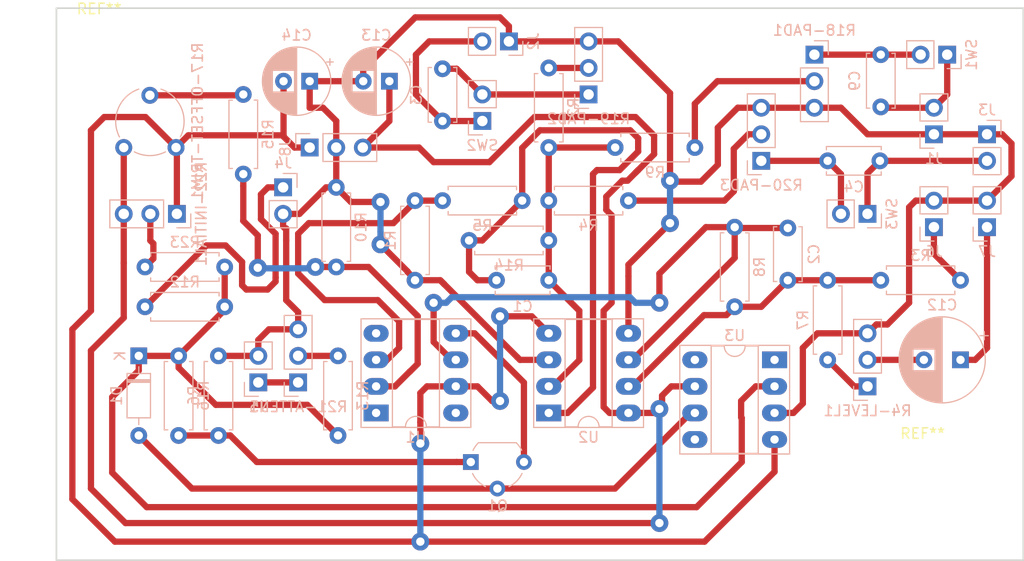
<source format=kicad_pcb>
(kicad_pcb (version 20171130) (host pcbnew "(5.0.2)-1")

  (general
    (thickness 1.6)
    (drawings 4)
    (tracks 325)
    (zones 0)
    (modules 49)
    (nets 38)
  )

  (page A4)
  (layers
    (0 F.Cu signal)
    (31 B.Cu signal)
    (33 F.Adhes user)
    (35 F.Paste user)
    (37 F.SilkS user)
    (39 F.Mask user)
    (40 Dwgs.User user)
    (41 Cmts.User user)
    (42 Eco1.User user)
    (43 Eco2.User user)
    (44 Edge.Cuts user)
    (45 Margin user)
    (46 B.CrtYd user)
    (47 F.CrtYd user)
    (49 F.Fab user)
  )

  (setup
    (last_trace_width 0.6)
    (trace_clearance 0.35)
    (zone_clearance 0.508)
    (zone_45_only no)
    (trace_min 0.6)
    (segment_width 0.2)
    (edge_width 0.15)
    (via_size 0.8)
    (via_drill 0.4)
    (via_min_size 0.8)
    (via_min_drill 0.3)
    (uvia_size 0.3)
    (uvia_drill 0.1)
    (uvias_allowed no)
    (uvia_min_size 0.2)
    (uvia_min_drill 0.1)
    (pcb_text_width 0.3)
    (pcb_text_size 1.5 1.5)
    (mod_edge_width 0.15)
    (mod_text_size 1 1)
    (mod_text_width 0.15)
    (pad_size 1.524 1.524)
    (pad_drill 0.762)
    (pad_to_mask_clearance 0.051)
    (solder_mask_min_width 0.25)
    (aux_axis_origin 0 0)
    (visible_elements 7EFFFFFF)
    (pcbplotparams
      (layerselection 0x00000_7fffffff)
      (usegerberextensions false)
      (usegerberattributes false)
      (usegerberadvancedattributes false)
      (creategerberjobfile false)
      (excludeedgelayer true)
      (linewidth 0.100000)
      (plotframeref false)
      (viasonmask false)
      (mode 1)
      (useauxorigin false)
      (hpglpennumber 1)
      (hpglpenspeed 20)
      (hpglpendiameter 15.000000)
      (psnegative false)
      (psa4output false)
      (plotreference true)
      (plotvalue true)
      (plotinvisibletext false)
      (padsonsilk false)
      (subtractmaskfromsilk false)
      (outputformat 1)
      (mirror false)
      (drillshape 0)
      (scaleselection 1)
      (outputdirectory "output/"))
  )

  (net 0 "")
  (net 1 "Net-(C1-Pad2)")
  (net 2 "Net-(C1-Pad1)")
  (net 3 "Net-(C2-Pad1)")
  (net 4 "Net-(C2-Pad2)")
  (net 5 "Net-(C3-Pad2)")
  (net 6 "Net-(C3-Pad1)")
  (net 7 "Net-(C4-Pad1)")
  (net 8 "Net-(C4-Pad2)")
  (net 9 "Net-(C9-Pad1)")
  (net 10 "Net-(C9-Pad2)")
  (net 11 "Net-(C12-Pad1)")
  (net 12 "Net-(C12-Pad2)")
  (net 13 "Net-(D1-Pad1)")
  (net 14 "Net-(D1-Pad2)")
  (net 15 GNDREF)
  (net 16 "Net-(J4-PadT)")
  (net 17 "Net-(J5-PadT)")
  (net 18 "Net-(J6-PadT)")
  (net 19 "Net-(Q1-Pad3)")
  (net 20 "Net-(Q1-Pad1)")
  (net 21 "Net-(R1-Pad1)")
  (net 22 "Net-(R19-PAD2-Pad2)")
  (net 23 "Net-(R20-PAD3-Pad2)")
  (net 24 "Net-(R4-LEVEL1-Pad1)")
  (net 25 "Net-(R18-PAD1-Pad2)")
  (net 26 "Net-(R10-Pad1)")
  (net 27 "Net-(R13-Pad2)")
  (net 28 "Net-(R15-Pad2)")
  (net 29 "Net-(R22-INITIAL1-Pad2)")
  (net 30 -15V)
  (net 31 +15V)
  (net 32 "Net-(U1-Pad1)")
  (net 33 "Net-(U1-Pad4)")
  (net 34 "Net-(U1-Pad8)")
  (net 35 "Net-(U3-Pad1)")
  (net 36 "Net-(U3-Pad5)")
  (net 37 "Net-(U3-Pad8)")

  (net_class Default "This is the default net class."
    (clearance 0.35)
    (trace_width 0.6)
    (via_dia 0.8)
    (via_drill 0.4)
    (uvia_dia 0.3)
    (uvia_drill 0.1)
    (diff_pair_gap 0.25)
    (diff_pair_width 0.6)
    (add_net +15V)
    (add_net -15V)
    (add_net GNDREF)
    (add_net "Net-(C1-Pad1)")
    (add_net "Net-(C1-Pad2)")
    (add_net "Net-(C12-Pad1)")
    (add_net "Net-(C12-Pad2)")
    (add_net "Net-(C2-Pad1)")
    (add_net "Net-(C2-Pad2)")
    (add_net "Net-(C3-Pad1)")
    (add_net "Net-(C3-Pad2)")
    (add_net "Net-(C4-Pad1)")
    (add_net "Net-(C4-Pad2)")
    (add_net "Net-(C9-Pad1)")
    (add_net "Net-(C9-Pad2)")
    (add_net "Net-(D1-Pad1)")
    (add_net "Net-(D1-Pad2)")
    (add_net "Net-(J4-PadT)")
    (add_net "Net-(J5-PadT)")
    (add_net "Net-(J6-PadT)")
    (add_net "Net-(Q1-Pad1)")
    (add_net "Net-(Q1-Pad3)")
    (add_net "Net-(R1-Pad1)")
    (add_net "Net-(R10-Pad1)")
    (add_net "Net-(R13-Pad2)")
    (add_net "Net-(R15-Pad2)")
    (add_net "Net-(R18-PAD1-Pad2)")
    (add_net "Net-(R19-PAD2-Pad2)")
    (add_net "Net-(R20-PAD3-Pad2)")
    (add_net "Net-(R22-INITIAL1-Pad2)")
    (add_net "Net-(R4-LEVEL1-Pad1)")
    (add_net "Net-(U1-Pad1)")
    (add_net "Net-(U1-Pad4)")
    (add_net "Net-(U1-Pad8)")
    (add_net "Net-(U3-Pad1)")
    (add_net "Net-(U3-Pad5)")
    (add_net "Net-(U3-Pad8)")
  )

  (module Package_DIP:DIP-8_W7.62mm_Socket_LongPads (layer B.Cu) (tedit 5A02E8C5) (tstamp 5CAE6ED0)
    (at 58.485367 36.50484 180)
    (descr "8-lead though-hole mounted DIP package, row spacing 7.62 mm (300 mils), Socket, LongPads")
    (tags "THT DIP DIL PDIP 2.54mm 7.62mm 300mil Socket LongPads")
    (path /5C82F324)
    (fp_text reference U3 (at 3.81 2.33 180) (layer B.SilkS)
      (effects (font (size 1 1) (thickness 0.15)) (justify mirror))
    )
    (fp_text value TL071 (at 3.81 -9.95 180) (layer B.Fab)
      (effects (font (size 1 1) (thickness 0.15)) (justify mirror))
    )
    (fp_arc (start 3.81 1.33) (end 2.81 1.33) (angle 180) (layer B.SilkS) (width 0.12))
    (fp_line (start 1.635 1.27) (end 6.985 1.27) (layer B.Fab) (width 0.1))
    (fp_line (start 6.985 1.27) (end 6.985 -8.89) (layer B.Fab) (width 0.1))
    (fp_line (start 6.985 -8.89) (end 0.635 -8.89) (layer B.Fab) (width 0.1))
    (fp_line (start 0.635 -8.89) (end 0.635 0.27) (layer B.Fab) (width 0.1))
    (fp_line (start 0.635 0.27) (end 1.635 1.27) (layer B.Fab) (width 0.1))
    (fp_line (start -1.27 1.33) (end -1.27 -8.95) (layer B.Fab) (width 0.1))
    (fp_line (start -1.27 -8.95) (end 8.89 -8.95) (layer B.Fab) (width 0.1))
    (fp_line (start 8.89 -8.95) (end 8.89 1.33) (layer B.Fab) (width 0.1))
    (fp_line (start 8.89 1.33) (end -1.27 1.33) (layer B.Fab) (width 0.1))
    (fp_line (start 2.81 1.33) (end 1.56 1.33) (layer B.SilkS) (width 0.12))
    (fp_line (start 1.56 1.33) (end 1.56 -8.95) (layer B.SilkS) (width 0.12))
    (fp_line (start 1.56 -8.95) (end 6.06 -8.95) (layer B.SilkS) (width 0.12))
    (fp_line (start 6.06 -8.95) (end 6.06 1.33) (layer B.SilkS) (width 0.12))
    (fp_line (start 6.06 1.33) (end 4.81 1.33) (layer B.SilkS) (width 0.12))
    (fp_line (start -1.44 1.39) (end -1.44 -9.01) (layer B.SilkS) (width 0.12))
    (fp_line (start -1.44 -9.01) (end 9.06 -9.01) (layer B.SilkS) (width 0.12))
    (fp_line (start 9.06 -9.01) (end 9.06 1.39) (layer B.SilkS) (width 0.12))
    (fp_line (start 9.06 1.39) (end -1.44 1.39) (layer B.SilkS) (width 0.12))
    (fp_line (start -1.55 1.6) (end -1.55 -9.2) (layer B.CrtYd) (width 0.05))
    (fp_line (start -1.55 -9.2) (end 9.15 -9.2) (layer B.CrtYd) (width 0.05))
    (fp_line (start 9.15 -9.2) (end 9.15 1.6) (layer B.CrtYd) (width 0.05))
    (fp_line (start 9.15 1.6) (end -1.55 1.6) (layer B.CrtYd) (width 0.05))
    (fp_text user %R (at 3.81 -3.81 180) (layer B.Fab)
      (effects (font (size 1 1) (thickness 0.15)) (justify mirror))
    )
    (pad 1 thru_hole rect (at 0 0 180) (size 2.4 1.6) (drill 0.8) (layers *.Cu *.Mask)
      (net 35 "Net-(U3-Pad1)"))
    (pad 5 thru_hole oval (at 7.62 -7.62 180) (size 2.4 1.6) (drill 0.8) (layers *.Cu *.Mask)
      (net 36 "Net-(U3-Pad5)"))
    (pad 2 thru_hole oval (at 0 -2.54 180) (size 2.4 1.6) (drill 0.8) (layers *.Cu *.Mask)
      (net 13 "Net-(D1-Pad1)"))
    (pad 6 thru_hole oval (at 7.62 -5.08 180) (size 2.4 1.6) (drill 0.8) (layers *.Cu *.Mask)
      (net 14 "Net-(D1-Pad2)"))
    (pad 3 thru_hole oval (at 0 -5.08 180) (size 2.4 1.6) (drill 0.8) (layers *.Cu *.Mask)
      (net 15 GNDREF))
    (pad 7 thru_hole oval (at 7.62 -2.54 180) (size 2.4 1.6) (drill 0.8) (layers *.Cu *.Mask)
      (net 31 +15V))
    (pad 4 thru_hole oval (at 0 -7.62 180) (size 2.4 1.6) (drill 0.8) (layers *.Cu *.Mask)
      (net 30 -15V))
    (pad 8 thru_hole oval (at 7.62 0 180) (size 2.4 1.6) (drill 0.8) (layers *.Cu *.Mask)
      (net 37 "Net-(U3-Pad8)"))
    (model ${KISYS3DMOD}/Package_DIP.3dshapes/DIP-8_W7.62mm_Socket.wrl
      (at (xyz 0 0 0))
      (scale (xyz 1 1 1))
      (rotate (xyz 0 0 0))
    )
  )

  (module Capacitor_THT:C_Disc_D5.0mm_W2.5mm_P5.00mm (layer B.Cu) (tedit 5AE50EF0) (tstamp 5CAE6A8A)
    (at 31.895367 28.88484)
    (descr "C, Disc series, Radial, pin pitch=5.00mm, , diameter*width=5*2.5mm^2, Capacitor, http://cdn-reichelt.de/documents/datenblatt/B300/DS_KERKO_TC.pdf")
    (tags "C Disc series Radial pin pitch 5.00mm  diameter 5mm width 2.5mm Capacitor")
    (path /5C7B2F66)
    (fp_text reference C1 (at 2.5 2.5) (layer B.SilkS)
      (effects (font (size 1 1) (thickness 0.15)) (justify mirror))
    )
    (fp_text value 10pF (at 2.5 -2.5) (layer B.Fab)
      (effects (font (size 1 1) (thickness 0.15)) (justify mirror))
    )
    (fp_text user %R (at 2.5 0) (layer B.Fab)
      (effects (font (size 1 1) (thickness 0.15)) (justify mirror))
    )
    (fp_line (start 6.05 1.5) (end -1.05 1.5) (layer B.CrtYd) (width 0.05))
    (fp_line (start 6.05 -1.5) (end 6.05 1.5) (layer B.CrtYd) (width 0.05))
    (fp_line (start -1.05 -1.5) (end 6.05 -1.5) (layer B.CrtYd) (width 0.05))
    (fp_line (start -1.05 1.5) (end -1.05 -1.5) (layer B.CrtYd) (width 0.05))
    (fp_line (start 5.12 -1.055) (end 5.12 -1.37) (layer B.SilkS) (width 0.12))
    (fp_line (start 5.12 1.37) (end 5.12 1.055) (layer B.SilkS) (width 0.12))
    (fp_line (start -0.12 -1.055) (end -0.12 -1.37) (layer B.SilkS) (width 0.12))
    (fp_line (start -0.12 1.37) (end -0.12 1.055) (layer B.SilkS) (width 0.12))
    (fp_line (start -0.12 -1.37) (end 5.12 -1.37) (layer B.SilkS) (width 0.12))
    (fp_line (start -0.12 1.37) (end 5.12 1.37) (layer B.SilkS) (width 0.12))
    (fp_line (start 5 1.25) (end 0 1.25) (layer B.Fab) (width 0.1))
    (fp_line (start 5 -1.25) (end 5 1.25) (layer B.Fab) (width 0.1))
    (fp_line (start 0 -1.25) (end 5 -1.25) (layer B.Fab) (width 0.1))
    (fp_line (start 0 1.25) (end 0 -1.25) (layer B.Fab) (width 0.1))
    (pad 2 thru_hole circle (at 5 0) (size 1.6 1.6) (drill 0.8) (layers *.Cu *.Mask)
      (net 1 "Net-(C1-Pad2)"))
    (pad 1 thru_hole circle (at 0 0) (size 1.6 1.6) (drill 0.8) (layers *.Cu *.Mask)
      (net 2 "Net-(C1-Pad1)"))
    (model ${KISYS3DMOD}/Capacitor_THT.3dshapes/C_Disc_D5.0mm_W2.5mm_P5.00mm.wrl
      (at (xyz 0 0 0))
      (scale (xyz 1 1 1))
      (rotate (xyz 0 0 0))
    )
  )

  (module Capacitor_THT:C_Disc_D5.0mm_W2.5mm_P5.00mm (layer B.Cu) (tedit 5AE50EF0) (tstamp 5CAE6A9F)
    (at 59.755367 28.88484 90)
    (descr "C, Disc series, Radial, pin pitch=5.00mm, , diameter*width=5*2.5mm^2, Capacitor, http://cdn-reichelt.de/documents/datenblatt/B300/DS_KERKO_TC.pdf")
    (tags "C Disc series Radial pin pitch 5.00mm  diameter 5mm width 2.5mm Capacitor")
    (path /5C841FC7)
    (fp_text reference C2 (at 2.5 2.5 90) (layer B.SilkS)
      (effects (font (size 1 1) (thickness 0.15)) (justify mirror))
    )
    (fp_text value 22pF (at 2.5 -2.5 90) (layer B.Fab)
      (effects (font (size 1 1) (thickness 0.15)) (justify mirror))
    )
    (fp_line (start 0 1.25) (end 0 -1.25) (layer B.Fab) (width 0.1))
    (fp_line (start 0 -1.25) (end 5 -1.25) (layer B.Fab) (width 0.1))
    (fp_line (start 5 -1.25) (end 5 1.25) (layer B.Fab) (width 0.1))
    (fp_line (start 5 1.25) (end 0 1.25) (layer B.Fab) (width 0.1))
    (fp_line (start -0.12 1.37) (end 5.12 1.37) (layer B.SilkS) (width 0.12))
    (fp_line (start -0.12 -1.37) (end 5.12 -1.37) (layer B.SilkS) (width 0.12))
    (fp_line (start -0.12 1.37) (end -0.12 1.055) (layer B.SilkS) (width 0.12))
    (fp_line (start -0.12 -1.055) (end -0.12 -1.37) (layer B.SilkS) (width 0.12))
    (fp_line (start 5.12 1.37) (end 5.12 1.055) (layer B.SilkS) (width 0.12))
    (fp_line (start 5.12 -1.055) (end 5.12 -1.37) (layer B.SilkS) (width 0.12))
    (fp_line (start -1.05 1.5) (end -1.05 -1.5) (layer B.CrtYd) (width 0.05))
    (fp_line (start -1.05 -1.5) (end 6.05 -1.5) (layer B.CrtYd) (width 0.05))
    (fp_line (start 6.05 -1.5) (end 6.05 1.5) (layer B.CrtYd) (width 0.05))
    (fp_line (start 6.05 1.5) (end -1.05 1.5) (layer B.CrtYd) (width 0.05))
    (fp_text user %R (at 8.85 1.27 90) (layer B.Fab)
      (effects (font (size 1 1) (thickness 0.15)) (justify mirror))
    )
    (pad 1 thru_hole circle (at 0 0 90) (size 1.6 1.6) (drill 0.8) (layers *.Cu *.Mask)
      (net 3 "Net-(C2-Pad1)"))
    (pad 2 thru_hole circle (at 5 0 90) (size 1.6 1.6) (drill 0.8) (layers *.Cu *.Mask)
      (net 4 "Net-(C2-Pad2)"))
    (model ${KISYS3DMOD}/Capacitor_THT.3dshapes/C_Disc_D5.0mm_W2.5mm_P5.00mm.wrl
      (at (xyz 0 0 0))
      (scale (xyz 1 1 1))
      (rotate (xyz 0 0 0))
    )
  )

  (module Capacitor_THT:C_Disc_D5.0mm_W2.5mm_P5.00mm (layer B.Cu) (tedit 5AE50EF0) (tstamp 5CAE6AB4)
    (at 26.735367 8.64484 270)
    (descr "C, Disc series, Radial, pin pitch=5.00mm, , diameter*width=5*2.5mm^2, Capacitor, http://cdn-reichelt.de/documents/datenblatt/B300/DS_KERKO_TC.pdf")
    (tags "C Disc series Radial pin pitch 5.00mm  diameter 5mm width 2.5mm Capacitor")
    (path /5C7B09E9)
    (fp_text reference C3 (at 2.5 2.5 270) (layer B.SilkS)
      (effects (font (size 1 1) (thickness 0.15)) (justify mirror))
    )
    (fp_text value 0.22uF (at 2.5 -2.5 270) (layer B.Fab)
      (effects (font (size 1 1) (thickness 0.15)) (justify mirror))
    )
    (fp_text user %R (at 2.5 0 270) (layer B.Fab)
      (effects (font (size 1 1) (thickness 0.15)) (justify mirror))
    )
    (fp_line (start 6.05 1.5) (end -1.05 1.5) (layer B.CrtYd) (width 0.05))
    (fp_line (start 6.05 -1.5) (end 6.05 1.5) (layer B.CrtYd) (width 0.05))
    (fp_line (start -1.05 -1.5) (end 6.05 -1.5) (layer B.CrtYd) (width 0.05))
    (fp_line (start -1.05 1.5) (end -1.05 -1.5) (layer B.CrtYd) (width 0.05))
    (fp_line (start 5.12 -1.055) (end 5.12 -1.37) (layer B.SilkS) (width 0.12))
    (fp_line (start 5.12 1.37) (end 5.12 1.055) (layer B.SilkS) (width 0.12))
    (fp_line (start -0.12 -1.055) (end -0.12 -1.37) (layer B.SilkS) (width 0.12))
    (fp_line (start -0.12 1.37) (end -0.12 1.055) (layer B.SilkS) (width 0.12))
    (fp_line (start -0.12 -1.37) (end 5.12 -1.37) (layer B.SilkS) (width 0.12))
    (fp_line (start -0.12 1.37) (end 5.12 1.37) (layer B.SilkS) (width 0.12))
    (fp_line (start 5 1.25) (end 0 1.25) (layer B.Fab) (width 0.1))
    (fp_line (start 5 -1.25) (end 5 1.25) (layer B.Fab) (width 0.1))
    (fp_line (start 0 -1.25) (end 5 -1.25) (layer B.Fab) (width 0.1))
    (fp_line (start 0 1.25) (end 0 -1.25) (layer B.Fab) (width 0.1))
    (pad 2 thru_hole circle (at 5 0 270) (size 1.6 1.6) (drill 0.8) (layers *.Cu *.Mask)
      (net 5 "Net-(C3-Pad2)"))
    (pad 1 thru_hole circle (at 0 0 270) (size 1.6 1.6) (drill 0.8) (layers *.Cu *.Mask)
      (net 6 "Net-(C3-Pad1)"))
    (model ${KISYS3DMOD}/Capacitor_THT.3dshapes/C_Disc_D5.0mm_W2.5mm_P5.00mm.wrl
      (at (xyz 0 0 0))
      (scale (xyz 1 1 1))
      (rotate (xyz 0 0 0))
    )
  )

  (module Capacitor_THT:C_Disc_D5.0mm_W2.5mm_P5.00mm (layer B.Cu) (tedit 5AE50EF0) (tstamp 5CAE6AC9)
    (at 63.565367 17.45484)
    (descr "C, Disc series, Radial, pin pitch=5.00mm, , diameter*width=5*2.5mm^2, Capacitor, http://cdn-reichelt.de/documents/datenblatt/B300/DS_KERKO_TC.pdf")
    (tags "C Disc series Radial pin pitch 5.00mm  diameter 5mm width 2.5mm Capacitor")
    (path /5C7B121D)
    (fp_text reference C4 (at 2.5 2.5) (layer B.SilkS)
      (effects (font (size 1 1) (thickness 0.15)) (justify mirror))
    )
    (fp_text value 0.22uF (at 2.5 -2.5) (layer B.Fab)
      (effects (font (size 1 1) (thickness 0.15)) (justify mirror))
    )
    (fp_line (start 0 1.25) (end 0 -1.25) (layer B.Fab) (width 0.1))
    (fp_line (start 0 -1.25) (end 5 -1.25) (layer B.Fab) (width 0.1))
    (fp_line (start 5 -1.25) (end 5 1.25) (layer B.Fab) (width 0.1))
    (fp_line (start 5 1.25) (end 0 1.25) (layer B.Fab) (width 0.1))
    (fp_line (start -0.12 1.37) (end 5.12 1.37) (layer B.SilkS) (width 0.12))
    (fp_line (start -0.12 -1.37) (end 5.12 -1.37) (layer B.SilkS) (width 0.12))
    (fp_line (start -0.12 1.37) (end -0.12 1.055) (layer B.SilkS) (width 0.12))
    (fp_line (start -0.12 -1.055) (end -0.12 -1.37) (layer B.SilkS) (width 0.12))
    (fp_line (start 5.12 1.37) (end 5.12 1.055) (layer B.SilkS) (width 0.12))
    (fp_line (start 5.12 -1.055) (end 5.12 -1.37) (layer B.SilkS) (width 0.12))
    (fp_line (start -1.05 1.5) (end -1.05 -1.5) (layer B.CrtYd) (width 0.05))
    (fp_line (start -1.05 -1.5) (end 6.05 -1.5) (layer B.CrtYd) (width 0.05))
    (fp_line (start 6.05 -1.5) (end 6.05 1.5) (layer B.CrtYd) (width 0.05))
    (fp_line (start 6.05 1.5) (end -1.05 1.5) (layer B.CrtYd) (width 0.05))
    (fp_text user %R (at 2.5 0) (layer B.Fab)
      (effects (font (size 1 1) (thickness 0.15)) (justify mirror))
    )
    (pad 1 thru_hole circle (at 0 0) (size 1.6 1.6) (drill 0.8) (layers *.Cu *.Mask)
      (net 7 "Net-(C4-Pad1)"))
    (pad 2 thru_hole circle (at 5 0) (size 1.6 1.6) (drill 0.8) (layers *.Cu *.Mask)
      (net 8 "Net-(C4-Pad2)"))
    (model ${KISYS3DMOD}/Capacitor_THT.3dshapes/C_Disc_D5.0mm_W2.5mm_P5.00mm.wrl
      (at (xyz 0 0 0))
      (scale (xyz 1 1 1))
      (rotate (xyz 0 0 0))
    )
  )

  (module Capacitor_THT:C_Disc_D5.0mm_W2.5mm_P5.00mm (layer B.Cu) (tedit 5AE50EF0) (tstamp 5CAE6ADE)
    (at 68.645367 7.29484 270)
    (descr "C, Disc series, Radial, pin pitch=5.00mm, , diameter*width=5*2.5mm^2, Capacitor, http://cdn-reichelt.de/documents/datenblatt/B300/DS_KERKO_TC.pdf")
    (tags "C Disc series Radial pin pitch 5.00mm  diameter 5mm width 2.5mm Capacitor")
    (path /5C7AF8C1)
    (fp_text reference C9 (at 2.5 2.5 270) (layer B.SilkS)
      (effects (font (size 1 1) (thickness 0.15)) (justify mirror))
    )
    (fp_text value 0.22uF (at 2.5 -2.5 270) (layer B.Fab)
      (effects (font (size 1 1) (thickness 0.15)) (justify mirror))
    )
    (fp_line (start 0 1.25) (end 0 -1.25) (layer B.Fab) (width 0.1))
    (fp_line (start 0 -1.25) (end 5 -1.25) (layer B.Fab) (width 0.1))
    (fp_line (start 5 -1.25) (end 5 1.25) (layer B.Fab) (width 0.1))
    (fp_line (start 5 1.25) (end 0 1.25) (layer B.Fab) (width 0.1))
    (fp_line (start -0.12 1.37) (end 5.12 1.37) (layer B.SilkS) (width 0.12))
    (fp_line (start -0.12 -1.37) (end 5.12 -1.37) (layer B.SilkS) (width 0.12))
    (fp_line (start -0.12 1.37) (end -0.12 1.055) (layer B.SilkS) (width 0.12))
    (fp_line (start -0.12 -1.055) (end -0.12 -1.37) (layer B.SilkS) (width 0.12))
    (fp_line (start 5.12 1.37) (end 5.12 1.055) (layer B.SilkS) (width 0.12))
    (fp_line (start 5.12 -1.055) (end 5.12 -1.37) (layer B.SilkS) (width 0.12))
    (fp_line (start -1.05 1.5) (end -1.05 -1.5) (layer B.CrtYd) (width 0.05))
    (fp_line (start -1.05 -1.5) (end 6.05 -1.5) (layer B.CrtYd) (width 0.05))
    (fp_line (start 6.05 -1.5) (end 6.05 1.5) (layer B.CrtYd) (width 0.05))
    (fp_line (start 6.05 1.5) (end -1.05 1.5) (layer B.CrtYd) (width 0.05))
    (fp_text user %R (at 2.5 0 270) (layer B.Fab)
      (effects (font (size 1 1) (thickness 0.15)) (justify mirror))
    )
    (pad 1 thru_hole circle (at 0 0 270) (size 1.6 1.6) (drill 0.8) (layers *.Cu *.Mask)
      (net 9 "Net-(C9-Pad1)"))
    (pad 2 thru_hole circle (at 5 0 270) (size 1.6 1.6) (drill 0.8) (layers *.Cu *.Mask)
      (net 10 "Net-(C9-Pad2)"))
    (model ${KISYS3DMOD}/Capacitor_THT.3dshapes/C_Disc_D5.0mm_W2.5mm_P5.00mm.wrl
      (at (xyz 0 0 0))
      (scale (xyz 1 1 1))
      (rotate (xyz 0 0 0))
    )
  )

  (module Capacitor_THT:CP_Radial_D8.0mm_P3.50mm (layer B.Cu) (tedit 5AE50EF0) (tstamp 5CAE6B87)
    (at 76.265367 36.50484 180)
    (descr "CP, Radial series, Radial, pin pitch=3.50mm, , diameter=8mm, Electrolytic Capacitor")
    (tags "CP Radial series Radial pin pitch 3.50mm  diameter 8mm Electrolytic Capacitor")
    (path /5C849893)
    (fp_text reference C12 (at 1.75 5.25 180) (layer B.SilkS)
      (effects (font (size 1 1) (thickness 0.15)) (justify mirror))
    )
    (fp_text value "2.2uF NP" (at 1.75 -5.25 180) (layer B.Fab)
      (effects (font (size 1 1) (thickness 0.15)) (justify mirror))
    )
    (fp_circle (center 1.75 0) (end 5.75 0) (layer B.Fab) (width 0.1))
    (fp_circle (center 1.75 0) (end 5.87 0) (layer B.SilkS) (width 0.12))
    (fp_circle (center 1.75 0) (end 6 0) (layer B.CrtYd) (width 0.05))
    (fp_line (start -1.676759 1.7475) (end -0.876759 1.7475) (layer B.Fab) (width 0.1))
    (fp_line (start -1.276759 2.1475) (end -1.276759 1.3475) (layer B.Fab) (width 0.1))
    (fp_line (start 1.75 4.08) (end 1.75 -4.08) (layer B.SilkS) (width 0.12))
    (fp_line (start 1.79 4.08) (end 1.79 -4.08) (layer B.SilkS) (width 0.12))
    (fp_line (start 1.83 4.08) (end 1.83 -4.08) (layer B.SilkS) (width 0.12))
    (fp_line (start 1.87 4.079) (end 1.87 -4.079) (layer B.SilkS) (width 0.12))
    (fp_line (start 1.91 4.077) (end 1.91 -4.077) (layer B.SilkS) (width 0.12))
    (fp_line (start 1.95 4.076) (end 1.95 -4.076) (layer B.SilkS) (width 0.12))
    (fp_line (start 1.99 4.074) (end 1.99 -4.074) (layer B.SilkS) (width 0.12))
    (fp_line (start 2.03 4.071) (end 2.03 -4.071) (layer B.SilkS) (width 0.12))
    (fp_line (start 2.07 4.068) (end 2.07 -4.068) (layer B.SilkS) (width 0.12))
    (fp_line (start 2.11 4.065) (end 2.11 -4.065) (layer B.SilkS) (width 0.12))
    (fp_line (start 2.15 4.061) (end 2.15 -4.061) (layer B.SilkS) (width 0.12))
    (fp_line (start 2.19 4.057) (end 2.19 -4.057) (layer B.SilkS) (width 0.12))
    (fp_line (start 2.23 4.052) (end 2.23 -4.052) (layer B.SilkS) (width 0.12))
    (fp_line (start 2.27 4.048) (end 2.27 -4.048) (layer B.SilkS) (width 0.12))
    (fp_line (start 2.31 4.042) (end 2.31 -4.042) (layer B.SilkS) (width 0.12))
    (fp_line (start 2.35 4.037) (end 2.35 -4.037) (layer B.SilkS) (width 0.12))
    (fp_line (start 2.39 4.03) (end 2.39 -4.03) (layer B.SilkS) (width 0.12))
    (fp_line (start 2.43 4.024) (end 2.43 -4.024) (layer B.SilkS) (width 0.12))
    (fp_line (start 2.471 4.017) (end 2.471 1.04) (layer B.SilkS) (width 0.12))
    (fp_line (start 2.471 -1.04) (end 2.471 -4.017) (layer B.SilkS) (width 0.12))
    (fp_line (start 2.511 4.01) (end 2.511 1.04) (layer B.SilkS) (width 0.12))
    (fp_line (start 2.511 -1.04) (end 2.511 -4.01) (layer B.SilkS) (width 0.12))
    (fp_line (start 2.551 4.002) (end 2.551 1.04) (layer B.SilkS) (width 0.12))
    (fp_line (start 2.551 -1.04) (end 2.551 -4.002) (layer B.SilkS) (width 0.12))
    (fp_line (start 2.591 3.994) (end 2.591 1.04) (layer B.SilkS) (width 0.12))
    (fp_line (start 2.591 -1.04) (end 2.591 -3.994) (layer B.SilkS) (width 0.12))
    (fp_line (start 2.631 3.985) (end 2.631 1.04) (layer B.SilkS) (width 0.12))
    (fp_line (start 2.631 -1.04) (end 2.631 -3.985) (layer B.SilkS) (width 0.12))
    (fp_line (start 2.671 3.976) (end 2.671 1.04) (layer B.SilkS) (width 0.12))
    (fp_line (start 2.671 -1.04) (end 2.671 -3.976) (layer B.SilkS) (width 0.12))
    (fp_line (start 2.711 3.967) (end 2.711 1.04) (layer B.SilkS) (width 0.12))
    (fp_line (start 2.711 -1.04) (end 2.711 -3.967) (layer B.SilkS) (width 0.12))
    (fp_line (start 2.751 3.957) (end 2.751 1.04) (layer B.SilkS) (width 0.12))
    (fp_line (start 2.751 -1.04) (end 2.751 -3.957) (layer B.SilkS) (width 0.12))
    (fp_line (start 2.791 3.947) (end 2.791 1.04) (layer B.SilkS) (width 0.12))
    (fp_line (start 2.791 -1.04) (end 2.791 -3.947) (layer B.SilkS) (width 0.12))
    (fp_line (start 2.831 3.936) (end 2.831 1.04) (layer B.SilkS) (width 0.12))
    (fp_line (start 2.831 -1.04) (end 2.831 -3.936) (layer B.SilkS) (width 0.12))
    (fp_line (start 2.871 3.925) (end 2.871 1.04) (layer B.SilkS) (width 0.12))
    (fp_line (start 2.871 -1.04) (end 2.871 -3.925) (layer B.SilkS) (width 0.12))
    (fp_line (start 2.911 3.914) (end 2.911 1.04) (layer B.SilkS) (width 0.12))
    (fp_line (start 2.911 -1.04) (end 2.911 -3.914) (layer B.SilkS) (width 0.12))
    (fp_line (start 2.951 3.902) (end 2.951 1.04) (layer B.SilkS) (width 0.12))
    (fp_line (start 2.951 -1.04) (end 2.951 -3.902) (layer B.SilkS) (width 0.12))
    (fp_line (start 2.991 3.889) (end 2.991 1.04) (layer B.SilkS) (width 0.12))
    (fp_line (start 2.991 -1.04) (end 2.991 -3.889) (layer B.SilkS) (width 0.12))
    (fp_line (start 3.031 3.877) (end 3.031 1.04) (layer B.SilkS) (width 0.12))
    (fp_line (start 3.031 -1.04) (end 3.031 -3.877) (layer B.SilkS) (width 0.12))
    (fp_line (start 3.071 3.863) (end 3.071 1.04) (layer B.SilkS) (width 0.12))
    (fp_line (start 3.071 -1.04) (end 3.071 -3.863) (layer B.SilkS) (width 0.12))
    (fp_line (start 3.111 3.85) (end 3.111 1.04) (layer B.SilkS) (width 0.12))
    (fp_line (start 3.111 -1.04) (end 3.111 -3.85) (layer B.SilkS) (width 0.12))
    (fp_line (start 3.151 3.835) (end 3.151 1.04) (layer B.SilkS) (width 0.12))
    (fp_line (start 3.151 -1.04) (end 3.151 -3.835) (layer B.SilkS) (width 0.12))
    (fp_line (start 3.191 3.821) (end 3.191 1.04) (layer B.SilkS) (width 0.12))
    (fp_line (start 3.191 -1.04) (end 3.191 -3.821) (layer B.SilkS) (width 0.12))
    (fp_line (start 3.231 3.805) (end 3.231 1.04) (layer B.SilkS) (width 0.12))
    (fp_line (start 3.231 -1.04) (end 3.231 -3.805) (layer B.SilkS) (width 0.12))
    (fp_line (start 3.271 3.79) (end 3.271 1.04) (layer B.SilkS) (width 0.12))
    (fp_line (start 3.271 -1.04) (end 3.271 -3.79) (layer B.SilkS) (width 0.12))
    (fp_line (start 3.311 3.774) (end 3.311 1.04) (layer B.SilkS) (width 0.12))
    (fp_line (start 3.311 -1.04) (end 3.311 -3.774) (layer B.SilkS) (width 0.12))
    (fp_line (start 3.351 3.757) (end 3.351 1.04) (layer B.SilkS) (width 0.12))
    (fp_line (start 3.351 -1.04) (end 3.351 -3.757) (layer B.SilkS) (width 0.12))
    (fp_line (start 3.391 3.74) (end 3.391 1.04) (layer B.SilkS) (width 0.12))
    (fp_line (start 3.391 -1.04) (end 3.391 -3.74) (layer B.SilkS) (width 0.12))
    (fp_line (start 3.431 3.722) (end 3.431 1.04) (layer B.SilkS) (width 0.12))
    (fp_line (start 3.431 -1.04) (end 3.431 -3.722) (layer B.SilkS) (width 0.12))
    (fp_line (start 3.471 3.704) (end 3.471 1.04) (layer B.SilkS) (width 0.12))
    (fp_line (start 3.471 -1.04) (end 3.471 -3.704) (layer B.SilkS) (width 0.12))
    (fp_line (start 3.511 3.686) (end 3.511 1.04) (layer B.SilkS) (width 0.12))
    (fp_line (start 3.511 -1.04) (end 3.511 -3.686) (layer B.SilkS) (width 0.12))
    (fp_line (start 3.551 3.666) (end 3.551 1.04) (layer B.SilkS) (width 0.12))
    (fp_line (start 3.551 -1.04) (end 3.551 -3.666) (layer B.SilkS) (width 0.12))
    (fp_line (start 3.591 3.647) (end 3.591 1.04) (layer B.SilkS) (width 0.12))
    (fp_line (start 3.591 -1.04) (end 3.591 -3.647) (layer B.SilkS) (width 0.12))
    (fp_line (start 3.631 3.627) (end 3.631 1.04) (layer B.SilkS) (width 0.12))
    (fp_line (start 3.631 -1.04) (end 3.631 -3.627) (layer B.SilkS) (width 0.12))
    (fp_line (start 3.671 3.606) (end 3.671 1.04) (layer B.SilkS) (width 0.12))
    (fp_line (start 3.671 -1.04) (end 3.671 -3.606) (layer B.SilkS) (width 0.12))
    (fp_line (start 3.711 3.584) (end 3.711 1.04) (layer B.SilkS) (width 0.12))
    (fp_line (start 3.711 -1.04) (end 3.711 -3.584) (layer B.SilkS) (width 0.12))
    (fp_line (start 3.751 3.562) (end 3.751 1.04) (layer B.SilkS) (width 0.12))
    (fp_line (start 3.751 -1.04) (end 3.751 -3.562) (layer B.SilkS) (width 0.12))
    (fp_line (start 3.791 3.54) (end 3.791 1.04) (layer B.SilkS) (width 0.12))
    (fp_line (start 3.791 -1.04) (end 3.791 -3.54) (layer B.SilkS) (width 0.12))
    (fp_line (start 3.831 3.517) (end 3.831 1.04) (layer B.SilkS) (width 0.12))
    (fp_line (start 3.831 -1.04) (end 3.831 -3.517) (layer B.SilkS) (width 0.12))
    (fp_line (start 3.871 3.493) (end 3.871 1.04) (layer B.SilkS) (width 0.12))
    (fp_line (start 3.871 -1.04) (end 3.871 -3.493) (layer B.SilkS) (width 0.12))
    (fp_line (start 3.911 3.469) (end 3.911 1.04) (layer B.SilkS) (width 0.12))
    (fp_line (start 3.911 -1.04) (end 3.911 -3.469) (layer B.SilkS) (width 0.12))
    (fp_line (start 3.951 3.444) (end 3.951 1.04) (layer B.SilkS) (width 0.12))
    (fp_line (start 3.951 -1.04) (end 3.951 -3.444) (layer B.SilkS) (width 0.12))
    (fp_line (start 3.991 3.418) (end 3.991 1.04) (layer B.SilkS) (width 0.12))
    (fp_line (start 3.991 -1.04) (end 3.991 -3.418) (layer B.SilkS) (width 0.12))
    (fp_line (start 4.031 3.392) (end 4.031 1.04) (layer B.SilkS) (width 0.12))
    (fp_line (start 4.031 -1.04) (end 4.031 -3.392) (layer B.SilkS) (width 0.12))
    (fp_line (start 4.071 3.365) (end 4.071 1.04) (layer B.SilkS) (width 0.12))
    (fp_line (start 4.071 -1.04) (end 4.071 -3.365) (layer B.SilkS) (width 0.12))
    (fp_line (start 4.111 3.338) (end 4.111 1.04) (layer B.SilkS) (width 0.12))
    (fp_line (start 4.111 -1.04) (end 4.111 -3.338) (layer B.SilkS) (width 0.12))
    (fp_line (start 4.151 3.309) (end 4.151 1.04) (layer B.SilkS) (width 0.12))
    (fp_line (start 4.151 -1.04) (end 4.151 -3.309) (layer B.SilkS) (width 0.12))
    (fp_line (start 4.191 3.28) (end 4.191 1.04) (layer B.SilkS) (width 0.12))
    (fp_line (start 4.191 -1.04) (end 4.191 -3.28) (layer B.SilkS) (width 0.12))
    (fp_line (start 4.231 3.25) (end 4.231 1.04) (layer B.SilkS) (width 0.12))
    (fp_line (start 4.231 -1.04) (end 4.231 -3.25) (layer B.SilkS) (width 0.12))
    (fp_line (start 4.271 3.22) (end 4.271 1.04) (layer B.SilkS) (width 0.12))
    (fp_line (start 4.271 -1.04) (end 4.271 -3.22) (layer B.SilkS) (width 0.12))
    (fp_line (start 4.311 3.189) (end 4.311 1.04) (layer B.SilkS) (width 0.12))
    (fp_line (start 4.311 -1.04) (end 4.311 -3.189) (layer B.SilkS) (width 0.12))
    (fp_line (start 4.351 3.156) (end 4.351 1.04) (layer B.SilkS) (width 0.12))
    (fp_line (start 4.351 -1.04) (end 4.351 -3.156) (layer B.SilkS) (width 0.12))
    (fp_line (start 4.391 3.124) (end 4.391 1.04) (layer B.SilkS) (width 0.12))
    (fp_line (start 4.391 -1.04) (end 4.391 -3.124) (layer B.SilkS) (width 0.12))
    (fp_line (start 4.431 3.09) (end 4.431 1.04) (layer B.SilkS) (width 0.12))
    (fp_line (start 4.431 -1.04) (end 4.431 -3.09) (layer B.SilkS) (width 0.12))
    (fp_line (start 4.471 3.055) (end 4.471 1.04) (layer B.SilkS) (width 0.12))
    (fp_line (start 4.471 -1.04) (end 4.471 -3.055) (layer B.SilkS) (width 0.12))
    (fp_line (start 4.511 3.019) (end 4.511 1.04) (layer B.SilkS) (width 0.12))
    (fp_line (start 4.511 -1.04) (end 4.511 -3.019) (layer B.SilkS) (width 0.12))
    (fp_line (start 4.551 2.983) (end 4.551 -2.983) (layer B.SilkS) (width 0.12))
    (fp_line (start 4.591 2.945) (end 4.591 -2.945) (layer B.SilkS) (width 0.12))
    (fp_line (start 4.631 2.907) (end 4.631 -2.907) (layer B.SilkS) (width 0.12))
    (fp_line (start 4.671 2.867) (end 4.671 -2.867) (layer B.SilkS) (width 0.12))
    (fp_line (start 4.711 2.826) (end 4.711 -2.826) (layer B.SilkS) (width 0.12))
    (fp_line (start 4.751 2.784) (end 4.751 -2.784) (layer B.SilkS) (width 0.12))
    (fp_line (start 4.791 2.741) (end 4.791 -2.741) (layer B.SilkS) (width 0.12))
    (fp_line (start 4.831 2.697) (end 4.831 -2.697) (layer B.SilkS) (width 0.12))
    (fp_line (start 4.871 2.651) (end 4.871 -2.651) (layer B.SilkS) (width 0.12))
    (fp_line (start 4.911 2.604) (end 4.911 -2.604) (layer B.SilkS) (width 0.12))
    (fp_line (start 4.951 2.556) (end 4.951 -2.556) (layer B.SilkS) (width 0.12))
    (fp_line (start 4.991 2.505) (end 4.991 -2.505) (layer B.SilkS) (width 0.12))
    (fp_line (start 5.031 2.454) (end 5.031 -2.454) (layer B.SilkS) (width 0.12))
    (fp_line (start 5.071 2.4) (end 5.071 -2.4) (layer B.SilkS) (width 0.12))
    (fp_line (start 5.111 2.345) (end 5.111 -2.345) (layer B.SilkS) (width 0.12))
    (fp_line (start 5.151 2.287) (end 5.151 -2.287) (layer B.SilkS) (width 0.12))
    (fp_line (start 5.191 2.228) (end 5.191 -2.228) (layer B.SilkS) (width 0.12))
    (fp_line (start 5.231 2.166) (end 5.231 -2.166) (layer B.SilkS) (width 0.12))
    (fp_line (start 5.271 2.102) (end 5.271 -2.102) (layer B.SilkS) (width 0.12))
    (fp_line (start 5.311 2.034) (end 5.311 -2.034) (layer B.SilkS) (width 0.12))
    (fp_line (start 5.351 1.964) (end 5.351 -1.964) (layer B.SilkS) (width 0.12))
    (fp_line (start 5.391 1.89) (end 5.391 -1.89) (layer B.SilkS) (width 0.12))
    (fp_line (start 5.431 1.813) (end 5.431 -1.813) (layer B.SilkS) (width 0.12))
    (fp_line (start 5.471 1.731) (end 5.471 -1.731) (layer B.SilkS) (width 0.12))
    (fp_line (start 5.511 1.645) (end 5.511 -1.645) (layer B.SilkS) (width 0.12))
    (fp_line (start 5.551 1.552) (end 5.551 -1.552) (layer B.SilkS) (width 0.12))
    (fp_line (start 5.591 1.453) (end 5.591 -1.453) (layer B.SilkS) (width 0.12))
    (fp_line (start 5.631 1.346) (end 5.631 -1.346) (layer B.SilkS) (width 0.12))
    (fp_line (start 5.671 1.229) (end 5.671 -1.229) (layer B.SilkS) (width 0.12))
    (fp_line (start 5.711 1.098) (end 5.711 -1.098) (layer B.SilkS) (width 0.12))
    (fp_line (start 5.751 0.948) (end 5.751 -0.948) (layer B.SilkS) (width 0.12))
    (fp_line (start 5.791 0.768) (end 5.791 -0.768) (layer B.SilkS) (width 0.12))
    (fp_line (start 5.831 0.533) (end 5.831 -0.533) (layer B.SilkS) (width 0.12))
    (fp_line (start -2.659698 2.315) (end -1.859698 2.315) (layer B.SilkS) (width 0.12))
    (fp_line (start -2.259698 2.715) (end -2.259698 1.915) (layer B.SilkS) (width 0.12))
    (fp_text user %R (at 1.75 0 180) (layer B.Fab)
      (effects (font (size 1 1) (thickness 0.15)) (justify mirror))
    )
    (pad 1 thru_hole rect (at 0 0 180) (size 1.6 1.6) (drill 0.8) (layers *.Cu *.Mask)
      (net 11 "Net-(C12-Pad1)"))
    (pad 2 thru_hole circle (at 3.5 0 180) (size 1.6 1.6) (drill 0.8) (layers *.Cu *.Mask)
      (net 12 "Net-(C12-Pad2)"))
    (model ${KISYS3DMOD}/Capacitor_THT.3dshapes/CP_Radial_D8.0mm_P3.50mm.wrl
      (at (xyz 0 0 0))
      (scale (xyz 1 1 1))
      (rotate (xyz 0 0 0))
    )
  )

  (module Diode_THT:D_DO-35_SOD27_P7.62mm_Horizontal (layer B.Cu) (tedit 5AE50CD5) (tstamp 5CAE6BA6)
    (at -2.308242 36.12259 270)
    (descr "Diode, DO-35_SOD27 series, Axial, Horizontal, pin pitch=7.62mm, , length*diameter=4*2mm^2, , http://www.diodes.com/_files/packages/DO-35.pdf")
    (tags "Diode DO-35_SOD27 series Axial Horizontal pin pitch 7.62mm  length 4mm diameter 2mm")
    (path /5C7C55E6)
    (fp_text reference D1 (at 3.81 2.12 270) (layer B.SilkS)
      (effects (font (size 1 1) (thickness 0.15)) (justify mirror))
    )
    (fp_text value 1N914 (at 3.81 -2.12 270) (layer B.Fab)
      (effects (font (size 1 1) (thickness 0.15)) (justify mirror))
    )
    (fp_line (start 1.81 1) (end 1.81 -1) (layer B.Fab) (width 0.1))
    (fp_line (start 1.81 -1) (end 5.81 -1) (layer B.Fab) (width 0.1))
    (fp_line (start 5.81 -1) (end 5.81 1) (layer B.Fab) (width 0.1))
    (fp_line (start 5.81 1) (end 1.81 1) (layer B.Fab) (width 0.1))
    (fp_line (start 0 0) (end 1.81 0) (layer B.Fab) (width 0.1))
    (fp_line (start 7.62 0) (end 5.81 0) (layer B.Fab) (width 0.1))
    (fp_line (start 2.41 1) (end 2.41 -1) (layer B.Fab) (width 0.1))
    (fp_line (start 2.51 1) (end 2.51 -1) (layer B.Fab) (width 0.1))
    (fp_line (start 2.31 1) (end 2.31 -1) (layer B.Fab) (width 0.1))
    (fp_line (start 1.69 1.12) (end 1.69 -1.12) (layer B.SilkS) (width 0.12))
    (fp_line (start 1.69 -1.12) (end 5.93 -1.12) (layer B.SilkS) (width 0.12))
    (fp_line (start 5.93 -1.12) (end 5.93 1.12) (layer B.SilkS) (width 0.12))
    (fp_line (start 5.93 1.12) (end 1.69 1.12) (layer B.SilkS) (width 0.12))
    (fp_line (start 1.04 0) (end 1.69 0) (layer B.SilkS) (width 0.12))
    (fp_line (start 6.58 0) (end 5.93 0) (layer B.SilkS) (width 0.12))
    (fp_line (start 2.41 1.12) (end 2.41 -1.12) (layer B.SilkS) (width 0.12))
    (fp_line (start 2.53 1.12) (end 2.53 -1.12) (layer B.SilkS) (width 0.12))
    (fp_line (start 2.29 1.12) (end 2.29 -1.12) (layer B.SilkS) (width 0.12))
    (fp_line (start -1.05 1.25) (end -1.05 -1.25) (layer B.CrtYd) (width 0.05))
    (fp_line (start -1.05 -1.25) (end 8.67 -1.25) (layer B.CrtYd) (width 0.05))
    (fp_line (start 8.67 -1.25) (end 8.67 1.25) (layer B.CrtYd) (width 0.05))
    (fp_line (start 8.67 1.25) (end -1.05 1.25) (layer B.CrtYd) (width 0.05))
    (fp_text user %R (at 4.11 0 270) (layer B.Fab)
      (effects (font (size 0.8 0.8) (thickness 0.12)) (justify mirror))
    )
    (fp_text user K (at 0 1.8 270) (layer B.Fab)
      (effects (font (size 1 1) (thickness 0.15)) (justify mirror))
    )
    (fp_text user K (at 0 1.8 270) (layer B.SilkS)
      (effects (font (size 1 1) (thickness 0.15)) (justify mirror))
    )
    (pad 1 thru_hole rect (at 0 0 270) (size 1.6 1.6) (drill 0.8) (layers *.Cu *.Mask)
      (net 13 "Net-(D1-Pad1)"))
    (pad 2 thru_hole oval (at 7.62 0 270) (size 1.6 1.6) (drill 0.8) (layers *.Cu *.Mask)
      (net 14 "Net-(D1-Pad2)"))
    (model ${KISYS3DMOD}/Diode_THT.3dshapes/D_DO-35_SOD27_P7.62mm_Horizontal.wrl
      (at (xyz 0 0 0))
      (scale (xyz 1 1 1))
      (rotate (xyz 0 0 0))
    )
  )

  (module kicad_footprints:PinHeader_1x02_P2.54mm_Vertical_audio (layer B.Cu) (tedit 5C7BCD2A) (tstamp 5CAE6BBC)
    (at 73.725367 14.91484)
    (descr "Through hole straight pin header, 1x02, 2.54mm pitch, single row")
    (tags "Through hole pin header THT 1x02 2.54mm single row")
    (path /5C7B0494)
    (fp_text reference J1 (at 0 2.33) (layer B.SilkS)
      (effects (font (size 1 1) (thickness 0.15)) (justify mirror))
    )
    (fp_text value AudioJack2 (at 0 -4.87) (layer B.Fab)
      (effects (font (size 1 1) (thickness 0.15)) (justify mirror))
    )
    (fp_line (start -0.635 1.27) (end 1.27 1.27) (layer B.Fab) (width 0.1))
    (fp_line (start 1.27 1.27) (end 1.27 -3.81) (layer B.Fab) (width 0.1))
    (fp_line (start 1.27 -3.81) (end -1.27 -3.81) (layer B.Fab) (width 0.1))
    (fp_line (start -1.27 -3.81) (end -1.27 0.635) (layer B.Fab) (width 0.1))
    (fp_line (start -1.27 0.635) (end -0.635 1.27) (layer B.Fab) (width 0.1))
    (fp_line (start -1.33 -3.87) (end 1.33 -3.87) (layer B.SilkS) (width 0.12))
    (fp_line (start -1.33 -1.27) (end -1.33 -3.87) (layer B.SilkS) (width 0.12))
    (fp_line (start 1.33 -1.27) (end 1.33 -3.87) (layer B.SilkS) (width 0.12))
    (fp_line (start -1.33 -1.27) (end 1.33 -1.27) (layer B.SilkS) (width 0.12))
    (fp_line (start -1.33 0) (end -1.33 1.33) (layer B.SilkS) (width 0.12))
    (fp_line (start -1.33 1.33) (end 0 1.33) (layer B.SilkS) (width 0.12))
    (fp_line (start -1.8 1.8) (end -1.8 -4.35) (layer B.CrtYd) (width 0.05))
    (fp_line (start -1.8 -4.35) (end 1.8 -4.35) (layer B.CrtYd) (width 0.05))
    (fp_line (start 1.8 -4.35) (end 1.8 1.8) (layer B.CrtYd) (width 0.05))
    (fp_line (start 1.8 1.8) (end -1.8 1.8) (layer B.CrtYd) (width 0.05))
    (fp_text user %R (at 0 -1.27 -90) (layer B.Fab)
      (effects (font (size 1 1) (thickness 0.15)) (justify mirror))
    )
    (pad T thru_hole rect (at 0 0) (size 1.7 1.7) (drill 1) (layers *.Cu *.Mask)
      (net 15 GNDREF))
    (pad S thru_hole oval (at 0 -2.54) (size 1.7 1.7) (drill 1) (layers *.Cu *.Mask)
      (net 10 "Net-(C9-Pad2)"))
    (model ${KISYS3DMOD}/Connector_PinHeader_2.54mm.3dshapes/PinHeader_1x02_P2.54mm_Vertical.wrl
      (at (xyz 0 0 0))
      (scale (xyz 1 1 1))
      (rotate (xyz 0 0 0))
    )
  )

  (module kicad_footprints:PinHeader_1x02_P2.54mm_Vertical_audio (layer B.Cu) (tedit 5C7BCD2A) (tstamp 5CAE6BD2)
    (at 33.085367 6.02484 90)
    (descr "Through hole straight pin header, 1x02, 2.54mm pitch, single row")
    (tags "Through hole pin header THT 1x02 2.54mm single row")
    (path /5C7B0A08)
    (fp_text reference J2 (at 0 2.33 90) (layer B.SilkS)
      (effects (font (size 1 1) (thickness 0.15)) (justify mirror))
    )
    (fp_text value AudioJack2 (at 0 -4.87 90) (layer B.Fab)
      (effects (font (size 1 1) (thickness 0.15)) (justify mirror))
    )
    (fp_line (start -0.635 1.27) (end 1.27 1.27) (layer B.Fab) (width 0.1))
    (fp_line (start 1.27 1.27) (end 1.27 -3.81) (layer B.Fab) (width 0.1))
    (fp_line (start 1.27 -3.81) (end -1.27 -3.81) (layer B.Fab) (width 0.1))
    (fp_line (start -1.27 -3.81) (end -1.27 0.635) (layer B.Fab) (width 0.1))
    (fp_line (start -1.27 0.635) (end -0.635 1.27) (layer B.Fab) (width 0.1))
    (fp_line (start -1.33 -3.87) (end 1.33 -3.87) (layer B.SilkS) (width 0.12))
    (fp_line (start -1.33 -1.27) (end -1.33 -3.87) (layer B.SilkS) (width 0.12))
    (fp_line (start 1.33 -1.27) (end 1.33 -3.87) (layer B.SilkS) (width 0.12))
    (fp_line (start -1.33 -1.27) (end 1.33 -1.27) (layer B.SilkS) (width 0.12))
    (fp_line (start -1.33 0) (end -1.33 1.33) (layer B.SilkS) (width 0.12))
    (fp_line (start -1.33 1.33) (end 0 1.33) (layer B.SilkS) (width 0.12))
    (fp_line (start -1.8 1.8) (end -1.8 -4.35) (layer B.CrtYd) (width 0.05))
    (fp_line (start -1.8 -4.35) (end 1.8 -4.35) (layer B.CrtYd) (width 0.05))
    (fp_line (start 1.8 -4.35) (end 1.8 1.8) (layer B.CrtYd) (width 0.05))
    (fp_line (start 1.8 1.8) (end -1.8 1.8) (layer B.CrtYd) (width 0.05))
    (fp_text user %R (at 0 -1.27) (layer B.Fab)
      (effects (font (size 1 1) (thickness 0.15)) (justify mirror))
    )
    (pad T thru_hole rect (at 0 0 90) (size 1.7 1.7) (drill 1) (layers *.Cu *.Mask)
      (net 15 GNDREF))
    (pad S thru_hole oval (at 0 -2.54 90) (size 1.7 1.7) (drill 1) (layers *.Cu *.Mask)
      (net 5 "Net-(C3-Pad2)"))
    (model ${KISYS3DMOD}/Connector_PinHeader_2.54mm.3dshapes/PinHeader_1x02_P2.54mm_Vertical.wrl
      (at (xyz 0 0 0))
      (scale (xyz 1 1 1))
      (rotate (xyz 0 0 0))
    )
  )

  (module kicad_footprints:PinHeader_1x02_P2.54mm_Vertical_audio (layer B.Cu) (tedit 5C7BCD2A) (tstamp 5CAE6BE8)
    (at 78.805367 14.91484 180)
    (descr "Through hole straight pin header, 1x02, 2.54mm pitch, single row")
    (tags "Through hole pin header THT 1x02 2.54mm single row")
    (path /5C7B123C)
    (fp_text reference J3 (at 0 2.33 180) (layer B.SilkS)
      (effects (font (size 1 1) (thickness 0.15)) (justify mirror))
    )
    (fp_text value AudioJack2 (at 0 -4.87 180) (layer B.Fab)
      (effects (font (size 1 1) (thickness 0.15)) (justify mirror))
    )
    (fp_line (start -0.635 1.27) (end 1.27 1.27) (layer B.Fab) (width 0.1))
    (fp_line (start 1.27 1.27) (end 1.27 -3.81) (layer B.Fab) (width 0.1))
    (fp_line (start 1.27 -3.81) (end -1.27 -3.81) (layer B.Fab) (width 0.1))
    (fp_line (start -1.27 -3.81) (end -1.27 0.635) (layer B.Fab) (width 0.1))
    (fp_line (start -1.27 0.635) (end -0.635 1.27) (layer B.Fab) (width 0.1))
    (fp_line (start -1.33 -3.87) (end 1.33 -3.87) (layer B.SilkS) (width 0.12))
    (fp_line (start -1.33 -1.27) (end -1.33 -3.87) (layer B.SilkS) (width 0.12))
    (fp_line (start 1.33 -1.27) (end 1.33 -3.87) (layer B.SilkS) (width 0.12))
    (fp_line (start -1.33 -1.27) (end 1.33 -1.27) (layer B.SilkS) (width 0.12))
    (fp_line (start -1.33 0) (end -1.33 1.33) (layer B.SilkS) (width 0.12))
    (fp_line (start -1.33 1.33) (end 0 1.33) (layer B.SilkS) (width 0.12))
    (fp_line (start -1.8 1.8) (end -1.8 -4.35) (layer B.CrtYd) (width 0.05))
    (fp_line (start -1.8 -4.35) (end 1.8 -4.35) (layer B.CrtYd) (width 0.05))
    (fp_line (start 1.8 -4.35) (end 1.8 1.8) (layer B.CrtYd) (width 0.05))
    (fp_line (start 1.8 1.8) (end -1.8 1.8) (layer B.CrtYd) (width 0.05))
    (fp_text user %R (at 0 -1.27 90) (layer B.Fab)
      (effects (font (size 1 1) (thickness 0.15)) (justify mirror))
    )
    (pad T thru_hole rect (at 0 0 180) (size 1.7 1.7) (drill 1) (layers *.Cu *.Mask)
      (net 15 GNDREF))
    (pad S thru_hole oval (at 0 -2.54 180) (size 1.7 1.7) (drill 1) (layers *.Cu *.Mask)
      (net 8 "Net-(C4-Pad2)"))
    (model ${KISYS3DMOD}/Connector_PinHeader_2.54mm.3dshapes/PinHeader_1x02_P2.54mm_Vertical.wrl
      (at (xyz 0 0 0))
      (scale (xyz 1 1 1))
      (rotate (xyz 0 0 0))
    )
  )

  (module kicad_footprints:PinHeader_1x02_P2.54mm_Vertical_audio (layer B.Cu) (tedit 5C7BCD2A) (tstamp 5CAE6BFE)
    (at 11.495367 19.99484 180)
    (descr "Through hole straight pin header, 1x02, 2.54mm pitch, single row")
    (tags "Through hole pin header THT 1x02 2.54mm single row")
    (path /5C7EAA87)
    (fp_text reference J4 (at 0 2.33 180) (layer B.SilkS)
      (effects (font (size 1 1) (thickness 0.15)) (justify mirror))
    )
    (fp_text value AudioJack2 (at 0 -4.87 180) (layer B.Fab)
      (effects (font (size 1 1) (thickness 0.15)) (justify mirror))
    )
    (fp_text user %R (at 0 -1.27 90) (layer B.Fab)
      (effects (font (size 1 1) (thickness 0.15)) (justify mirror))
    )
    (fp_line (start 1.8 1.8) (end -1.8 1.8) (layer B.CrtYd) (width 0.05))
    (fp_line (start 1.8 -4.35) (end 1.8 1.8) (layer B.CrtYd) (width 0.05))
    (fp_line (start -1.8 -4.35) (end 1.8 -4.35) (layer B.CrtYd) (width 0.05))
    (fp_line (start -1.8 1.8) (end -1.8 -4.35) (layer B.CrtYd) (width 0.05))
    (fp_line (start -1.33 1.33) (end 0 1.33) (layer B.SilkS) (width 0.12))
    (fp_line (start -1.33 0) (end -1.33 1.33) (layer B.SilkS) (width 0.12))
    (fp_line (start -1.33 -1.27) (end 1.33 -1.27) (layer B.SilkS) (width 0.12))
    (fp_line (start 1.33 -1.27) (end 1.33 -3.87) (layer B.SilkS) (width 0.12))
    (fp_line (start -1.33 -1.27) (end -1.33 -3.87) (layer B.SilkS) (width 0.12))
    (fp_line (start -1.33 -3.87) (end 1.33 -3.87) (layer B.SilkS) (width 0.12))
    (fp_line (start -1.27 0.635) (end -0.635 1.27) (layer B.Fab) (width 0.1))
    (fp_line (start -1.27 -3.81) (end -1.27 0.635) (layer B.Fab) (width 0.1))
    (fp_line (start 1.27 -3.81) (end -1.27 -3.81) (layer B.Fab) (width 0.1))
    (fp_line (start 1.27 1.27) (end 1.27 -3.81) (layer B.Fab) (width 0.1))
    (fp_line (start -0.635 1.27) (end 1.27 1.27) (layer B.Fab) (width 0.1))
    (pad S thru_hole oval (at 0 -2.54 180) (size 1.7 1.7) (drill 1) (layers *.Cu *.Mask)
      (net 15 GNDREF))
    (pad T thru_hole rect (at 0 0 180) (size 1.7 1.7) (drill 1) (layers *.Cu *.Mask)
      (net 16 "Net-(J4-PadT)"))
    (model ${KISYS3DMOD}/Connector_PinHeader_2.54mm.3dshapes/PinHeader_1x02_P2.54mm_Vertical.wrl
      (at (xyz 0 0 0))
      (scale (xyz 1 1 1))
      (rotate (xyz 0 0 0))
    )
  )

  (module kicad_footprints:PinHeader_1x02_P2.54mm_Vertical_audio (layer B.Cu) (tedit 5C7BCD2A) (tstamp 5CAE6C14)
    (at 9.121758 38.66259)
    (descr "Through hole straight pin header, 1x02, 2.54mm pitch, single row")
    (tags "Through hole pin header THT 1x02 2.54mm single row")
    (path /5C7E52E5)
    (fp_text reference J5 (at 0 2.33) (layer B.SilkS)
      (effects (font (size 1 1) (thickness 0.15)) (justify mirror))
    )
    (fp_text value AudioJack2 (at 0 -4.87) (layer B.Fab)
      (effects (font (size 1 1) (thickness 0.15)) (justify mirror))
    )
    (fp_line (start -0.635 1.27) (end 1.27 1.27) (layer B.Fab) (width 0.1))
    (fp_line (start 1.27 1.27) (end 1.27 -3.81) (layer B.Fab) (width 0.1))
    (fp_line (start 1.27 -3.81) (end -1.27 -3.81) (layer B.Fab) (width 0.1))
    (fp_line (start -1.27 -3.81) (end -1.27 0.635) (layer B.Fab) (width 0.1))
    (fp_line (start -1.27 0.635) (end -0.635 1.27) (layer B.Fab) (width 0.1))
    (fp_line (start -1.33 -3.87) (end 1.33 -3.87) (layer B.SilkS) (width 0.12))
    (fp_line (start -1.33 -1.27) (end -1.33 -3.87) (layer B.SilkS) (width 0.12))
    (fp_line (start 1.33 -1.27) (end 1.33 -3.87) (layer B.SilkS) (width 0.12))
    (fp_line (start -1.33 -1.27) (end 1.33 -1.27) (layer B.SilkS) (width 0.12))
    (fp_line (start -1.33 0) (end -1.33 1.33) (layer B.SilkS) (width 0.12))
    (fp_line (start -1.33 1.33) (end 0 1.33) (layer B.SilkS) (width 0.12))
    (fp_line (start -1.8 1.8) (end -1.8 -4.35) (layer B.CrtYd) (width 0.05))
    (fp_line (start -1.8 -4.35) (end 1.8 -4.35) (layer B.CrtYd) (width 0.05))
    (fp_line (start 1.8 -4.35) (end 1.8 1.8) (layer B.CrtYd) (width 0.05))
    (fp_line (start 1.8 1.8) (end -1.8 1.8) (layer B.CrtYd) (width 0.05))
    (fp_text user %R (at 0 -1.27 -90) (layer B.Fab)
      (effects (font (size 1 1) (thickness 0.15)) (justify mirror))
    )
    (pad T thru_hole rect (at 0 0) (size 1.7 1.7) (drill 1) (layers *.Cu *.Mask)
      (net 17 "Net-(J5-PadT)"))
    (pad S thru_hole oval (at 0 -2.54) (size 1.7 1.7) (drill 1) (layers *.Cu *.Mask)
      (net 15 GNDREF))
    (model ${KISYS3DMOD}/Connector_PinHeader_2.54mm.3dshapes/PinHeader_1x02_P2.54mm_Vertical.wrl
      (at (xyz 0 0 0))
      (scale (xyz 1 1 1))
      (rotate (xyz 0 0 0))
    )
  )

  (module kicad_footprints:PinHeader_1x02_P2.54mm_Vertical_audio (layer B.Cu) (tedit 5C7BCD2A) (tstamp 5CAE6C2A)
    (at 73.725367 23.80484)
    (descr "Through hole straight pin header, 1x02, 2.54mm pitch, single row")
    (tags "Through hole pin header THT 1x02 2.54mm single row")
    (path /5C849583)
    (fp_text reference J6 (at 0 2.33) (layer B.SilkS)
      (effects (font (size 1 1) (thickness 0.15)) (justify mirror))
    )
    (fp_text value "MAX OUT" (at 0 -4.87) (layer B.Fab)
      (effects (font (size 1 1) (thickness 0.15)) (justify mirror))
    )
    (fp_text user %R (at 0 -1.27 -90) (layer B.Fab)
      (effects (font (size 1 1) (thickness 0.15)) (justify mirror))
    )
    (fp_line (start 1.8 1.8) (end -1.8 1.8) (layer B.CrtYd) (width 0.05))
    (fp_line (start 1.8 -4.35) (end 1.8 1.8) (layer B.CrtYd) (width 0.05))
    (fp_line (start -1.8 -4.35) (end 1.8 -4.35) (layer B.CrtYd) (width 0.05))
    (fp_line (start -1.8 1.8) (end -1.8 -4.35) (layer B.CrtYd) (width 0.05))
    (fp_line (start -1.33 1.33) (end 0 1.33) (layer B.SilkS) (width 0.12))
    (fp_line (start -1.33 0) (end -1.33 1.33) (layer B.SilkS) (width 0.12))
    (fp_line (start -1.33 -1.27) (end 1.33 -1.27) (layer B.SilkS) (width 0.12))
    (fp_line (start 1.33 -1.27) (end 1.33 -3.87) (layer B.SilkS) (width 0.12))
    (fp_line (start -1.33 -1.27) (end -1.33 -3.87) (layer B.SilkS) (width 0.12))
    (fp_line (start -1.33 -3.87) (end 1.33 -3.87) (layer B.SilkS) (width 0.12))
    (fp_line (start -1.27 0.635) (end -0.635 1.27) (layer B.Fab) (width 0.1))
    (fp_line (start -1.27 -3.81) (end -1.27 0.635) (layer B.Fab) (width 0.1))
    (fp_line (start 1.27 -3.81) (end -1.27 -3.81) (layer B.Fab) (width 0.1))
    (fp_line (start 1.27 1.27) (end 1.27 -3.81) (layer B.Fab) (width 0.1))
    (fp_line (start -0.635 1.27) (end 1.27 1.27) (layer B.Fab) (width 0.1))
    (pad S thru_hole oval (at 0 -2.54) (size 1.7 1.7) (drill 1) (layers *.Cu *.Mask)
      (net 15 GNDREF))
    (pad T thru_hole rect (at 0 0) (size 1.7 1.7) (drill 1) (layers *.Cu *.Mask)
      (net 18 "Net-(J6-PadT)"))
    (model ${KISYS3DMOD}/Connector_PinHeader_2.54mm.3dshapes/PinHeader_1x02_P2.54mm_Vertical.wrl
      (at (xyz 0 0 0))
      (scale (xyz 1 1 1))
      (rotate (xyz 0 0 0))
    )
  )

  (module kicad_footprints:PinHeader_1x02_P2.54mm_Vertical_audio (layer B.Cu) (tedit 5C7BCD2A) (tstamp 5CAE6C40)
    (at 78.805367 23.80484)
    (descr "Through hole straight pin header, 1x02, 2.54mm pitch, single row")
    (tags "Through hole pin header THT 1x02 2.54mm single row")
    (path /5C8496B1)
    (fp_text reference J7 (at 0 2.33) (layer B.SilkS)
      (effects (font (size 1 1) (thickness 0.15)) (justify mirror))
    )
    (fp_text value "LINE OUT" (at 0 -4.87) (layer B.Fab)
      (effects (font (size 1 1) (thickness 0.15)) (justify mirror))
    )
    (fp_text user %R (at 0 -1.27 -90) (layer B.Fab)
      (effects (font (size 1 1) (thickness 0.15)) (justify mirror))
    )
    (fp_line (start 1.8 1.8) (end -1.8 1.8) (layer B.CrtYd) (width 0.05))
    (fp_line (start 1.8 -4.35) (end 1.8 1.8) (layer B.CrtYd) (width 0.05))
    (fp_line (start -1.8 -4.35) (end 1.8 -4.35) (layer B.CrtYd) (width 0.05))
    (fp_line (start -1.8 1.8) (end -1.8 -4.35) (layer B.CrtYd) (width 0.05))
    (fp_line (start -1.33 1.33) (end 0 1.33) (layer B.SilkS) (width 0.12))
    (fp_line (start -1.33 0) (end -1.33 1.33) (layer B.SilkS) (width 0.12))
    (fp_line (start -1.33 -1.27) (end 1.33 -1.27) (layer B.SilkS) (width 0.12))
    (fp_line (start 1.33 -1.27) (end 1.33 -3.87) (layer B.SilkS) (width 0.12))
    (fp_line (start -1.33 -1.27) (end -1.33 -3.87) (layer B.SilkS) (width 0.12))
    (fp_line (start -1.33 -3.87) (end 1.33 -3.87) (layer B.SilkS) (width 0.12))
    (fp_line (start -1.27 0.635) (end -0.635 1.27) (layer B.Fab) (width 0.1))
    (fp_line (start -1.27 -3.81) (end -1.27 0.635) (layer B.Fab) (width 0.1))
    (fp_line (start 1.27 -3.81) (end -1.27 -3.81) (layer B.Fab) (width 0.1))
    (fp_line (start 1.27 1.27) (end 1.27 -3.81) (layer B.Fab) (width 0.1))
    (fp_line (start -0.635 1.27) (end 1.27 1.27) (layer B.Fab) (width 0.1))
    (pad S thru_hole oval (at 0 -2.54) (size 1.7 1.7) (drill 1) (layers *.Cu *.Mask)
      (net 15 GNDREF))
    (pad T thru_hole rect (at 0 0) (size 1.7 1.7) (drill 1) (layers *.Cu *.Mask)
      (net 11 "Net-(C12-Pad1)"))
    (model ${KISYS3DMOD}/Connector_PinHeader_2.54mm.3dshapes/PinHeader_1x02_P2.54mm_Vertical.wrl
      (at (xyz 0 0 0))
      (scale (xyz 1 1 1))
      (rotate (xyz 0 0 0))
    )
  )

  (module Resistor_THT:R_Axial_DIN0207_L6.3mm_D2.5mm_P7.62mm_Horizontal (layer B.Cu) (tedit 5AE5139B) (tstamp 5CAE6C69)
    (at 24.107758 21.26359 270)
    (descr "Resistor, Axial_DIN0207 series, Axial, Horizontal, pin pitch=7.62mm, 0.25W = 1/4W, length*diameter=6.3*2.5mm^2, http://cdn-reichelt.de/documents/datenblatt/B400/1_4W%23YAG.pdf")
    (tags "Resistor Axial_DIN0207 series Axial Horizontal pin pitch 7.62mm 0.25W = 1/4W length 6.3mm diameter 2.5mm")
    (path /5C7B60F4)
    (fp_text reference R1 (at 3.81 2.37 270) (layer B.SilkS)
      (effects (font (size 1 1) (thickness 0.15)) (justify mirror))
    )
    (fp_text value 22r (at 3.81 -2.37 270) (layer B.Fab)
      (effects (font (size 1 1) (thickness 0.15)) (justify mirror))
    )
    (fp_line (start 0.66 1.25) (end 0.66 -1.25) (layer B.Fab) (width 0.1))
    (fp_line (start 0.66 -1.25) (end 6.96 -1.25) (layer B.Fab) (width 0.1))
    (fp_line (start 6.96 -1.25) (end 6.96 1.25) (layer B.Fab) (width 0.1))
    (fp_line (start 6.96 1.25) (end 0.66 1.25) (layer B.Fab) (width 0.1))
    (fp_line (start 0 0) (end 0.66 0) (layer B.Fab) (width 0.1))
    (fp_line (start 7.62 0) (end 6.96 0) (layer B.Fab) (width 0.1))
    (fp_line (start 0.54 1.04) (end 0.54 1.37) (layer B.SilkS) (width 0.12))
    (fp_line (start 0.54 1.37) (end 7.08 1.37) (layer B.SilkS) (width 0.12))
    (fp_line (start 7.08 1.37) (end 7.08 1.04) (layer B.SilkS) (width 0.12))
    (fp_line (start 0.54 -1.04) (end 0.54 -1.37) (layer B.SilkS) (width 0.12))
    (fp_line (start 0.54 -1.37) (end 7.08 -1.37) (layer B.SilkS) (width 0.12))
    (fp_line (start 7.08 -1.37) (end 7.08 -1.04) (layer B.SilkS) (width 0.12))
    (fp_line (start -1.05 1.5) (end -1.05 -1.5) (layer B.CrtYd) (width 0.05))
    (fp_line (start -1.05 -1.5) (end 8.67 -1.5) (layer B.CrtYd) (width 0.05))
    (fp_line (start 8.67 -1.5) (end 8.67 1.5) (layer B.CrtYd) (width 0.05))
    (fp_line (start 8.67 1.5) (end -1.05 1.5) (layer B.CrtYd) (width 0.05))
    (fp_text user %R (at 3.81 0 270) (layer B.Fab)
      (effects (font (size 1 1) (thickness 0.15)) (justify mirror))
    )
    (pad 1 thru_hole circle (at 0 0 270) (size 1.6 1.6) (drill 0.8) (layers *.Cu *.Mask)
      (net 21 "Net-(R1-Pad1)"))
    (pad 2 thru_hole oval (at 7.62 0 270) (size 1.6 1.6) (drill 0.8) (layers *.Cu *.Mask)
      (net 15 GNDREF))
    (model ${KISYS3DMOD}/Resistor_THT.3dshapes/R_Axial_DIN0207_L6.3mm_D2.5mm_P7.62mm_Horizontal.wrl
      (at (xyz 0 0 0))
      (scale (xyz 1 1 1))
      (rotate (xyz 0 0 0))
    )
  )

  (module Resistor_THT:R_Axial_DIN0207_L6.3mm_D2.5mm_P7.62mm_Horizontal (layer B.Cu) (tedit 5AE5139B) (tstamp 5CAE6C80)
    (at 36.895367 16.18484 90)
    (descr "Resistor, Axial_DIN0207 series, Axial, Horizontal, pin pitch=7.62mm, 0.25W = 1/4W, length*diameter=6.3*2.5mm^2, http://cdn-reichelt.de/documents/datenblatt/B400/1_4W%23YAG.pdf")
    (tags "Resistor Axial_DIN0207 series Axial Horizontal pin pitch 7.62mm 0.25W = 1/4W length 6.3mm diameter 2.5mm")
    (path /5C7B09FD)
    (fp_text reference R2 (at 3.81 2.37 90) (layer B.SilkS)
      (effects (font (size 1 1) (thickness 0.15)) (justify mirror))
    )
    (fp_text value 100k (at 3.81 -2.37 90) (layer B.Fab)
      (effects (font (size 1 1) (thickness 0.15)) (justify mirror))
    )
    (fp_text user %R (at 3.81 0 90) (layer B.Fab)
      (effects (font (size 1 1) (thickness 0.15)) (justify mirror))
    )
    (fp_line (start 8.67 1.5) (end -1.05 1.5) (layer B.CrtYd) (width 0.05))
    (fp_line (start 8.67 -1.5) (end 8.67 1.5) (layer B.CrtYd) (width 0.05))
    (fp_line (start -1.05 -1.5) (end 8.67 -1.5) (layer B.CrtYd) (width 0.05))
    (fp_line (start -1.05 1.5) (end -1.05 -1.5) (layer B.CrtYd) (width 0.05))
    (fp_line (start 7.08 -1.37) (end 7.08 -1.04) (layer B.SilkS) (width 0.12))
    (fp_line (start 0.54 -1.37) (end 7.08 -1.37) (layer B.SilkS) (width 0.12))
    (fp_line (start 0.54 -1.04) (end 0.54 -1.37) (layer B.SilkS) (width 0.12))
    (fp_line (start 7.08 1.37) (end 7.08 1.04) (layer B.SilkS) (width 0.12))
    (fp_line (start 0.54 1.37) (end 7.08 1.37) (layer B.SilkS) (width 0.12))
    (fp_line (start 0.54 1.04) (end 0.54 1.37) (layer B.SilkS) (width 0.12))
    (fp_line (start 7.62 0) (end 6.96 0) (layer B.Fab) (width 0.1))
    (fp_line (start 0 0) (end 0.66 0) (layer B.Fab) (width 0.1))
    (fp_line (start 6.96 1.25) (end 0.66 1.25) (layer B.Fab) (width 0.1))
    (fp_line (start 6.96 -1.25) (end 6.96 1.25) (layer B.Fab) (width 0.1))
    (fp_line (start 0.66 -1.25) (end 6.96 -1.25) (layer B.Fab) (width 0.1))
    (fp_line (start 0.66 1.25) (end 0.66 -1.25) (layer B.Fab) (width 0.1))
    (pad 2 thru_hole oval (at 7.62 0 90) (size 1.6 1.6) (drill 0.8) (layers *.Cu *.Mask)
      (net 22 "Net-(R19-PAD2-Pad2)"))
    (pad 1 thru_hole circle (at 0 0 90) (size 1.6 1.6) (drill 0.8) (layers *.Cu *.Mask)
      (net 1 "Net-(C1-Pad2)"))
    (model ${KISYS3DMOD}/Resistor_THT.3dshapes/R_Axial_DIN0207_L6.3mm_D2.5mm_P7.62mm_Horizontal.wrl
      (at (xyz 0 0 0))
      (scale (xyz 1 1 1))
      (rotate (xyz 0 0 0))
    )
  )

  (module Resistor_THT:R_Axial_DIN0207_L6.3mm_D2.5mm_P7.62mm_Horizontal (layer B.Cu) (tedit 5AE5139B) (tstamp 5CAE6C97)
    (at 76.265367 28.88484 180)
    (descr "Resistor, Axial_DIN0207 series, Axial, Horizontal, pin pitch=7.62mm, 0.25W = 1/4W, length*diameter=6.3*2.5mm^2, http://cdn-reichelt.de/documents/datenblatt/B400/1_4W%23YAG.pdf")
    (tags "Resistor Axial_DIN0207 series Axial Horizontal pin pitch 7.62mm 0.25W = 1/4W length 6.3mm diameter 2.5mm")
    (path /5C8493A3)
    (fp_text reference R3 (at 3.81 2.37 180) (layer B.SilkS)
      (effects (font (size 1 1) (thickness 0.15)) (justify mirror))
    )
    (fp_text value 1k (at 3.81 -2.37 180) (layer B.Fab)
      (effects (font (size 1 1) (thickness 0.15)) (justify mirror))
    )
    (fp_line (start 0.66 1.25) (end 0.66 -1.25) (layer B.Fab) (width 0.1))
    (fp_line (start 0.66 -1.25) (end 6.96 -1.25) (layer B.Fab) (width 0.1))
    (fp_line (start 6.96 -1.25) (end 6.96 1.25) (layer B.Fab) (width 0.1))
    (fp_line (start 6.96 1.25) (end 0.66 1.25) (layer B.Fab) (width 0.1))
    (fp_line (start 0 0) (end 0.66 0) (layer B.Fab) (width 0.1))
    (fp_line (start 7.62 0) (end 6.96 0) (layer B.Fab) (width 0.1))
    (fp_line (start 0.54 1.04) (end 0.54 1.37) (layer B.SilkS) (width 0.12))
    (fp_line (start 0.54 1.37) (end 7.08 1.37) (layer B.SilkS) (width 0.12))
    (fp_line (start 7.08 1.37) (end 7.08 1.04) (layer B.SilkS) (width 0.12))
    (fp_line (start 0.54 -1.04) (end 0.54 -1.37) (layer B.SilkS) (width 0.12))
    (fp_line (start 0.54 -1.37) (end 7.08 -1.37) (layer B.SilkS) (width 0.12))
    (fp_line (start 7.08 -1.37) (end 7.08 -1.04) (layer B.SilkS) (width 0.12))
    (fp_line (start -1.05 1.5) (end -1.05 -1.5) (layer B.CrtYd) (width 0.05))
    (fp_line (start -1.05 -1.5) (end 8.67 -1.5) (layer B.CrtYd) (width 0.05))
    (fp_line (start 8.67 -1.5) (end 8.67 1.5) (layer B.CrtYd) (width 0.05))
    (fp_line (start 8.67 1.5) (end -1.05 1.5) (layer B.CrtYd) (width 0.05))
    (fp_text user %R (at 3.81 0 180) (layer B.Fab)
      (effects (font (size 1 1) (thickness 0.15)) (justify mirror))
    )
    (pad 1 thru_hole circle (at 0 0 180) (size 1.6 1.6) (drill 0.8) (layers *.Cu *.Mask)
      (net 18 "Net-(J6-PadT)"))
    (pad 2 thru_hole oval (at 7.62 0 180) (size 1.6 1.6) (drill 0.8) (layers *.Cu *.Mask)
      (net 3 "Net-(C2-Pad1)"))
    (model ${KISYS3DMOD}/Resistor_THT.3dshapes/R_Axial_DIN0207_L6.3mm_D2.5mm_P7.62mm_Horizontal.wrl
      (at (xyz 0 0 0))
      (scale (xyz 1 1 1))
      (rotate (xyz 0 0 0))
    )
  )

  (module Resistor_THT:R_Axial_DIN0207_L6.3mm_D2.5mm_P7.62mm_Horizontal (layer B.Cu) (tedit 5AE5139B) (tstamp 5CAE6CAE)
    (at 36.895367 21.26484)
    (descr "Resistor, Axial_DIN0207 series, Axial, Horizontal, pin pitch=7.62mm, 0.25W = 1/4W, length*diameter=6.3*2.5mm^2, http://cdn-reichelt.de/documents/datenblatt/B400/1_4W%23YAG.pdf")
    (tags "Resistor Axial_DIN0207 series Axial Horizontal pin pitch 7.62mm 0.25W = 1/4W length 6.3mm diameter 2.5mm")
    (path /5C7B1231)
    (fp_text reference R4 (at 3.81 2.37) (layer B.SilkS)
      (effects (font (size 1 1) (thickness 0.15)) (justify mirror))
    )
    (fp_text value 100k (at 3.81 -2.37) (layer B.Fab)
      (effects (font (size 1 1) (thickness 0.15)) (justify mirror))
    )
    (fp_text user %R (at 3.81 0) (layer B.Fab)
      (effects (font (size 1 1) (thickness 0.15)) (justify mirror))
    )
    (fp_line (start 8.67 1.5) (end -1.05 1.5) (layer B.CrtYd) (width 0.05))
    (fp_line (start 8.67 -1.5) (end 8.67 1.5) (layer B.CrtYd) (width 0.05))
    (fp_line (start -1.05 -1.5) (end 8.67 -1.5) (layer B.CrtYd) (width 0.05))
    (fp_line (start -1.05 1.5) (end -1.05 -1.5) (layer B.CrtYd) (width 0.05))
    (fp_line (start 7.08 -1.37) (end 7.08 -1.04) (layer B.SilkS) (width 0.12))
    (fp_line (start 0.54 -1.37) (end 7.08 -1.37) (layer B.SilkS) (width 0.12))
    (fp_line (start 0.54 -1.04) (end 0.54 -1.37) (layer B.SilkS) (width 0.12))
    (fp_line (start 7.08 1.37) (end 7.08 1.04) (layer B.SilkS) (width 0.12))
    (fp_line (start 0.54 1.37) (end 7.08 1.37) (layer B.SilkS) (width 0.12))
    (fp_line (start 0.54 1.04) (end 0.54 1.37) (layer B.SilkS) (width 0.12))
    (fp_line (start 7.62 0) (end 6.96 0) (layer B.Fab) (width 0.1))
    (fp_line (start 0 0) (end 0.66 0) (layer B.Fab) (width 0.1))
    (fp_line (start 6.96 1.25) (end 0.66 1.25) (layer B.Fab) (width 0.1))
    (fp_line (start 6.96 -1.25) (end 6.96 1.25) (layer B.Fab) (width 0.1))
    (fp_line (start 0.66 -1.25) (end 6.96 -1.25) (layer B.Fab) (width 0.1))
    (fp_line (start 0.66 1.25) (end 0.66 -1.25) (layer B.Fab) (width 0.1))
    (pad 2 thru_hole oval (at 7.62 0) (size 1.6 1.6) (drill 0.8) (layers *.Cu *.Mask)
      (net 23 "Net-(R20-PAD3-Pad2)"))
    (pad 1 thru_hole circle (at 0 0) (size 1.6 1.6) (drill 0.8) (layers *.Cu *.Mask)
      (net 1 "Net-(C1-Pad2)"))
    (model ${KISYS3DMOD}/Resistor_THT.3dshapes/R_Axial_DIN0207_L6.3mm_D2.5mm_P7.62mm_Horizontal.wrl
      (at (xyz 0 0 0))
      (scale (xyz 1 1 1))
      (rotate (xyz 0 0 0))
    )
  )

  (module Resistor_THT:R_Axial_DIN0207_L6.3mm_D2.5mm_P7.62mm_Horizontal (layer B.Cu) (tedit 5AE5139B) (tstamp 5CAE6CC5)
    (at 26.735367 21.26484)
    (descr "Resistor, Axial_DIN0207 series, Axial, Horizontal, pin pitch=7.62mm, 0.25W = 1/4W, length*diameter=6.3*2.5mm^2, http://cdn-reichelt.de/documents/datenblatt/B400/1_4W%23YAG.pdf")
    (tags "Resistor Axial_DIN0207 series Axial Horizontal pin pitch 7.62mm 0.25W = 1/4W length 6.3mm diameter 2.5mm")
    (path /5C7B59A7)
    (fp_text reference R5 (at 3.81 2.37) (layer B.SilkS)
      (effects (font (size 1 1) (thickness 0.15)) (justify mirror))
    )
    (fp_text value 11k (at 3.81 -2.37) (layer B.Fab)
      (effects (font (size 1 1) (thickness 0.15)) (justify mirror))
    )
    (fp_line (start 0.66 1.25) (end 0.66 -1.25) (layer B.Fab) (width 0.1))
    (fp_line (start 0.66 -1.25) (end 6.96 -1.25) (layer B.Fab) (width 0.1))
    (fp_line (start 6.96 -1.25) (end 6.96 1.25) (layer B.Fab) (width 0.1))
    (fp_line (start 6.96 1.25) (end 0.66 1.25) (layer B.Fab) (width 0.1))
    (fp_line (start 0 0) (end 0.66 0) (layer B.Fab) (width 0.1))
    (fp_line (start 7.62 0) (end 6.96 0) (layer B.Fab) (width 0.1))
    (fp_line (start 0.54 1.04) (end 0.54 1.37) (layer B.SilkS) (width 0.12))
    (fp_line (start 0.54 1.37) (end 7.08 1.37) (layer B.SilkS) (width 0.12))
    (fp_line (start 7.08 1.37) (end 7.08 1.04) (layer B.SilkS) (width 0.12))
    (fp_line (start 0.54 -1.04) (end 0.54 -1.37) (layer B.SilkS) (width 0.12))
    (fp_line (start 0.54 -1.37) (end 7.08 -1.37) (layer B.SilkS) (width 0.12))
    (fp_line (start 7.08 -1.37) (end 7.08 -1.04) (layer B.SilkS) (width 0.12))
    (fp_line (start -1.05 1.5) (end -1.05 -1.5) (layer B.CrtYd) (width 0.05))
    (fp_line (start -1.05 -1.5) (end 8.67 -1.5) (layer B.CrtYd) (width 0.05))
    (fp_line (start 8.67 -1.5) (end 8.67 1.5) (layer B.CrtYd) (width 0.05))
    (fp_line (start 8.67 1.5) (end -1.05 1.5) (layer B.CrtYd) (width 0.05))
    (fp_text user %R (at 3.81 0) (layer B.Fab)
      (effects (font (size 1 1) (thickness 0.15)) (justify mirror))
    )
    (pad 1 thru_hole circle (at 0 0) (size 1.6 1.6) (drill 0.8) (layers *.Cu *.Mask)
      (net 21 "Net-(R1-Pad1)"))
    (pad 2 thru_hole oval (at 7.62 0) (size 1.6 1.6) (drill 0.8) (layers *.Cu *.Mask)
      (net 2 "Net-(C1-Pad1)"))
    (model ${KISYS3DMOD}/Resistor_THT.3dshapes/R_Axial_DIN0207_L6.3mm_D2.5mm_P7.62mm_Horizontal.wrl
      (at (xyz 0 0 0))
      (scale (xyz 1 1 1))
      (rotate (xyz 0 0 0))
    )
  )

  (module Resistor_THT:R_Axial_DIN0207_L6.3mm_D2.5mm_P7.62mm_Horizontal (layer B.Cu) (tedit 5AE5139B) (tstamp 5CAE6CDC)
    (at 5.311758 36.12259 270)
    (descr "Resistor, Axial_DIN0207 series, Axial, Horizontal, pin pitch=7.62mm, 0.25W = 1/4W, length*diameter=6.3*2.5mm^2, http://cdn-reichelt.de/documents/datenblatt/B400/1_4W%23YAG.pdf")
    (tags "Resistor Axial_DIN0207 series Axial Horizontal pin pitch 7.62mm 0.25W = 1/4W length 6.3mm diameter 2.5mm")
    (path /5C7C0C11)
    (fp_text reference R6 (at 3.81 2.37 270) (layer B.SilkS)
      (effects (font (size 1 1) (thickness 0.15)) (justify mirror))
    )
    (fp_text value 11k (at 3.81 -2.37 270) (layer B.Fab)
      (effects (font (size 1 1) (thickness 0.15)) (justify mirror))
    )
    (fp_text user %R (at 3.81 0 270) (layer B.Fab)
      (effects (font (size 1 1) (thickness 0.15)) (justify mirror))
    )
    (fp_line (start 8.67 1.5) (end -1.05 1.5) (layer B.CrtYd) (width 0.05))
    (fp_line (start 8.67 -1.5) (end 8.67 1.5) (layer B.CrtYd) (width 0.05))
    (fp_line (start -1.05 -1.5) (end 8.67 -1.5) (layer B.CrtYd) (width 0.05))
    (fp_line (start -1.05 1.5) (end -1.05 -1.5) (layer B.CrtYd) (width 0.05))
    (fp_line (start 7.08 -1.37) (end 7.08 -1.04) (layer B.SilkS) (width 0.12))
    (fp_line (start 0.54 -1.37) (end 7.08 -1.37) (layer B.SilkS) (width 0.12))
    (fp_line (start 0.54 -1.04) (end 0.54 -1.37) (layer B.SilkS) (width 0.12))
    (fp_line (start 7.08 1.37) (end 7.08 1.04) (layer B.SilkS) (width 0.12))
    (fp_line (start 0.54 1.37) (end 7.08 1.37) (layer B.SilkS) (width 0.12))
    (fp_line (start 0.54 1.04) (end 0.54 1.37) (layer B.SilkS) (width 0.12))
    (fp_line (start 7.62 0) (end 6.96 0) (layer B.Fab) (width 0.1))
    (fp_line (start 0 0) (end 0.66 0) (layer B.Fab) (width 0.1))
    (fp_line (start 6.96 1.25) (end 0.66 1.25) (layer B.Fab) (width 0.1))
    (fp_line (start 6.96 -1.25) (end 6.96 1.25) (layer B.Fab) (width 0.1))
    (fp_line (start 0.66 -1.25) (end 6.96 -1.25) (layer B.Fab) (width 0.1))
    (fp_line (start 0.66 1.25) (end 0.66 -1.25) (layer B.Fab) (width 0.1))
    (pad 2 thru_hole oval (at 7.62 0 270) (size 1.6 1.6) (drill 0.8) (layers *.Cu *.Mask)
      (net 20 "Net-(Q1-Pad1)"))
    (pad 1 thru_hole circle (at 0 0 270) (size 1.6 1.6) (drill 0.8) (layers *.Cu *.Mask)
      (net 15 GNDREF))
    (model ${KISYS3DMOD}/Resistor_THT.3dshapes/R_Axial_DIN0207_L6.3mm_D2.5mm_P7.62mm_Horizontal.wrl
      (at (xyz 0 0 0))
      (scale (xyz 1 1 1))
      (rotate (xyz 0 0 0))
    )
  )

  (module Resistor_THT:R_Axial_DIN0207_L6.3mm_D2.5mm_P7.62mm_Horizontal (layer B.Cu) (tedit 5AE5139B) (tstamp 5CAE6CF3)
    (at 63.565367 28.88484 270)
    (descr "Resistor, Axial_DIN0207 series, Axial, Horizontal, pin pitch=7.62mm, 0.25W = 1/4W, length*diameter=6.3*2.5mm^2, http://cdn-reichelt.de/documents/datenblatt/B400/1_4W%23YAG.pdf")
    (tags "Resistor Axial_DIN0207 series Axial Horizontal pin pitch 7.62mm 0.25W = 1/4W length 6.3mm diameter 2.5mm")
    (path /5C8497FC)
    (fp_text reference R7 (at 3.81 2.37 270) (layer B.SilkS)
      (effects (font (size 1 1) (thickness 0.15)) (justify mirror))
    )
    (fp_text value 15k (at 3.81 -2.37 270) (layer B.Fab)
      (effects (font (size 1 1) (thickness 0.15)) (justify mirror))
    )
    (fp_text user %R (at 3.81 0 270) (layer B.Fab)
      (effects (font (size 1 1) (thickness 0.15)) (justify mirror))
    )
    (fp_line (start 8.67 1.5) (end -1.05 1.5) (layer B.CrtYd) (width 0.05))
    (fp_line (start 8.67 -1.5) (end 8.67 1.5) (layer B.CrtYd) (width 0.05))
    (fp_line (start -1.05 -1.5) (end 8.67 -1.5) (layer B.CrtYd) (width 0.05))
    (fp_line (start -1.05 1.5) (end -1.05 -1.5) (layer B.CrtYd) (width 0.05))
    (fp_line (start 7.08 -1.37) (end 7.08 -1.04) (layer B.SilkS) (width 0.12))
    (fp_line (start 0.54 -1.37) (end 7.08 -1.37) (layer B.SilkS) (width 0.12))
    (fp_line (start 0.54 -1.04) (end 0.54 -1.37) (layer B.SilkS) (width 0.12))
    (fp_line (start 7.08 1.37) (end 7.08 1.04) (layer B.SilkS) (width 0.12))
    (fp_line (start 0.54 1.37) (end 7.08 1.37) (layer B.SilkS) (width 0.12))
    (fp_line (start 0.54 1.04) (end 0.54 1.37) (layer B.SilkS) (width 0.12))
    (fp_line (start 7.62 0) (end 6.96 0) (layer B.Fab) (width 0.1))
    (fp_line (start 0 0) (end 0.66 0) (layer B.Fab) (width 0.1))
    (fp_line (start 6.96 1.25) (end 0.66 1.25) (layer B.Fab) (width 0.1))
    (fp_line (start 6.96 -1.25) (end 6.96 1.25) (layer B.Fab) (width 0.1))
    (fp_line (start 0.66 -1.25) (end 6.96 -1.25) (layer B.Fab) (width 0.1))
    (fp_line (start 0.66 1.25) (end 0.66 -1.25) (layer B.Fab) (width 0.1))
    (pad 2 thru_hole oval (at 7.62 0 270) (size 1.6 1.6) (drill 0.8) (layers *.Cu *.Mask)
      (net 24 "Net-(R4-LEVEL1-Pad1)"))
    (pad 1 thru_hole circle (at 0 0 270) (size 1.6 1.6) (drill 0.8) (layers *.Cu *.Mask)
      (net 3 "Net-(C2-Pad1)"))
    (model ${KISYS3DMOD}/Resistor_THT.3dshapes/R_Axial_DIN0207_L6.3mm_D2.5mm_P7.62mm_Horizontal.wrl
      (at (xyz 0 0 0))
      (scale (xyz 1 1 1))
      (rotate (xyz 0 0 0))
    )
  )

  (module Resistor_THT:R_Axial_DIN0207_L6.3mm_D2.5mm_P7.62mm_Horizontal (layer B.Cu) (tedit 5AE5139B) (tstamp 5CAE6D0A)
    (at 54.675367 31.42484 90)
    (descr "Resistor, Axial_DIN0207 series, Axial, Horizontal, pin pitch=7.62mm, 0.25W = 1/4W, length*diameter=6.3*2.5mm^2, http://cdn-reichelt.de/documents/datenblatt/B400/1_4W%23YAG.pdf")
    (tags "Resistor Axial_DIN0207 series Axial Horizontal pin pitch 7.62mm 0.25W = 1/4W length 6.3mm diameter 2.5mm")
    (path /5C841FCE)
    (fp_text reference R8 (at 3.81 2.37 90) (layer B.SilkS)
      (effects (font (size 1 1) (thickness 0.15)) (justify mirror))
    )
    (fp_text value 51k (at 3.81 -2.37 90) (layer B.Fab)
      (effects (font (size 1 1) (thickness 0.15)) (justify mirror))
    )
    (fp_line (start 0.66 1.25) (end 0.66 -1.25) (layer B.Fab) (width 0.1))
    (fp_line (start 0.66 -1.25) (end 6.96 -1.25) (layer B.Fab) (width 0.1))
    (fp_line (start 6.96 -1.25) (end 6.96 1.25) (layer B.Fab) (width 0.1))
    (fp_line (start 6.96 1.25) (end 0.66 1.25) (layer B.Fab) (width 0.1))
    (fp_line (start 0 0) (end 0.66 0) (layer B.Fab) (width 0.1))
    (fp_line (start 7.62 0) (end 6.96 0) (layer B.Fab) (width 0.1))
    (fp_line (start 0.54 1.04) (end 0.54 1.37) (layer B.SilkS) (width 0.12))
    (fp_line (start 0.54 1.37) (end 7.08 1.37) (layer B.SilkS) (width 0.12))
    (fp_line (start 7.08 1.37) (end 7.08 1.04) (layer B.SilkS) (width 0.12))
    (fp_line (start 0.54 -1.04) (end 0.54 -1.37) (layer B.SilkS) (width 0.12))
    (fp_line (start 0.54 -1.37) (end 7.08 -1.37) (layer B.SilkS) (width 0.12))
    (fp_line (start 7.08 -1.37) (end 7.08 -1.04) (layer B.SilkS) (width 0.12))
    (fp_line (start -1.05 1.5) (end -1.05 -1.5) (layer B.CrtYd) (width 0.05))
    (fp_line (start -1.05 -1.5) (end 8.67 -1.5) (layer B.CrtYd) (width 0.05))
    (fp_line (start 8.67 -1.5) (end 8.67 1.5) (layer B.CrtYd) (width 0.05))
    (fp_line (start 8.67 1.5) (end -1.05 1.5) (layer B.CrtYd) (width 0.05))
    (fp_text user %R (at 3.81 0 90) (layer B.Fab)
      (effects (font (size 1 1) (thickness 0.15)) (justify mirror))
    )
    (pad 1 thru_hole circle (at 0 0 90) (size 1.6 1.6) (drill 0.8) (layers *.Cu *.Mask)
      (net 3 "Net-(C2-Pad1)"))
    (pad 2 thru_hole oval (at 7.62 0 90) (size 1.6 1.6) (drill 0.8) (layers *.Cu *.Mask)
      (net 4 "Net-(C2-Pad2)"))
    (model ${KISYS3DMOD}/Resistor_THT.3dshapes/R_Axial_DIN0207_L6.3mm_D2.5mm_P7.62mm_Horizontal.wrl
      (at (xyz 0 0 0))
      (scale (xyz 1 1 1))
      (rotate (xyz 0 0 0))
    )
  )

  (module Resistor_THT:R_Axial_DIN0207_L6.3mm_D2.5mm_P7.62mm_Horizontal (layer B.Cu) (tedit 5AE5139B) (tstamp 5CAE6D21)
    (at 43.245367 16.18484)
    (descr "Resistor, Axial_DIN0207 series, Axial, Horizontal, pin pitch=7.62mm, 0.25W = 1/4W, length*diameter=6.3*2.5mm^2, http://cdn-reichelt.de/documents/datenblatt/B400/1_4W%23YAG.pdf")
    (tags "Resistor Axial_DIN0207 series Axial Horizontal pin pitch 7.62mm 0.25W = 1/4W length 6.3mm diameter 2.5mm")
    (path /5C7AFEA2)
    (fp_text reference R9 (at 3.81 2.37) (layer B.SilkS)
      (effects (font (size 1 1) (thickness 0.15)) (justify mirror))
    )
    (fp_text value 100k (at 3.81 -2.37) (layer B.Fab)
      (effects (font (size 1 1) (thickness 0.15)) (justify mirror))
    )
    (fp_line (start 0.66 1.25) (end 0.66 -1.25) (layer B.Fab) (width 0.1))
    (fp_line (start 0.66 -1.25) (end 6.96 -1.25) (layer B.Fab) (width 0.1))
    (fp_line (start 6.96 -1.25) (end 6.96 1.25) (layer B.Fab) (width 0.1))
    (fp_line (start 6.96 1.25) (end 0.66 1.25) (layer B.Fab) (width 0.1))
    (fp_line (start 0 0) (end 0.66 0) (layer B.Fab) (width 0.1))
    (fp_line (start 7.62 0) (end 6.96 0) (layer B.Fab) (width 0.1))
    (fp_line (start 0.54 1.04) (end 0.54 1.37) (layer B.SilkS) (width 0.12))
    (fp_line (start 0.54 1.37) (end 7.08 1.37) (layer B.SilkS) (width 0.12))
    (fp_line (start 7.08 1.37) (end 7.08 1.04) (layer B.SilkS) (width 0.12))
    (fp_line (start 0.54 -1.04) (end 0.54 -1.37) (layer B.SilkS) (width 0.12))
    (fp_line (start 0.54 -1.37) (end 7.08 -1.37) (layer B.SilkS) (width 0.12))
    (fp_line (start 7.08 -1.37) (end 7.08 -1.04) (layer B.SilkS) (width 0.12))
    (fp_line (start -1.05 1.5) (end -1.05 -1.5) (layer B.CrtYd) (width 0.05))
    (fp_line (start -1.05 -1.5) (end 8.67 -1.5) (layer B.CrtYd) (width 0.05))
    (fp_line (start 8.67 -1.5) (end 8.67 1.5) (layer B.CrtYd) (width 0.05))
    (fp_line (start 8.67 1.5) (end -1.05 1.5) (layer B.CrtYd) (width 0.05))
    (fp_text user %R (at 3.81 0) (layer B.Fab)
      (effects (font (size 1 1) (thickness 0.15)) (justify mirror))
    )
    (pad 1 thru_hole circle (at 0 0) (size 1.6 1.6) (drill 0.8) (layers *.Cu *.Mask)
      (net 1 "Net-(C1-Pad2)"))
    (pad 2 thru_hole oval (at 7.62 0) (size 1.6 1.6) (drill 0.8) (layers *.Cu *.Mask)
      (net 25 "Net-(R18-PAD1-Pad2)"))
    (model ${KISYS3DMOD}/Resistor_THT.3dshapes/R_Axial_DIN0207_L6.3mm_D2.5mm_P7.62mm_Horizontal.wrl
      (at (xyz 0 0 0))
      (scale (xyz 1 1 1))
      (rotate (xyz 0 0 0))
    )
  )

  (module Resistor_THT:R_Axial_DIN0207_L6.3mm_D2.5mm_P7.62mm_Horizontal (layer B.Cu) (tedit 5AE5139B) (tstamp 5CAE6D38)
    (at 16.575367 27.61484 90)
    (descr "Resistor, Axial_DIN0207 series, Axial, Horizontal, pin pitch=7.62mm, 0.25W = 1/4W, length*diameter=6.3*2.5mm^2, http://cdn-reichelt.de/documents/datenblatt/B400/1_4W%23YAG.pdf")
    (tags "Resistor Axial_DIN0207 series Axial Horizontal pin pitch 7.62mm 0.25W = 1/4W length 6.3mm diameter 2.5mm")
    (path /5C7B6A84)
    (fp_text reference R10 (at 3.81 2.37 90) (layer B.SilkS)
      (effects (font (size 1 1) (thickness 0.15)) (justify mirror))
    )
    (fp_text value R (at 3.81 -2.37 90) (layer B.Fab)
      (effects (font (size 1 1) (thickness 0.15)) (justify mirror))
    )
    (fp_line (start 0.66 1.25) (end 0.66 -1.25) (layer B.Fab) (width 0.1))
    (fp_line (start 0.66 -1.25) (end 6.96 -1.25) (layer B.Fab) (width 0.1))
    (fp_line (start 6.96 -1.25) (end 6.96 1.25) (layer B.Fab) (width 0.1))
    (fp_line (start 6.96 1.25) (end 0.66 1.25) (layer B.Fab) (width 0.1))
    (fp_line (start 0 0) (end 0.66 0) (layer B.Fab) (width 0.1))
    (fp_line (start 7.62 0) (end 6.96 0) (layer B.Fab) (width 0.1))
    (fp_line (start 0.54 1.04) (end 0.54 1.37) (layer B.SilkS) (width 0.12))
    (fp_line (start 0.54 1.37) (end 7.08 1.37) (layer B.SilkS) (width 0.12))
    (fp_line (start 7.08 1.37) (end 7.08 1.04) (layer B.SilkS) (width 0.12))
    (fp_line (start 0.54 -1.04) (end 0.54 -1.37) (layer B.SilkS) (width 0.12))
    (fp_line (start 0.54 -1.37) (end 7.08 -1.37) (layer B.SilkS) (width 0.12))
    (fp_line (start 7.08 -1.37) (end 7.08 -1.04) (layer B.SilkS) (width 0.12))
    (fp_line (start -1.05 1.5) (end -1.05 -1.5) (layer B.CrtYd) (width 0.05))
    (fp_line (start -1.05 -1.5) (end 8.67 -1.5) (layer B.CrtYd) (width 0.05))
    (fp_line (start 8.67 -1.5) (end 8.67 1.5) (layer B.CrtYd) (width 0.05))
    (fp_line (start 8.67 1.5) (end -1.05 1.5) (layer B.CrtYd) (width 0.05))
    (fp_text user %R (at 3.81 0 90) (layer B.Fab)
      (effects (font (size 1 1) (thickness 0.15)) (justify mirror))
    )
    (pad 1 thru_hole circle (at 0 0 90) (size 1.6 1.6) (drill 0.8) (layers *.Cu *.Mask)
      (net 26 "Net-(R10-Pad1)"))
    (pad 2 thru_hole oval (at 7.62 0 90) (size 1.6 1.6) (drill 0.8) (layers *.Cu *.Mask)
      (net 15 GNDREF))
    (model ${KISYS3DMOD}/Resistor_THT.3dshapes/R_Axial_DIN0207_L6.3mm_D2.5mm_P7.62mm_Horizontal.wrl
      (at (xyz 0 0 0))
      (scale (xyz 1 1 1))
      (rotate (xyz 0 0 0))
    )
  )

  (module Resistor_THT:R_Axial_DIN0207_L6.3mm_D2.5mm_P7.62mm_Horizontal (layer B.Cu) (tedit 5AE5139B) (tstamp 5CAE6D4F)
    (at 5.907367 31.42484 180)
    (descr "Resistor, Axial_DIN0207 series, Axial, Horizontal, pin pitch=7.62mm, 0.25W = 1/4W, length*diameter=6.3*2.5mm^2, http://cdn-reichelt.de/documents/datenblatt/B400/1_4W%23YAG.pdf")
    (tags "Resistor Axial_DIN0207 series Axial Horizontal pin pitch 7.62mm 0.25W = 1/4W length 6.3mm diameter 2.5mm")
    (path /5C7C2121)
    (fp_text reference R12 (at 3.81 2.37 180) (layer B.SilkS)
      (effects (font (size 1 1) (thickness 0.15)) (justify mirror))
    )
    (fp_text value 100k (at 3.81 -2.37 180) (layer B.Fab)
      (effects (font (size 1 1) (thickness 0.15)) (justify mirror))
    )
    (fp_line (start 0.66 1.25) (end 0.66 -1.25) (layer B.Fab) (width 0.1))
    (fp_line (start 0.66 -1.25) (end 6.96 -1.25) (layer B.Fab) (width 0.1))
    (fp_line (start 6.96 -1.25) (end 6.96 1.25) (layer B.Fab) (width 0.1))
    (fp_line (start 6.96 1.25) (end 0.66 1.25) (layer B.Fab) (width 0.1))
    (fp_line (start 0 0) (end 0.66 0) (layer B.Fab) (width 0.1))
    (fp_line (start 7.62 0) (end 6.96 0) (layer B.Fab) (width 0.1))
    (fp_line (start 0.54 1.04) (end 0.54 1.37) (layer B.SilkS) (width 0.12))
    (fp_line (start 0.54 1.37) (end 7.08 1.37) (layer B.SilkS) (width 0.12))
    (fp_line (start 7.08 1.37) (end 7.08 1.04) (layer B.SilkS) (width 0.12))
    (fp_line (start 0.54 -1.04) (end 0.54 -1.37) (layer B.SilkS) (width 0.12))
    (fp_line (start 0.54 -1.37) (end 7.08 -1.37) (layer B.SilkS) (width 0.12))
    (fp_line (start 7.08 -1.37) (end 7.08 -1.04) (layer B.SilkS) (width 0.12))
    (fp_line (start -1.05 1.5) (end -1.05 -1.5) (layer B.CrtYd) (width 0.05))
    (fp_line (start -1.05 -1.5) (end 8.67 -1.5) (layer B.CrtYd) (width 0.05))
    (fp_line (start 8.67 -1.5) (end 8.67 1.5) (layer B.CrtYd) (width 0.05))
    (fp_line (start 8.67 1.5) (end -1.05 1.5) (layer B.CrtYd) (width 0.05))
    (fp_text user %R (at 3.81 0 180) (layer B.Fab)
      (effects (font (size 1 1) (thickness 0.15)) (justify mirror))
    )
    (pad 1 thru_hole circle (at 0 0 180) (size 1.6 1.6) (drill 0.8) (layers *.Cu *.Mask)
      (net 13 "Net-(D1-Pad1)"))
    (pad 2 thru_hole oval (at 7.62 0 180) (size 1.6 1.6) (drill 0.8) (layers *.Cu *.Mask)
      (net 16 "Net-(J4-PadT)"))
    (model ${KISYS3DMOD}/Resistor_THT.3dshapes/R_Axial_DIN0207_L6.3mm_D2.5mm_P7.62mm_Horizontal.wrl
      (at (xyz 0 0 0))
      (scale (xyz 1 1 1))
      (rotate (xyz 0 0 0))
    )
  )

  (module Resistor_THT:R_Axial_DIN0207_L6.3mm_D2.5mm_P7.62mm_Horizontal (layer B.Cu) (tedit 5AE5139B) (tstamp 5CAE6D66)
    (at 16.741758 43.74259 90)
    (descr "Resistor, Axial_DIN0207 series, Axial, Horizontal, pin pitch=7.62mm, 0.25W = 1/4W, length*diameter=6.3*2.5mm^2, http://cdn-reichelt.de/documents/datenblatt/B400/1_4W%23YAG.pdf")
    (tags "Resistor Axial_DIN0207 series Axial Horizontal pin pitch 7.62mm 0.25W = 1/4W length 6.3mm diameter 2.5mm")
    (path /5C7E5087)
    (fp_text reference R13 (at 3.81 2.37 90) (layer B.SilkS)
      (effects (font (size 1 1) (thickness 0.15)) (justify mirror))
    )
    (fp_text value 100k (at 3.81 -2.37 90) (layer B.Fab)
      (effects (font (size 1 1) (thickness 0.15)) (justify mirror))
    )
    (fp_text user %R (at 3.81 0 90) (layer B.Fab)
      (effects (font (size 1 1) (thickness 0.15)) (justify mirror))
    )
    (fp_line (start 8.67 1.5) (end -1.05 1.5) (layer B.CrtYd) (width 0.05))
    (fp_line (start 8.67 -1.5) (end 8.67 1.5) (layer B.CrtYd) (width 0.05))
    (fp_line (start -1.05 -1.5) (end 8.67 -1.5) (layer B.CrtYd) (width 0.05))
    (fp_line (start -1.05 1.5) (end -1.05 -1.5) (layer B.CrtYd) (width 0.05))
    (fp_line (start 7.08 -1.37) (end 7.08 -1.04) (layer B.SilkS) (width 0.12))
    (fp_line (start 0.54 -1.37) (end 7.08 -1.37) (layer B.SilkS) (width 0.12))
    (fp_line (start 0.54 -1.04) (end 0.54 -1.37) (layer B.SilkS) (width 0.12))
    (fp_line (start 7.08 1.37) (end 7.08 1.04) (layer B.SilkS) (width 0.12))
    (fp_line (start 0.54 1.37) (end 7.08 1.37) (layer B.SilkS) (width 0.12))
    (fp_line (start 0.54 1.04) (end 0.54 1.37) (layer B.SilkS) (width 0.12))
    (fp_line (start 7.62 0) (end 6.96 0) (layer B.Fab) (width 0.1))
    (fp_line (start 0 0) (end 0.66 0) (layer B.Fab) (width 0.1))
    (fp_line (start 6.96 1.25) (end 0.66 1.25) (layer B.Fab) (width 0.1))
    (fp_line (start 6.96 -1.25) (end 6.96 1.25) (layer B.Fab) (width 0.1))
    (fp_line (start 0.66 -1.25) (end 6.96 -1.25) (layer B.Fab) (width 0.1))
    (fp_line (start 0.66 1.25) (end 0.66 -1.25) (layer B.Fab) (width 0.1))
    (pad 2 thru_hole oval (at 7.62 0 90) (size 1.6 1.6) (drill 0.8) (layers *.Cu *.Mask)
      (net 27 "Net-(R13-Pad2)"))
    (pad 1 thru_hole circle (at 0 0 90) (size 1.6 1.6) (drill 0.8) (layers *.Cu *.Mask)
      (net 13 "Net-(D1-Pad1)"))
    (model ${KISYS3DMOD}/Resistor_THT.3dshapes/R_Axial_DIN0207_L6.3mm_D2.5mm_P7.62mm_Horizontal.wrl
      (at (xyz 0 0 0))
      (scale (xyz 1 1 1))
      (rotate (xyz 0 0 0))
    )
  )

  (module Resistor_THT:R_Axial_DIN0207_L6.3mm_D2.5mm_P7.62mm_Horizontal (layer B.Cu) (tedit 5AE5139B) (tstamp 5CAE6D7D)
    (at 29.275367 25.07484)
    (descr "Resistor, Axial_DIN0207 series, Axial, Horizontal, pin pitch=7.62mm, 0.25W = 1/4W, length*diameter=6.3*2.5mm^2, http://cdn-reichelt.de/documents/datenblatt/B400/1_4W%23YAG.pdf")
    (tags "Resistor Axial_DIN0207 series Axial Horizontal pin pitch 7.62mm 0.25W = 1/4W length 6.3mm diameter 2.5mm")
    (path /5C7B3016)
    (fp_text reference R14 (at 3.81 2.37) (layer B.SilkS)
      (effects (font (size 1 1) (thickness 0.15)) (justify mirror))
    )
    (fp_text value 100k (at 3.81 -2.37) (layer B.Fab)
      (effects (font (size 1 1) (thickness 0.15)) (justify mirror))
    )
    (fp_text user %R (at 3.81 0) (layer B.Fab)
      (effects (font (size 1 1) (thickness 0.15)) (justify mirror))
    )
    (fp_line (start 8.67 1.5) (end -1.05 1.5) (layer B.CrtYd) (width 0.05))
    (fp_line (start 8.67 -1.5) (end 8.67 1.5) (layer B.CrtYd) (width 0.05))
    (fp_line (start -1.05 -1.5) (end 8.67 -1.5) (layer B.CrtYd) (width 0.05))
    (fp_line (start -1.05 1.5) (end -1.05 -1.5) (layer B.CrtYd) (width 0.05))
    (fp_line (start 7.08 -1.37) (end 7.08 -1.04) (layer B.SilkS) (width 0.12))
    (fp_line (start 0.54 -1.37) (end 7.08 -1.37) (layer B.SilkS) (width 0.12))
    (fp_line (start 0.54 -1.04) (end 0.54 -1.37) (layer B.SilkS) (width 0.12))
    (fp_line (start 7.08 1.37) (end 7.08 1.04) (layer B.SilkS) (width 0.12))
    (fp_line (start 0.54 1.37) (end 7.08 1.37) (layer B.SilkS) (width 0.12))
    (fp_line (start 0.54 1.04) (end 0.54 1.37) (layer B.SilkS) (width 0.12))
    (fp_line (start 7.62 0) (end 6.96 0) (layer B.Fab) (width 0.1))
    (fp_line (start 0 0) (end 0.66 0) (layer B.Fab) (width 0.1))
    (fp_line (start 6.96 1.25) (end 0.66 1.25) (layer B.Fab) (width 0.1))
    (fp_line (start 6.96 -1.25) (end 6.96 1.25) (layer B.Fab) (width 0.1))
    (fp_line (start 0.66 -1.25) (end 6.96 -1.25) (layer B.Fab) (width 0.1))
    (fp_line (start 0.66 1.25) (end 0.66 -1.25) (layer B.Fab) (width 0.1))
    (pad 2 thru_hole oval (at 7.62 0) (size 1.6 1.6) (drill 0.8) (layers *.Cu *.Mask)
      (net 1 "Net-(C1-Pad2)"))
    (pad 1 thru_hole circle (at 0 0) (size 1.6 1.6) (drill 0.8) (layers *.Cu *.Mask)
      (net 2 "Net-(C1-Pad1)"))
    (model ${KISYS3DMOD}/Resistor_THT.3dshapes/R_Axial_DIN0207_L6.3mm_D2.5mm_P7.62mm_Horizontal.wrl
      (at (xyz 0 0 0))
      (scale (xyz 1 1 1))
      (rotate (xyz 0 0 0))
    )
  )

  (module Resistor_THT:R_Axial_DIN0207_L6.3mm_D2.5mm_P7.62mm_Horizontal (layer B.Cu) (tedit 5AE5139B) (tstamp 5CAE6D94)
    (at 7.685367 18.72484 90)
    (descr "Resistor, Axial_DIN0207 series, Axial, Horizontal, pin pitch=7.62mm, 0.25W = 1/4W, length*diameter=6.3*2.5mm^2, http://cdn-reichelt.de/documents/datenblatt/B400/1_4W%23YAG.pdf")
    (tags "Resistor Axial_DIN0207 series Axial Horizontal pin pitch 7.62mm 0.25W = 1/4W length 6.3mm diameter 2.5mm")
    (path /5C7B6A00)
    (fp_text reference R15 (at 3.81 2.37 90) (layer B.SilkS)
      (effects (font (size 1 1) (thickness 0.15)) (justify mirror))
    )
    (fp_text value 100k (at 3.81 -2.37 90) (layer B.Fab)
      (effects (font (size 1 1) (thickness 0.15)) (justify mirror))
    )
    (fp_text user %R (at 3.81 0 90) (layer B.Fab)
      (effects (font (size 1 1) (thickness 0.15)) (justify mirror))
    )
    (fp_line (start 8.67 1.5) (end -1.05 1.5) (layer B.CrtYd) (width 0.05))
    (fp_line (start 8.67 -1.5) (end 8.67 1.5) (layer B.CrtYd) (width 0.05))
    (fp_line (start -1.05 -1.5) (end 8.67 -1.5) (layer B.CrtYd) (width 0.05))
    (fp_line (start -1.05 1.5) (end -1.05 -1.5) (layer B.CrtYd) (width 0.05))
    (fp_line (start 7.08 -1.37) (end 7.08 -1.04) (layer B.SilkS) (width 0.12))
    (fp_line (start 0.54 -1.37) (end 7.08 -1.37) (layer B.SilkS) (width 0.12))
    (fp_line (start 0.54 -1.04) (end 0.54 -1.37) (layer B.SilkS) (width 0.12))
    (fp_line (start 7.08 1.37) (end 7.08 1.04) (layer B.SilkS) (width 0.12))
    (fp_line (start 0.54 1.37) (end 7.08 1.37) (layer B.SilkS) (width 0.12))
    (fp_line (start 0.54 1.04) (end 0.54 1.37) (layer B.SilkS) (width 0.12))
    (fp_line (start 7.62 0) (end 6.96 0) (layer B.Fab) (width 0.1))
    (fp_line (start 0 0) (end 0.66 0) (layer B.Fab) (width 0.1))
    (fp_line (start 6.96 1.25) (end 0.66 1.25) (layer B.Fab) (width 0.1))
    (fp_line (start 6.96 -1.25) (end 6.96 1.25) (layer B.Fab) (width 0.1))
    (fp_line (start 0.66 -1.25) (end 6.96 -1.25) (layer B.Fab) (width 0.1))
    (fp_line (start 0.66 1.25) (end 0.66 -1.25) (layer B.Fab) (width 0.1))
    (pad 2 thru_hole oval (at 7.62 0 90) (size 1.6 1.6) (drill 0.8) (layers *.Cu *.Mask)
      (net 28 "Net-(R15-Pad2)"))
    (pad 1 thru_hole circle (at 0 0 90) (size 1.6 1.6) (drill 0.8) (layers *.Cu *.Mask)
      (net 26 "Net-(R10-Pad1)"))
    (model ${KISYS3DMOD}/Resistor_THT.3dshapes/R_Axial_DIN0207_L6.3mm_D2.5mm_P7.62mm_Horizontal.wrl
      (at (xyz 0 0 0))
      (scale (xyz 1 1 1))
      (rotate (xyz 0 0 0))
    )
  )

  (module Resistor_THT:R_Axial_DIN0207_L6.3mm_D2.5mm_P7.62mm_Horizontal (layer B.Cu) (tedit 5AE5139B) (tstamp 5CAE6DAB)
    (at 1.501758 43.74259 90)
    (descr "Resistor, Axial_DIN0207 series, Axial, Horizontal, pin pitch=7.62mm, 0.25W = 1/4W, length*diameter=6.3*2.5mm^2, http://cdn-reichelt.de/documents/datenblatt/B400/1_4W%23YAG.pdf")
    (tags "Resistor Axial_DIN0207 series Axial Horizontal pin pitch 7.62mm 0.25W = 1/4W length 6.3mm diameter 2.5mm")
    (path /5C7C0C77)
    (fp_text reference R16 (at 3.81 2.37 90) (layer B.SilkS)
      (effects (font (size 1 1) (thickness 0.15)) (justify mirror))
    )
    (fp_text value 100k (at 3.81 -2.37 90) (layer B.Fab)
      (effects (font (size 1 1) (thickness 0.15)) (justify mirror))
    )
    (fp_line (start 0.66 1.25) (end 0.66 -1.25) (layer B.Fab) (width 0.1))
    (fp_line (start 0.66 -1.25) (end 6.96 -1.25) (layer B.Fab) (width 0.1))
    (fp_line (start 6.96 -1.25) (end 6.96 1.25) (layer B.Fab) (width 0.1))
    (fp_line (start 6.96 1.25) (end 0.66 1.25) (layer B.Fab) (width 0.1))
    (fp_line (start 0 0) (end 0.66 0) (layer B.Fab) (width 0.1))
    (fp_line (start 7.62 0) (end 6.96 0) (layer B.Fab) (width 0.1))
    (fp_line (start 0.54 1.04) (end 0.54 1.37) (layer B.SilkS) (width 0.12))
    (fp_line (start 0.54 1.37) (end 7.08 1.37) (layer B.SilkS) (width 0.12))
    (fp_line (start 7.08 1.37) (end 7.08 1.04) (layer B.SilkS) (width 0.12))
    (fp_line (start 0.54 -1.04) (end 0.54 -1.37) (layer B.SilkS) (width 0.12))
    (fp_line (start 0.54 -1.37) (end 7.08 -1.37) (layer B.SilkS) (width 0.12))
    (fp_line (start 7.08 -1.37) (end 7.08 -1.04) (layer B.SilkS) (width 0.12))
    (fp_line (start -1.05 1.5) (end -1.05 -1.5) (layer B.CrtYd) (width 0.05))
    (fp_line (start -1.05 -1.5) (end 8.67 -1.5) (layer B.CrtYd) (width 0.05))
    (fp_line (start 8.67 -1.5) (end 8.67 1.5) (layer B.CrtYd) (width 0.05))
    (fp_line (start 8.67 1.5) (end -1.05 1.5) (layer B.CrtYd) (width 0.05))
    (fp_text user %R (at 3.81 0 90) (layer B.Fab)
      (effects (font (size 1 1) (thickness 0.15)) (justify mirror))
    )
    (pad 1 thru_hole circle (at 0 0 90) (size 1.6 1.6) (drill 0.8) (layers *.Cu *.Mask)
      (net 20 "Net-(Q1-Pad1)"))
    (pad 2 thru_hole oval (at 7.62 0 90) (size 1.6 1.6) (drill 0.8) (layers *.Cu *.Mask)
      (net 13 "Net-(D1-Pad1)"))
    (model ${KISYS3DMOD}/Resistor_THT.3dshapes/R_Axial_DIN0207_L6.3mm_D2.5mm_P7.62mm_Horizontal.wrl
      (at (xyz 0 0 0))
      (scale (xyz 1 1 1))
      (rotate (xyz 0 0 0))
    )
  )

  (module Resistor_THT:R_Axial_DIN0207_L6.3mm_D2.5mm_P7.62mm_Horizontal (layer B.Cu) (tedit 5AE5139B) (tstamp 5CAE6DC2)
    (at 5.907367 27.61484 180)
    (descr "Resistor, Axial_DIN0207 series, Axial, Horizontal, pin pitch=7.62mm, 0.25W = 1/4W, length*diameter=6.3*2.5mm^2, http://cdn-reichelt.de/documents/datenblatt/B400/1_4W%23YAG.pdf")
    (tags "Resistor Axial_DIN0207 series Axial Horizontal pin pitch 7.62mm 0.25W = 1/4W length 6.3mm diameter 2.5mm")
    (path /5C7C0CFB)
    (fp_text reference R23 (at 3.81 2.37 180) (layer B.SilkS)
      (effects (font (size 1 1) (thickness 0.15)) (justify mirror))
    )
    (fp_text value 330k (at 3.81 -2.37 180) (layer B.Fab)
      (effects (font (size 1 1) (thickness 0.15)) (justify mirror))
    )
    (fp_text user %R (at 3.81 0 180) (layer B.Fab)
      (effects (font (size 1 1) (thickness 0.15)) (justify mirror))
    )
    (fp_line (start 8.67 1.5) (end -1.05 1.5) (layer B.CrtYd) (width 0.05))
    (fp_line (start 8.67 -1.5) (end 8.67 1.5) (layer B.CrtYd) (width 0.05))
    (fp_line (start -1.05 -1.5) (end 8.67 -1.5) (layer B.CrtYd) (width 0.05))
    (fp_line (start -1.05 1.5) (end -1.05 -1.5) (layer B.CrtYd) (width 0.05))
    (fp_line (start 7.08 -1.37) (end 7.08 -1.04) (layer B.SilkS) (width 0.12))
    (fp_line (start 0.54 -1.37) (end 7.08 -1.37) (layer B.SilkS) (width 0.12))
    (fp_line (start 0.54 -1.04) (end 0.54 -1.37) (layer B.SilkS) (width 0.12))
    (fp_line (start 7.08 1.37) (end 7.08 1.04) (layer B.SilkS) (width 0.12))
    (fp_line (start 0.54 1.37) (end 7.08 1.37) (layer B.SilkS) (width 0.12))
    (fp_line (start 0.54 1.04) (end 0.54 1.37) (layer B.SilkS) (width 0.12))
    (fp_line (start 7.62 0) (end 6.96 0) (layer B.Fab) (width 0.1))
    (fp_line (start 0 0) (end 0.66 0) (layer B.Fab) (width 0.1))
    (fp_line (start 6.96 1.25) (end 0.66 1.25) (layer B.Fab) (width 0.1))
    (fp_line (start 6.96 -1.25) (end 6.96 1.25) (layer B.Fab) (width 0.1))
    (fp_line (start 0.66 -1.25) (end 6.96 -1.25) (layer B.Fab) (width 0.1))
    (fp_line (start 0.66 1.25) (end 0.66 -1.25) (layer B.Fab) (width 0.1))
    (pad 2 thru_hole oval (at 7.62 0 180) (size 1.6 1.6) (drill 0.8) (layers *.Cu *.Mask)
      (net 29 "Net-(R22-INITIAL1-Pad2)"))
    (pad 1 thru_hole circle (at 0 0 180) (size 1.6 1.6) (drill 0.8) (layers *.Cu *.Mask)
      (net 13 "Net-(D1-Pad1)"))
    (model ${KISYS3DMOD}/Resistor_THT.3dshapes/R_Axial_DIN0207_L6.3mm_D2.5mm_P7.62mm_Horizontal.wrl
      (at (xyz 0 0 0))
      (scale (xyz 1 1 1))
      (rotate (xyz 0 0 0))
    )
  )

  (module Connector_PinHeader_2.54mm:PinHeader_1x03_P2.54mm_Vertical (layer B.Cu) (tedit 59FED5CC) (tstamp 5CAE6DF1)
    (at 62.295367 7.29484 180)
    (descr "Through hole straight pin header, 1x03, 2.54mm pitch, single row")
    (tags "Through hole pin header THT 1x03 2.54mm single row")
    (path /5C7AFB57)
    (fp_text reference R18-PAD1 (at 0 2.33 180) (layer B.SilkS)
      (effects (font (size 1 1) (thickness 0.15)) (justify mirror))
    )
    (fp_text value 100K (at 0 -7.41 180) (layer B.Fab)
      (effects (font (size 1 1) (thickness 0.15)) (justify mirror))
    )
    (fp_line (start -0.635 1.27) (end 1.27 1.27) (layer B.Fab) (width 0.1))
    (fp_line (start 1.27 1.27) (end 1.27 -6.35) (layer B.Fab) (width 0.1))
    (fp_line (start 1.27 -6.35) (end -1.27 -6.35) (layer B.Fab) (width 0.1))
    (fp_line (start -1.27 -6.35) (end -1.27 0.635) (layer B.Fab) (width 0.1))
    (fp_line (start -1.27 0.635) (end -0.635 1.27) (layer B.Fab) (width 0.1))
    (fp_line (start -1.33 -6.41) (end 1.33 -6.41) (layer B.SilkS) (width 0.12))
    (fp_line (start -1.33 -1.27) (end -1.33 -6.41) (layer B.SilkS) (width 0.12))
    (fp_line (start 1.33 -1.27) (end 1.33 -6.41) (layer B.SilkS) (width 0.12))
    (fp_line (start -1.33 -1.27) (end 1.33 -1.27) (layer B.SilkS) (width 0.12))
    (fp_line (start -1.33 0) (end -1.33 1.33) (layer B.SilkS) (width 0.12))
    (fp_line (start -1.33 1.33) (end 0 1.33) (layer B.SilkS) (width 0.12))
    (fp_line (start -1.8 1.8) (end -1.8 -6.85) (layer B.CrtYd) (width 0.05))
    (fp_line (start -1.8 -6.85) (end 1.8 -6.85) (layer B.CrtYd) (width 0.05))
    (fp_line (start 1.8 -6.85) (end 1.8 1.8) (layer B.CrtYd) (width 0.05))
    (fp_line (start 1.8 1.8) (end -1.8 1.8) (layer B.CrtYd) (width 0.05))
    (fp_text user %R (at 0 -2.54 90) (layer B.Fab)
      (effects (font (size 1 1) (thickness 0.15)) (justify mirror))
    )
    (pad 1 thru_hole rect (at 0 0 180) (size 1.7 1.7) (drill 1) (layers *.Cu *.Mask)
      (net 9 "Net-(C9-Pad1)"))
    (pad 2 thru_hole oval (at 0 -2.54 180) (size 1.7 1.7) (drill 1) (layers *.Cu *.Mask)
      (net 25 "Net-(R18-PAD1-Pad2)"))
    (pad 3 thru_hole oval (at 0 -5.08 180) (size 1.7 1.7) (drill 1) (layers *.Cu *.Mask)
      (net 15 GNDREF))
    (model ${KISYS3DMOD}/Connector_PinHeader_2.54mm.3dshapes/PinHeader_1x03_P2.54mm_Vertical.wrl
      (at (xyz 0 0 0))
      (scale (xyz 1 1 1))
      (rotate (xyz 0 0 0))
    )
  )

  (module Connector_PinHeader_2.54mm:PinHeader_1x03_P2.54mm_Vertical (layer B.Cu) (tedit 59FED5CC) (tstamp 5CAE6E08)
    (at 40.705367 11.10484)
    (descr "Through hole straight pin header, 1x03, 2.54mm pitch, single row")
    (tags "Through hole pin header THT 1x03 2.54mm single row")
    (path /5C7B09F0)
    (fp_text reference R19-PAD2 (at 0 2.33) (layer B.SilkS)
      (effects (font (size 1 1) (thickness 0.15)) (justify mirror))
    )
    (fp_text value 100K (at 0 -7.41) (layer B.Fab)
      (effects (font (size 1 1) (thickness 0.15)) (justify mirror))
    )
    (fp_text user %R (at 0 -2.54 -90) (layer B.Fab)
      (effects (font (size 1 1) (thickness 0.15)) (justify mirror))
    )
    (fp_line (start 1.8 1.8) (end -1.8 1.8) (layer B.CrtYd) (width 0.05))
    (fp_line (start 1.8 -6.85) (end 1.8 1.8) (layer B.CrtYd) (width 0.05))
    (fp_line (start -1.8 -6.85) (end 1.8 -6.85) (layer B.CrtYd) (width 0.05))
    (fp_line (start -1.8 1.8) (end -1.8 -6.85) (layer B.CrtYd) (width 0.05))
    (fp_line (start -1.33 1.33) (end 0 1.33) (layer B.SilkS) (width 0.12))
    (fp_line (start -1.33 0) (end -1.33 1.33) (layer B.SilkS) (width 0.12))
    (fp_line (start -1.33 -1.27) (end 1.33 -1.27) (layer B.SilkS) (width 0.12))
    (fp_line (start 1.33 -1.27) (end 1.33 -6.41) (layer B.SilkS) (width 0.12))
    (fp_line (start -1.33 -1.27) (end -1.33 -6.41) (layer B.SilkS) (width 0.12))
    (fp_line (start -1.33 -6.41) (end 1.33 -6.41) (layer B.SilkS) (width 0.12))
    (fp_line (start -1.27 0.635) (end -0.635 1.27) (layer B.Fab) (width 0.1))
    (fp_line (start -1.27 -6.35) (end -1.27 0.635) (layer B.Fab) (width 0.1))
    (fp_line (start 1.27 -6.35) (end -1.27 -6.35) (layer B.Fab) (width 0.1))
    (fp_line (start 1.27 1.27) (end 1.27 -6.35) (layer B.Fab) (width 0.1))
    (fp_line (start -0.635 1.27) (end 1.27 1.27) (layer B.Fab) (width 0.1))
    (pad 3 thru_hole oval (at 0 -5.08) (size 1.7 1.7) (drill 1) (layers *.Cu *.Mask)
      (net 15 GNDREF))
    (pad 2 thru_hole oval (at 0 -2.54) (size 1.7 1.7) (drill 1) (layers *.Cu *.Mask)
      (net 22 "Net-(R19-PAD2-Pad2)"))
    (pad 1 thru_hole rect (at 0 0) (size 1.7 1.7) (drill 1) (layers *.Cu *.Mask)
      (net 6 "Net-(C3-Pad1)"))
    (model ${KISYS3DMOD}/Connector_PinHeader_2.54mm.3dshapes/PinHeader_1x03_P2.54mm_Vertical.wrl
      (at (xyz 0 0 0))
      (scale (xyz 1 1 1))
      (rotate (xyz 0 0 0))
    )
  )

  (module Connector_PinHeader_2.54mm:PinHeader_1x03_P2.54mm_Vertical (layer B.Cu) (tedit 59FED5CC) (tstamp 5CAE6E1F)
    (at 57.215367 17.45484)
    (descr "Through hole straight pin header, 1x03, 2.54mm pitch, single row")
    (tags "Through hole pin header THT 1x03 2.54mm single row")
    (path /5C7B1224)
    (fp_text reference R20-PAD3 (at 0 2.33) (layer B.SilkS)
      (effects (font (size 1 1) (thickness 0.15)) (justify mirror))
    )
    (fp_text value 100K (at 0 -7.41) (layer B.Fab)
      (effects (font (size 1 1) (thickness 0.15)) (justify mirror))
    )
    (fp_line (start -0.635 1.27) (end 1.27 1.27) (layer B.Fab) (width 0.1))
    (fp_line (start 1.27 1.27) (end 1.27 -6.35) (layer B.Fab) (width 0.1))
    (fp_line (start 1.27 -6.35) (end -1.27 -6.35) (layer B.Fab) (width 0.1))
    (fp_line (start -1.27 -6.35) (end -1.27 0.635) (layer B.Fab) (width 0.1))
    (fp_line (start -1.27 0.635) (end -0.635 1.27) (layer B.Fab) (width 0.1))
    (fp_line (start -1.33 -6.41) (end 1.33 -6.41) (layer B.SilkS) (width 0.12))
    (fp_line (start -1.33 -1.27) (end -1.33 -6.41) (layer B.SilkS) (width 0.12))
    (fp_line (start 1.33 -1.27) (end 1.33 -6.41) (layer B.SilkS) (width 0.12))
    (fp_line (start -1.33 -1.27) (end 1.33 -1.27) (layer B.SilkS) (width 0.12))
    (fp_line (start -1.33 0) (end -1.33 1.33) (layer B.SilkS) (width 0.12))
    (fp_line (start -1.33 1.33) (end 0 1.33) (layer B.SilkS) (width 0.12))
    (fp_line (start -1.8 1.8) (end -1.8 -6.85) (layer B.CrtYd) (width 0.05))
    (fp_line (start -1.8 -6.85) (end 1.8 -6.85) (layer B.CrtYd) (width 0.05))
    (fp_line (start 1.8 -6.85) (end 1.8 1.8) (layer B.CrtYd) (width 0.05))
    (fp_line (start 1.8 1.8) (end -1.8 1.8) (layer B.CrtYd) (width 0.05))
    (fp_text user %R (at 0 -2.54 -90) (layer B.Fab)
      (effects (font (size 1 1) (thickness 0.15)) (justify mirror))
    )
    (pad 1 thru_hole rect (at 0 0) (size 1.7 1.7) (drill 1) (layers *.Cu *.Mask)
      (net 7 "Net-(C4-Pad1)"))
    (pad 2 thru_hole oval (at 0 -2.54) (size 1.7 1.7) (drill 1) (layers *.Cu *.Mask)
      (net 23 "Net-(R20-PAD3-Pad2)"))
    (pad 3 thru_hole oval (at 0 -5.08) (size 1.7 1.7) (drill 1) (layers *.Cu *.Mask)
      (net 15 GNDREF))
    (model ${KISYS3DMOD}/Connector_PinHeader_2.54mm.3dshapes/PinHeader_1x03_P2.54mm_Vertical.wrl
      (at (xyz 0 0 0))
      (scale (xyz 1 1 1))
      (rotate (xyz 0 0 0))
    )
  )

  (module Connector_PinHeader_2.54mm:PinHeader_1x03_P2.54mm_Vertical (layer B.Cu) (tedit 59FED5CC) (tstamp 5CAE6E36)
    (at 12.931758 38.66259)
    (descr "Through hole straight pin header, 1x03, 2.54mm pitch, single row")
    (tags "Through hole pin header THT 1x03 2.54mm single row")
    (path /5C7E51BF)
    (fp_text reference R21-ATTEN1 (at 0 2.33) (layer B.SilkS)
      (effects (font (size 1 1) (thickness 0.15)) (justify mirror))
    )
    (fp_text value 100K (at 0 -7.41) (layer B.Fab)
      (effects (font (size 1 1) (thickness 0.15)) (justify mirror))
    )
    (fp_line (start -0.635 1.27) (end 1.27 1.27) (layer B.Fab) (width 0.1))
    (fp_line (start 1.27 1.27) (end 1.27 -6.35) (layer B.Fab) (width 0.1))
    (fp_line (start 1.27 -6.35) (end -1.27 -6.35) (layer B.Fab) (width 0.1))
    (fp_line (start -1.27 -6.35) (end -1.27 0.635) (layer B.Fab) (width 0.1))
    (fp_line (start -1.27 0.635) (end -0.635 1.27) (layer B.Fab) (width 0.1))
    (fp_line (start -1.33 -6.41) (end 1.33 -6.41) (layer B.SilkS) (width 0.12))
    (fp_line (start -1.33 -1.27) (end -1.33 -6.41) (layer B.SilkS) (width 0.12))
    (fp_line (start 1.33 -1.27) (end 1.33 -6.41) (layer B.SilkS) (width 0.12))
    (fp_line (start -1.33 -1.27) (end 1.33 -1.27) (layer B.SilkS) (width 0.12))
    (fp_line (start -1.33 0) (end -1.33 1.33) (layer B.SilkS) (width 0.12))
    (fp_line (start -1.33 1.33) (end 0 1.33) (layer B.SilkS) (width 0.12))
    (fp_line (start -1.8 1.8) (end -1.8 -6.85) (layer B.CrtYd) (width 0.05))
    (fp_line (start -1.8 -6.85) (end 1.8 -6.85) (layer B.CrtYd) (width 0.05))
    (fp_line (start 1.8 -6.85) (end 1.8 1.8) (layer B.CrtYd) (width 0.05))
    (fp_line (start 1.8 1.8) (end -1.8 1.8) (layer B.CrtYd) (width 0.05))
    (fp_text user %R (at 0 -2.54 -90) (layer B.Fab)
      (effects (font (size 1 1) (thickness 0.15)) (justify mirror))
    )
    (pad 1 thru_hole rect (at 0 0) (size 1.7 1.7) (drill 1) (layers *.Cu *.Mask)
      (net 17 "Net-(J5-PadT)"))
    (pad 2 thru_hole oval (at 0 -2.54) (size 1.7 1.7) (drill 1) (layers *.Cu *.Mask)
      (net 27 "Net-(R13-Pad2)"))
    (pad 3 thru_hole oval (at 0 -5.08) (size 1.7 1.7) (drill 1) (layers *.Cu *.Mask)
      (net 15 GNDREF))
    (model ${KISYS3DMOD}/Connector_PinHeader_2.54mm.3dshapes/PinHeader_1x03_P2.54mm_Vertical.wrl
      (at (xyz 0 0 0))
      (scale (xyz 1 1 1))
      (rotate (xyz 0 0 0))
    )
  )

  (module Connector_PinHeader_2.54mm:PinHeader_1x03_P2.54mm_Vertical (layer B.Cu) (tedit 59FED5CC) (tstamp 5CAE6E4D)
    (at 1.335367 22.53484 90)
    (descr "Through hole straight pin header, 1x03, 2.54mm pitch, single row")
    (tags "Through hole pin header THT 1x03 2.54mm single row")
    (path /5C7D043D)
    (fp_text reference R22-INITIAL1 (at 0 2.33 90) (layer B.SilkS)
      (effects (font (size 1 1) (thickness 0.15)) (justify mirror))
    )
    (fp_text value 100K (at 0 -7.41 90) (layer B.Fab)
      (effects (font (size 1 1) (thickness 0.15)) (justify mirror))
    )
    (fp_text user %R (at 0 -2.54) (layer B.Fab)
      (effects (font (size 1 1) (thickness 0.15)) (justify mirror))
    )
    (fp_line (start 1.8 1.8) (end -1.8 1.8) (layer B.CrtYd) (width 0.05))
    (fp_line (start 1.8 -6.85) (end 1.8 1.8) (layer B.CrtYd) (width 0.05))
    (fp_line (start -1.8 -6.85) (end 1.8 -6.85) (layer B.CrtYd) (width 0.05))
    (fp_line (start -1.8 1.8) (end -1.8 -6.85) (layer B.CrtYd) (width 0.05))
    (fp_line (start -1.33 1.33) (end 0 1.33) (layer B.SilkS) (width 0.12))
    (fp_line (start -1.33 0) (end -1.33 1.33) (layer B.SilkS) (width 0.12))
    (fp_line (start -1.33 -1.27) (end 1.33 -1.27) (layer B.SilkS) (width 0.12))
    (fp_line (start 1.33 -1.27) (end 1.33 -6.41) (layer B.SilkS) (width 0.12))
    (fp_line (start -1.33 -1.27) (end -1.33 -6.41) (layer B.SilkS) (width 0.12))
    (fp_line (start -1.33 -6.41) (end 1.33 -6.41) (layer B.SilkS) (width 0.12))
    (fp_line (start -1.27 0.635) (end -0.635 1.27) (layer B.Fab) (width 0.1))
    (fp_line (start -1.27 -6.35) (end -1.27 0.635) (layer B.Fab) (width 0.1))
    (fp_line (start 1.27 -6.35) (end -1.27 -6.35) (layer B.Fab) (width 0.1))
    (fp_line (start 1.27 1.27) (end 1.27 -6.35) (layer B.Fab) (width 0.1))
    (fp_line (start -0.635 1.27) (end 1.27 1.27) (layer B.Fab) (width 0.1))
    (pad 3 thru_hole oval (at 0 -5.08 90) (size 1.7 1.7) (drill 1) (layers *.Cu *.Mask)
      (net 31 +15V))
    (pad 2 thru_hole oval (at 0 -2.54 90) (size 1.7 1.7) (drill 1) (layers *.Cu *.Mask)
      (net 29 "Net-(R22-INITIAL1-Pad2)"))
    (pad 1 thru_hole rect (at 0 0 90) (size 1.7 1.7) (drill 1) (layers *.Cu *.Mask)
      (net 30 -15V))
    (model ${KISYS3DMOD}/Connector_PinHeader_2.54mm.3dshapes/PinHeader_1x03_P2.54mm_Vertical.wrl
      (at (xyz 0 0 0))
      (scale (xyz 1 1 1))
      (rotate (xyz 0 0 0))
    )
  )

  (module Connector_PinHeader_2.54mm:PinHeader_1x03_P2.54mm_Vertical (layer B.Cu) (tedit 59FED5CC) (tstamp 5CAE6E64)
    (at 67.375367 39.04484)
    (descr "Through hole straight pin header, 1x03, 2.54mm pitch, single row")
    (tags "Through hole pin header THT 1x03 2.54mm single row")
    (path /5C84975D)
    (fp_text reference R4-LEVEL1 (at 0 2.33) (layer B.SilkS)
      (effects (font (size 1 1) (thickness 0.15)) (justify mirror))
    )
    (fp_text value 10K (at 0 -7.41) (layer B.Fab)
      (effects (font (size 1 1) (thickness 0.15)) (justify mirror))
    )
    (fp_text user %R (at 0 -2.54 -90) (layer B.Fab)
      (effects (font (size 1 1) (thickness 0.15)) (justify mirror))
    )
    (fp_line (start 1.8 1.8) (end -1.8 1.8) (layer B.CrtYd) (width 0.05))
    (fp_line (start 1.8 -6.85) (end 1.8 1.8) (layer B.CrtYd) (width 0.05))
    (fp_line (start -1.8 -6.85) (end 1.8 -6.85) (layer B.CrtYd) (width 0.05))
    (fp_line (start -1.8 1.8) (end -1.8 -6.85) (layer B.CrtYd) (width 0.05))
    (fp_line (start -1.33 1.33) (end 0 1.33) (layer B.SilkS) (width 0.12))
    (fp_line (start -1.33 0) (end -1.33 1.33) (layer B.SilkS) (width 0.12))
    (fp_line (start -1.33 -1.27) (end 1.33 -1.27) (layer B.SilkS) (width 0.12))
    (fp_line (start 1.33 -1.27) (end 1.33 -6.41) (layer B.SilkS) (width 0.12))
    (fp_line (start -1.33 -1.27) (end -1.33 -6.41) (layer B.SilkS) (width 0.12))
    (fp_line (start -1.33 -6.41) (end 1.33 -6.41) (layer B.SilkS) (width 0.12))
    (fp_line (start -1.27 0.635) (end -0.635 1.27) (layer B.Fab) (width 0.1))
    (fp_line (start -1.27 -6.35) (end -1.27 0.635) (layer B.Fab) (width 0.1))
    (fp_line (start 1.27 -6.35) (end -1.27 -6.35) (layer B.Fab) (width 0.1))
    (fp_line (start 1.27 1.27) (end 1.27 -6.35) (layer B.Fab) (width 0.1))
    (fp_line (start -0.635 1.27) (end 1.27 1.27) (layer B.Fab) (width 0.1))
    (pad 3 thru_hole oval (at 0 -5.08) (size 1.7 1.7) (drill 1) (layers *.Cu *.Mask)
      (net 15 GNDREF))
    (pad 2 thru_hole oval (at 0 -2.54) (size 1.7 1.7) (drill 1) (layers *.Cu *.Mask)
      (net 12 "Net-(C12-Pad2)"))
    (pad 1 thru_hole rect (at 0 0) (size 1.7 1.7) (drill 1) (layers *.Cu *.Mask)
      (net 24 "Net-(R4-LEVEL1-Pad1)"))
    (model ${KISYS3DMOD}/Connector_PinHeader_2.54mm.3dshapes/PinHeader_1x03_P2.54mm_Vertical.wrl
      (at (xyz 0 0 0))
      (scale (xyz 1 1 1))
      (rotate (xyz 0 0 0))
    )
  )

  (module Package_DIP:DIP-8_W7.62mm_Socket_LongPads (layer B.Cu) (tedit 5A02E8C5) (tstamp 5CAE6E88)
    (at 20.385367 41.58484)
    (descr "8-lead though-hole mounted DIP package, row spacing 7.62 mm (300 mils), Socket, LongPads")
    (tags "THT DIP DIL PDIP 2.54mm 7.62mm 300mil Socket LongPads")
    (path /5C7B9EAA)
    (fp_text reference U1 (at 3.81 2.33) (layer B.SilkS)
      (effects (font (size 1 1) (thickness 0.15)) (justify mirror))
    )
    (fp_text value CA3080 (at 3.81 -9.95) (layer B.Fab)
      (effects (font (size 1 1) (thickness 0.15)) (justify mirror))
    )
    (fp_arc (start 3.81 1.33) (end 2.81 1.33) (angle 180) (layer B.SilkS) (width 0.12))
    (fp_line (start 1.635 1.27) (end 6.985 1.27) (layer B.Fab) (width 0.1))
    (fp_line (start 6.985 1.27) (end 6.985 -8.89) (layer B.Fab) (width 0.1))
    (fp_line (start 6.985 -8.89) (end 0.635 -8.89) (layer B.Fab) (width 0.1))
    (fp_line (start 0.635 -8.89) (end 0.635 0.27) (layer B.Fab) (width 0.1))
    (fp_line (start 0.635 0.27) (end 1.635 1.27) (layer B.Fab) (width 0.1))
    (fp_line (start -1.27 1.33) (end -1.27 -8.95) (layer B.Fab) (width 0.1))
    (fp_line (start -1.27 -8.95) (end 8.89 -8.95) (layer B.Fab) (width 0.1))
    (fp_line (start 8.89 -8.95) (end 8.89 1.33) (layer B.Fab) (width 0.1))
    (fp_line (start 8.89 1.33) (end -1.27 1.33) (layer B.Fab) (width 0.1))
    (fp_line (start 2.81 1.33) (end 1.56 1.33) (layer B.SilkS) (width 0.12))
    (fp_line (start 1.56 1.33) (end 1.56 -8.95) (layer B.SilkS) (width 0.12))
    (fp_line (start 1.56 -8.95) (end 6.06 -8.95) (layer B.SilkS) (width 0.12))
    (fp_line (start 6.06 -8.95) (end 6.06 1.33) (layer B.SilkS) (width 0.12))
    (fp_line (start 6.06 1.33) (end 4.81 1.33) (layer B.SilkS) (width 0.12))
    (fp_line (start -1.44 1.39) (end -1.44 -9.01) (layer B.SilkS) (width 0.12))
    (fp_line (start -1.44 -9.01) (end 9.06 -9.01) (layer B.SilkS) (width 0.12))
    (fp_line (start 9.06 -9.01) (end 9.06 1.39) (layer B.SilkS) (width 0.12))
    (fp_line (start 9.06 1.39) (end -1.44 1.39) (layer B.SilkS) (width 0.12))
    (fp_line (start -1.55 1.6) (end -1.55 -9.2) (layer B.CrtYd) (width 0.05))
    (fp_line (start -1.55 -9.2) (end 9.15 -9.2) (layer B.CrtYd) (width 0.05))
    (fp_line (start 9.15 -9.2) (end 9.15 1.6) (layer B.CrtYd) (width 0.05))
    (fp_line (start 9.15 1.6) (end -1.55 1.6) (layer B.CrtYd) (width 0.05))
    (fp_text user %R (at 3.81 -3.81) (layer B.Fab)
      (effects (font (size 1 1) (thickness 0.15)) (justify mirror))
    )
    (pad 1 thru_hole rect (at 0 0) (size 2.4 1.6) (drill 0.8) (layers *.Cu *.Mask)
      (net 32 "Net-(U1-Pad1)"))
    (pad 5 thru_hole oval (at 7.62 -7.62) (size 2.4 1.6) (drill 0.8) (layers *.Cu *.Mask)
      (net 19 "Net-(Q1-Pad3)"))
    (pad 2 thru_hole oval (at 0 -2.54) (size 2.4 1.6) (drill 0.8) (layers *.Cu *.Mask)
      (net 26 "Net-(R10-Pad1)"))
    (pad 6 thru_hole oval (at 7.62 -5.08) (size 2.4 1.6) (drill 0.8) (layers *.Cu *.Mask)
      (net 4 "Net-(C2-Pad2)"))
    (pad 3 thru_hole oval (at 0 -5.08) (size 2.4 1.6) (drill 0.8) (layers *.Cu *.Mask)
      (net 21 "Net-(R1-Pad1)"))
    (pad 7 thru_hole oval (at 7.62 -2.54) (size 2.4 1.6) (drill 0.8) (layers *.Cu *.Mask)
      (net 30 -15V))
    (pad 4 thru_hole oval (at 0 -7.62) (size 2.4 1.6) (drill 0.8) (layers *.Cu *.Mask)
      (net 33 "Net-(U1-Pad4)"))
    (pad 8 thru_hole oval (at 7.62 0) (size 2.4 1.6) (drill 0.8) (layers *.Cu *.Mask)
      (net 34 "Net-(U1-Pad8)"))
    (model ${KISYS3DMOD}/Package_DIP.3dshapes/DIP-8_W7.62mm_Socket.wrl
      (at (xyz 0 0 0))
      (scale (xyz 1 1 1))
      (rotate (xyz 0 0 0))
    )
  )

  (module Package_DIP:DIP-8_W7.62mm_Socket_LongPads (layer B.Cu) (tedit 5A02E8C5) (tstamp 5CAE6EAC)
    (at 36.895367 41.58484)
    (descr "8-lead though-hole mounted DIP package, row spacing 7.62 mm (300 mils), Socket, LongPads")
    (tags "THT DIP DIL PDIP 2.54mm 7.62mm 300mil Socket LongPads")
    (path /5C7B1C9B)
    (fp_text reference U2 (at 3.81 2.33) (layer B.SilkS)
      (effects (font (size 1 1) (thickness 0.15)) (justify mirror))
    )
    (fp_text value TL072 (at 3.81 -9.95) (layer B.Fab)
      (effects (font (size 1 1) (thickness 0.15)) (justify mirror))
    )
    (fp_text user %R (at 3.81 -3.81) (layer B.Fab)
      (effects (font (size 1 1) (thickness 0.15)) (justify mirror))
    )
    (fp_line (start 9.15 1.6) (end -1.55 1.6) (layer B.CrtYd) (width 0.05))
    (fp_line (start 9.15 -9.2) (end 9.15 1.6) (layer B.CrtYd) (width 0.05))
    (fp_line (start -1.55 -9.2) (end 9.15 -9.2) (layer B.CrtYd) (width 0.05))
    (fp_line (start -1.55 1.6) (end -1.55 -9.2) (layer B.CrtYd) (width 0.05))
    (fp_line (start 9.06 1.39) (end -1.44 1.39) (layer B.SilkS) (width 0.12))
    (fp_line (start 9.06 -9.01) (end 9.06 1.39) (layer B.SilkS) (width 0.12))
    (fp_line (start -1.44 -9.01) (end 9.06 -9.01) (layer B.SilkS) (width 0.12))
    (fp_line (start -1.44 1.39) (end -1.44 -9.01) (layer B.SilkS) (width 0.12))
    (fp_line (start 6.06 1.33) (end 4.81 1.33) (layer B.SilkS) (width 0.12))
    (fp_line (start 6.06 -8.95) (end 6.06 1.33) (layer B.SilkS) (width 0.12))
    (fp_line (start 1.56 -8.95) (end 6.06 -8.95) (layer B.SilkS) (width 0.12))
    (fp_line (start 1.56 1.33) (end 1.56 -8.95) (layer B.SilkS) (width 0.12))
    (fp_line (start 2.81 1.33) (end 1.56 1.33) (layer B.SilkS) (width 0.12))
    (fp_line (start 8.89 1.33) (end -1.27 1.33) (layer B.Fab) (width 0.1))
    (fp_line (start 8.89 -8.95) (end 8.89 1.33) (layer B.Fab) (width 0.1))
    (fp_line (start -1.27 -8.95) (end 8.89 -8.95) (layer B.Fab) (width 0.1))
    (fp_line (start -1.27 1.33) (end -1.27 -8.95) (layer B.Fab) (width 0.1))
    (fp_line (start 0.635 0.27) (end 1.635 1.27) (layer B.Fab) (width 0.1))
    (fp_line (start 0.635 -8.89) (end 0.635 0.27) (layer B.Fab) (width 0.1))
    (fp_line (start 6.985 -8.89) (end 0.635 -8.89) (layer B.Fab) (width 0.1))
    (fp_line (start 6.985 1.27) (end 6.985 -8.89) (layer B.Fab) (width 0.1))
    (fp_line (start 1.635 1.27) (end 6.985 1.27) (layer B.Fab) (width 0.1))
    (fp_arc (start 3.81 1.33) (end 2.81 1.33) (angle 180) (layer B.SilkS) (width 0.12))
    (pad 8 thru_hole oval (at 7.62 0) (size 2.4 1.6) (drill 0.8) (layers *.Cu *.Mask)
      (net 31 +15V))
    (pad 4 thru_hole oval (at 0 -7.62) (size 2.4 1.6) (drill 0.8) (layers *.Cu *.Mask)
      (net 30 -15V))
    (pad 7 thru_hole oval (at 7.62 -2.54) (size 2.4 1.6) (drill 0.8) (layers *.Cu *.Mask)
      (net 3 "Net-(C2-Pad1)"))
    (pad 3 thru_hole oval (at 0 -5.08) (size 2.4 1.6) (drill 0.8) (layers *.Cu *.Mask)
      (net 15 GNDREF))
    (pad 6 thru_hole oval (at 7.62 -5.08) (size 2.4 1.6) (drill 0.8) (layers *.Cu *.Mask)
      (net 4 "Net-(C2-Pad2)"))
    (pad 2 thru_hole oval (at 0 -2.54) (size 2.4 1.6) (drill 0.8) (layers *.Cu *.Mask)
      (net 1 "Net-(C1-Pad2)"))
    (pad 5 thru_hole oval (at 7.62 -7.62) (size 2.4 1.6) (drill 0.8) (layers *.Cu *.Mask)
      (net 15 GNDREF))
    (pad 1 thru_hole rect (at 0 0) (size 2.4 1.6) (drill 0.8) (layers *.Cu *.Mask)
      (net 2 "Net-(C1-Pad1)"))
    (model ${KISYS3DMOD}/Package_DIP.3dshapes/DIP-8_W7.62mm_Socket.wrl
      (at (xyz 0 0 0))
      (scale (xyz 1 1 1))
      (rotate (xyz 0 0 0))
    )
  )

  (module Package_TO_SOT_THT:TO-92_Wide (layer B.Cu) (tedit 5A2795B7) (tstamp 5CAE8D7E)
    (at 29.441758 46.28259)
    (descr "TO-92 leads molded, wide, drill 0.75mm (see NXP sot054_po.pdf)")
    (tags "to-92 sc-43 sc-43a sot54 PA33 transistor")
    (path /5C7BFD2B)
    (fp_text reference Q1 (at 2.55 4.19) (layer B.SilkS)
      (effects (font (size 1 1) (thickness 0.15)) (justify mirror))
    )
    (fp_text value 2N3906 (at 2.54 -2.79) (layer B.Fab)
      (effects (font (size 1 1) (thickness 0.15)) (justify mirror))
    )
    (fp_text user %R (at 2.54 0) (layer B.Fab)
      (effects (font (size 1 1) (thickness 0.15)) (justify mirror))
    )
    (fp_line (start 0.74 -1.85) (end 4.34 -1.85) (layer B.SilkS) (width 0.12))
    (fp_line (start 0.8 -1.75) (end 4.3 -1.75) (layer B.Fab) (width 0.1))
    (fp_line (start -1.01 3.55) (end 6.09 3.55) (layer B.CrtYd) (width 0.05))
    (fp_line (start -1.01 3.55) (end -1.01 -2.01) (layer B.CrtYd) (width 0.05))
    (fp_line (start 6.09 -2.01) (end 6.09 3.55) (layer B.CrtYd) (width 0.05))
    (fp_line (start 6.09 -2.01) (end -1.01 -2.01) (layer B.CrtYd) (width 0.05))
    (fp_arc (start 2.54 0) (end 0.74 -1.85) (angle -20) (layer B.SilkS) (width 0.12))
    (fp_arc (start 2.54 0) (end 1.4 2.35) (angle 39.12170074) (layer B.SilkS) (width 0.12))
    (fp_arc (start 2.54 0) (end 3.65 2.35) (angle -39.71668247) (layer B.SilkS) (width 0.12))
    (fp_arc (start 2.54 0) (end 2.54 2.48) (angle -135) (layer B.Fab) (width 0.1))
    (fp_arc (start 2.54 0) (end 2.54 2.48) (angle 135) (layer B.Fab) (width 0.1))
    (fp_arc (start 2.54 0) (end 4.34 -1.85) (angle 20) (layer B.SilkS) (width 0.12))
    (pad 2 thru_hole circle (at 2.54 2.54 270) (size 1.5 1.5) (drill 0.8) (layers *.Cu *.Mask)
      (net 14 "Net-(D1-Pad2)"))
    (pad 3 thru_hole circle (at 5.08 0 270) (size 1.5 1.5) (drill 0.8) (layers *.Cu *.Mask)
      (net 19 "Net-(Q1-Pad3)"))
    (pad 1 thru_hole rect (at 0 0 270) (size 1.5 1.5) (drill 0.8) (layers *.Cu *.Mask)
      (net 20 "Net-(Q1-Pad1)"))
    (model ${KISYS3DMOD}/Package_TO_SOT_THT.3dshapes/TO-92_Wide.wrl
      (at (xyz 0 0 0))
      (scale (xyz 1 1 1))
      (rotate (xyz 0 0 0))
    )
  )

  (module Capacitor_THT:CP_Radial_D6.3mm_P2.50mm (layer B.Cu) (tedit 5AE50EF0) (tstamp 5CAED587)
    (at 21.655367 9.83484 180)
    (descr "CP, Radial series, Radial, pin pitch=2.50mm, , diameter=6.3mm, Electrolytic Capacitor")
    (tags "CP Radial series Radial pin pitch 2.50mm  diameter 6.3mm Electrolytic Capacitor")
    (path /5C7CAF00)
    (fp_text reference C13 (at 1.25 4.4 180) (layer B.SilkS)
      (effects (font (size 1 1) (thickness 0.15)) (justify mirror))
    )
    (fp_text value 10uF (at 1.25 -4.4 180) (layer B.Fab)
      (effects (font (size 1 1) (thickness 0.15)) (justify mirror))
    )
    (fp_circle (center 1.25 0) (end 4.4 0) (layer B.Fab) (width 0.1))
    (fp_circle (center 1.25 0) (end 4.52 0) (layer B.SilkS) (width 0.12))
    (fp_circle (center 1.25 0) (end 4.65 0) (layer B.CrtYd) (width 0.05))
    (fp_line (start -1.443972 1.3735) (end -0.813972 1.3735) (layer B.Fab) (width 0.1))
    (fp_line (start -1.128972 1.6885) (end -1.128972 1.0585) (layer B.Fab) (width 0.1))
    (fp_line (start 1.25 3.23) (end 1.25 -3.23) (layer B.SilkS) (width 0.12))
    (fp_line (start 1.29 3.23) (end 1.29 -3.23) (layer B.SilkS) (width 0.12))
    (fp_line (start 1.33 3.23) (end 1.33 -3.23) (layer B.SilkS) (width 0.12))
    (fp_line (start 1.37 3.228) (end 1.37 -3.228) (layer B.SilkS) (width 0.12))
    (fp_line (start 1.41 3.227) (end 1.41 -3.227) (layer B.SilkS) (width 0.12))
    (fp_line (start 1.45 3.224) (end 1.45 -3.224) (layer B.SilkS) (width 0.12))
    (fp_line (start 1.49 3.222) (end 1.49 1.04) (layer B.SilkS) (width 0.12))
    (fp_line (start 1.49 -1.04) (end 1.49 -3.222) (layer B.SilkS) (width 0.12))
    (fp_line (start 1.53 3.218) (end 1.53 1.04) (layer B.SilkS) (width 0.12))
    (fp_line (start 1.53 -1.04) (end 1.53 -3.218) (layer B.SilkS) (width 0.12))
    (fp_line (start 1.57 3.215) (end 1.57 1.04) (layer B.SilkS) (width 0.12))
    (fp_line (start 1.57 -1.04) (end 1.57 -3.215) (layer B.SilkS) (width 0.12))
    (fp_line (start 1.61 3.211) (end 1.61 1.04) (layer B.SilkS) (width 0.12))
    (fp_line (start 1.61 -1.04) (end 1.61 -3.211) (layer B.SilkS) (width 0.12))
    (fp_line (start 1.65 3.206) (end 1.65 1.04) (layer B.SilkS) (width 0.12))
    (fp_line (start 1.65 -1.04) (end 1.65 -3.206) (layer B.SilkS) (width 0.12))
    (fp_line (start 1.69 3.201) (end 1.69 1.04) (layer B.SilkS) (width 0.12))
    (fp_line (start 1.69 -1.04) (end 1.69 -3.201) (layer B.SilkS) (width 0.12))
    (fp_line (start 1.73 3.195) (end 1.73 1.04) (layer B.SilkS) (width 0.12))
    (fp_line (start 1.73 -1.04) (end 1.73 -3.195) (layer B.SilkS) (width 0.12))
    (fp_line (start 1.77 3.189) (end 1.77 1.04) (layer B.SilkS) (width 0.12))
    (fp_line (start 1.77 -1.04) (end 1.77 -3.189) (layer B.SilkS) (width 0.12))
    (fp_line (start 1.81 3.182) (end 1.81 1.04) (layer B.SilkS) (width 0.12))
    (fp_line (start 1.81 -1.04) (end 1.81 -3.182) (layer B.SilkS) (width 0.12))
    (fp_line (start 1.85 3.175) (end 1.85 1.04) (layer B.SilkS) (width 0.12))
    (fp_line (start 1.85 -1.04) (end 1.85 -3.175) (layer B.SilkS) (width 0.12))
    (fp_line (start 1.89 3.167) (end 1.89 1.04) (layer B.SilkS) (width 0.12))
    (fp_line (start 1.89 -1.04) (end 1.89 -3.167) (layer B.SilkS) (width 0.12))
    (fp_line (start 1.93 3.159) (end 1.93 1.04) (layer B.SilkS) (width 0.12))
    (fp_line (start 1.93 -1.04) (end 1.93 -3.159) (layer B.SilkS) (width 0.12))
    (fp_line (start 1.971 3.15) (end 1.971 1.04) (layer B.SilkS) (width 0.12))
    (fp_line (start 1.971 -1.04) (end 1.971 -3.15) (layer B.SilkS) (width 0.12))
    (fp_line (start 2.011 3.141) (end 2.011 1.04) (layer B.SilkS) (width 0.12))
    (fp_line (start 2.011 -1.04) (end 2.011 -3.141) (layer B.SilkS) (width 0.12))
    (fp_line (start 2.051 3.131) (end 2.051 1.04) (layer B.SilkS) (width 0.12))
    (fp_line (start 2.051 -1.04) (end 2.051 -3.131) (layer B.SilkS) (width 0.12))
    (fp_line (start 2.091 3.121) (end 2.091 1.04) (layer B.SilkS) (width 0.12))
    (fp_line (start 2.091 -1.04) (end 2.091 -3.121) (layer B.SilkS) (width 0.12))
    (fp_line (start 2.131 3.11) (end 2.131 1.04) (layer B.SilkS) (width 0.12))
    (fp_line (start 2.131 -1.04) (end 2.131 -3.11) (layer B.SilkS) (width 0.12))
    (fp_line (start 2.171 3.098) (end 2.171 1.04) (layer B.SilkS) (width 0.12))
    (fp_line (start 2.171 -1.04) (end 2.171 -3.098) (layer B.SilkS) (width 0.12))
    (fp_line (start 2.211 3.086) (end 2.211 1.04) (layer B.SilkS) (width 0.12))
    (fp_line (start 2.211 -1.04) (end 2.211 -3.086) (layer B.SilkS) (width 0.12))
    (fp_line (start 2.251 3.074) (end 2.251 1.04) (layer B.SilkS) (width 0.12))
    (fp_line (start 2.251 -1.04) (end 2.251 -3.074) (layer B.SilkS) (width 0.12))
    (fp_line (start 2.291 3.061) (end 2.291 1.04) (layer B.SilkS) (width 0.12))
    (fp_line (start 2.291 -1.04) (end 2.291 -3.061) (layer B.SilkS) (width 0.12))
    (fp_line (start 2.331 3.047) (end 2.331 1.04) (layer B.SilkS) (width 0.12))
    (fp_line (start 2.331 -1.04) (end 2.331 -3.047) (layer B.SilkS) (width 0.12))
    (fp_line (start 2.371 3.033) (end 2.371 1.04) (layer B.SilkS) (width 0.12))
    (fp_line (start 2.371 -1.04) (end 2.371 -3.033) (layer B.SilkS) (width 0.12))
    (fp_line (start 2.411 3.018) (end 2.411 1.04) (layer B.SilkS) (width 0.12))
    (fp_line (start 2.411 -1.04) (end 2.411 -3.018) (layer B.SilkS) (width 0.12))
    (fp_line (start 2.451 3.002) (end 2.451 1.04) (layer B.SilkS) (width 0.12))
    (fp_line (start 2.451 -1.04) (end 2.451 -3.002) (layer B.SilkS) (width 0.12))
    (fp_line (start 2.491 2.986) (end 2.491 1.04) (layer B.SilkS) (width 0.12))
    (fp_line (start 2.491 -1.04) (end 2.491 -2.986) (layer B.SilkS) (width 0.12))
    (fp_line (start 2.531 2.97) (end 2.531 1.04) (layer B.SilkS) (width 0.12))
    (fp_line (start 2.531 -1.04) (end 2.531 -2.97) (layer B.SilkS) (width 0.12))
    (fp_line (start 2.571 2.952) (end 2.571 1.04) (layer B.SilkS) (width 0.12))
    (fp_line (start 2.571 -1.04) (end 2.571 -2.952) (layer B.SilkS) (width 0.12))
    (fp_line (start 2.611 2.934) (end 2.611 1.04) (layer B.SilkS) (width 0.12))
    (fp_line (start 2.611 -1.04) (end 2.611 -2.934) (layer B.SilkS) (width 0.12))
    (fp_line (start 2.651 2.916) (end 2.651 1.04) (layer B.SilkS) (width 0.12))
    (fp_line (start 2.651 -1.04) (end 2.651 -2.916) (layer B.SilkS) (width 0.12))
    (fp_line (start 2.691 2.896) (end 2.691 1.04) (layer B.SilkS) (width 0.12))
    (fp_line (start 2.691 -1.04) (end 2.691 -2.896) (layer B.SilkS) (width 0.12))
    (fp_line (start 2.731 2.876) (end 2.731 1.04) (layer B.SilkS) (width 0.12))
    (fp_line (start 2.731 -1.04) (end 2.731 -2.876) (layer B.SilkS) (width 0.12))
    (fp_line (start 2.771 2.856) (end 2.771 1.04) (layer B.SilkS) (width 0.12))
    (fp_line (start 2.771 -1.04) (end 2.771 -2.856) (layer B.SilkS) (width 0.12))
    (fp_line (start 2.811 2.834) (end 2.811 1.04) (layer B.SilkS) (width 0.12))
    (fp_line (start 2.811 -1.04) (end 2.811 -2.834) (layer B.SilkS) (width 0.12))
    (fp_line (start 2.851 2.812) (end 2.851 1.04) (layer B.SilkS) (width 0.12))
    (fp_line (start 2.851 -1.04) (end 2.851 -2.812) (layer B.SilkS) (width 0.12))
    (fp_line (start 2.891 2.79) (end 2.891 1.04) (layer B.SilkS) (width 0.12))
    (fp_line (start 2.891 -1.04) (end 2.891 -2.79) (layer B.SilkS) (width 0.12))
    (fp_line (start 2.931 2.766) (end 2.931 1.04) (layer B.SilkS) (width 0.12))
    (fp_line (start 2.931 -1.04) (end 2.931 -2.766) (layer B.SilkS) (width 0.12))
    (fp_line (start 2.971 2.742) (end 2.971 1.04) (layer B.SilkS) (width 0.12))
    (fp_line (start 2.971 -1.04) (end 2.971 -2.742) (layer B.SilkS) (width 0.12))
    (fp_line (start 3.011 2.716) (end 3.011 1.04) (layer B.SilkS) (width 0.12))
    (fp_line (start 3.011 -1.04) (end 3.011 -2.716) (layer B.SilkS) (width 0.12))
    (fp_line (start 3.051 2.69) (end 3.051 1.04) (layer B.SilkS) (width 0.12))
    (fp_line (start 3.051 -1.04) (end 3.051 -2.69) (layer B.SilkS) (width 0.12))
    (fp_line (start 3.091 2.664) (end 3.091 1.04) (layer B.SilkS) (width 0.12))
    (fp_line (start 3.091 -1.04) (end 3.091 -2.664) (layer B.SilkS) (width 0.12))
    (fp_line (start 3.131 2.636) (end 3.131 1.04) (layer B.SilkS) (width 0.12))
    (fp_line (start 3.131 -1.04) (end 3.131 -2.636) (layer B.SilkS) (width 0.12))
    (fp_line (start 3.171 2.607) (end 3.171 1.04) (layer B.SilkS) (width 0.12))
    (fp_line (start 3.171 -1.04) (end 3.171 -2.607) (layer B.SilkS) (width 0.12))
    (fp_line (start 3.211 2.578) (end 3.211 1.04) (layer B.SilkS) (width 0.12))
    (fp_line (start 3.211 -1.04) (end 3.211 -2.578) (layer B.SilkS) (width 0.12))
    (fp_line (start 3.251 2.548) (end 3.251 1.04) (layer B.SilkS) (width 0.12))
    (fp_line (start 3.251 -1.04) (end 3.251 -2.548) (layer B.SilkS) (width 0.12))
    (fp_line (start 3.291 2.516) (end 3.291 1.04) (layer B.SilkS) (width 0.12))
    (fp_line (start 3.291 -1.04) (end 3.291 -2.516) (layer B.SilkS) (width 0.12))
    (fp_line (start 3.331 2.484) (end 3.331 1.04) (layer B.SilkS) (width 0.12))
    (fp_line (start 3.331 -1.04) (end 3.331 -2.484) (layer B.SilkS) (width 0.12))
    (fp_line (start 3.371 2.45) (end 3.371 1.04) (layer B.SilkS) (width 0.12))
    (fp_line (start 3.371 -1.04) (end 3.371 -2.45) (layer B.SilkS) (width 0.12))
    (fp_line (start 3.411 2.416) (end 3.411 1.04) (layer B.SilkS) (width 0.12))
    (fp_line (start 3.411 -1.04) (end 3.411 -2.416) (layer B.SilkS) (width 0.12))
    (fp_line (start 3.451 2.38) (end 3.451 1.04) (layer B.SilkS) (width 0.12))
    (fp_line (start 3.451 -1.04) (end 3.451 -2.38) (layer B.SilkS) (width 0.12))
    (fp_line (start 3.491 2.343) (end 3.491 1.04) (layer B.SilkS) (width 0.12))
    (fp_line (start 3.491 -1.04) (end 3.491 -2.343) (layer B.SilkS) (width 0.12))
    (fp_line (start 3.531 2.305) (end 3.531 1.04) (layer B.SilkS) (width 0.12))
    (fp_line (start 3.531 -1.04) (end 3.531 -2.305) (layer B.SilkS) (width 0.12))
    (fp_line (start 3.571 2.265) (end 3.571 -2.265) (layer B.SilkS) (width 0.12))
    (fp_line (start 3.611 2.224) (end 3.611 -2.224) (layer B.SilkS) (width 0.12))
    (fp_line (start 3.651 2.182) (end 3.651 -2.182) (layer B.SilkS) (width 0.12))
    (fp_line (start 3.691 2.137) (end 3.691 -2.137) (layer B.SilkS) (width 0.12))
    (fp_line (start 3.731 2.092) (end 3.731 -2.092) (layer B.SilkS) (width 0.12))
    (fp_line (start 3.771 2.044) (end 3.771 -2.044) (layer B.SilkS) (width 0.12))
    (fp_line (start 3.811 1.995) (end 3.811 -1.995) (layer B.SilkS) (width 0.12))
    (fp_line (start 3.851 1.944) (end 3.851 -1.944) (layer B.SilkS) (width 0.12))
    (fp_line (start 3.891 1.89) (end 3.891 -1.89) (layer B.SilkS) (width 0.12))
    (fp_line (start 3.931 1.834) (end 3.931 -1.834) (layer B.SilkS) (width 0.12))
    (fp_line (start 3.971 1.776) (end 3.971 -1.776) (layer B.SilkS) (width 0.12))
    (fp_line (start 4.011 1.714) (end 4.011 -1.714) (layer B.SilkS) (width 0.12))
    (fp_line (start 4.051 1.65) (end 4.051 -1.65) (layer B.SilkS) (width 0.12))
    (fp_line (start 4.091 1.581) (end 4.091 -1.581) (layer B.SilkS) (width 0.12))
    (fp_line (start 4.131 1.509) (end 4.131 -1.509) (layer B.SilkS) (width 0.12))
    (fp_line (start 4.171 1.432) (end 4.171 -1.432) (layer B.SilkS) (width 0.12))
    (fp_line (start 4.211 1.35) (end 4.211 -1.35) (layer B.SilkS) (width 0.12))
    (fp_line (start 4.251 1.262) (end 4.251 -1.262) (layer B.SilkS) (width 0.12))
    (fp_line (start 4.291 1.165) (end 4.291 -1.165) (layer B.SilkS) (width 0.12))
    (fp_line (start 4.331 1.059) (end 4.331 -1.059) (layer B.SilkS) (width 0.12))
    (fp_line (start 4.371 0.94) (end 4.371 -0.94) (layer B.SilkS) (width 0.12))
    (fp_line (start 4.411 0.802) (end 4.411 -0.802) (layer B.SilkS) (width 0.12))
    (fp_line (start 4.451 0.633) (end 4.451 -0.633) (layer B.SilkS) (width 0.12))
    (fp_line (start 4.491 0.402) (end 4.491 -0.402) (layer B.SilkS) (width 0.12))
    (fp_line (start -2.250241 1.839) (end -1.620241 1.839) (layer B.SilkS) (width 0.12))
    (fp_line (start -1.935241 2.154) (end -1.935241 1.524) (layer B.SilkS) (width 0.12))
    (fp_text user %R (at 1.25 0 180) (layer B.Fab)
      (effects (font (size 1 1) (thickness 0.15)) (justify mirror))
    )
    (pad 1 thru_hole rect (at 0 0 180) (size 1.6 1.6) (drill 0.8) (layers *.Cu *.Mask)
      (net 31 +15V))
    (pad 2 thru_hole circle (at 2.5 0 180) (size 1.6 1.6) (drill 0.8) (layers *.Cu *.Mask)
      (net 15 GNDREF))
    (model ${KISYS3DMOD}/Capacitor_THT.3dshapes/CP_Radial_D6.3mm_P2.50mm.wrl
      (at (xyz 0 0 0))
      (scale (xyz 1 1 1))
      (rotate (xyz 0 0 0))
    )
  )

  (module Capacitor_THT:CP_Radial_D6.3mm_P2.50mm (layer B.Cu) (tedit 5AE50EF0) (tstamp 5CAED61B)
    (at 14.035367 9.83484 180)
    (descr "CP, Radial series, Radial, pin pitch=2.50mm, , diameter=6.3mm, Electrolytic Capacitor")
    (tags "CP Radial series Radial pin pitch 2.50mm  diameter 6.3mm Electrolytic Capacitor")
    (path /5C7CB01E)
    (fp_text reference C14 (at 1.25 4.4 180) (layer B.SilkS)
      (effects (font (size 1 1) (thickness 0.15)) (justify mirror))
    )
    (fp_text value 10uF (at 1.25 -4.4 180) (layer B.Fab)
      (effects (font (size 1 1) (thickness 0.15)) (justify mirror))
    )
    (fp_text user %R (at 1.25 0 180) (layer B.Fab)
      (effects (font (size 1 1) (thickness 0.15)) (justify mirror))
    )
    (fp_line (start -1.935241 2.154) (end -1.935241 1.524) (layer B.SilkS) (width 0.12))
    (fp_line (start -2.250241 1.839) (end -1.620241 1.839) (layer B.SilkS) (width 0.12))
    (fp_line (start 4.491 0.402) (end 4.491 -0.402) (layer B.SilkS) (width 0.12))
    (fp_line (start 4.451 0.633) (end 4.451 -0.633) (layer B.SilkS) (width 0.12))
    (fp_line (start 4.411 0.802) (end 4.411 -0.802) (layer B.SilkS) (width 0.12))
    (fp_line (start 4.371 0.94) (end 4.371 -0.94) (layer B.SilkS) (width 0.12))
    (fp_line (start 4.331 1.059) (end 4.331 -1.059) (layer B.SilkS) (width 0.12))
    (fp_line (start 4.291 1.165) (end 4.291 -1.165) (layer B.SilkS) (width 0.12))
    (fp_line (start 4.251 1.262) (end 4.251 -1.262) (layer B.SilkS) (width 0.12))
    (fp_line (start 4.211 1.35) (end 4.211 -1.35) (layer B.SilkS) (width 0.12))
    (fp_line (start 4.171 1.432) (end 4.171 -1.432) (layer B.SilkS) (width 0.12))
    (fp_line (start 4.131 1.509) (end 4.131 -1.509) (layer B.SilkS) (width 0.12))
    (fp_line (start 4.091 1.581) (end 4.091 -1.581) (layer B.SilkS) (width 0.12))
    (fp_line (start 4.051 1.65) (end 4.051 -1.65) (layer B.SilkS) (width 0.12))
    (fp_line (start 4.011 1.714) (end 4.011 -1.714) (layer B.SilkS) (width 0.12))
    (fp_line (start 3.971 1.776) (end 3.971 -1.776) (layer B.SilkS) (width 0.12))
    (fp_line (start 3.931 1.834) (end 3.931 -1.834) (layer B.SilkS) (width 0.12))
    (fp_line (start 3.891 1.89) (end 3.891 -1.89) (layer B.SilkS) (width 0.12))
    (fp_line (start 3.851 1.944) (end 3.851 -1.944) (layer B.SilkS) (width 0.12))
    (fp_line (start 3.811 1.995) (end 3.811 -1.995) (layer B.SilkS) (width 0.12))
    (fp_line (start 3.771 2.044) (end 3.771 -2.044) (layer B.SilkS) (width 0.12))
    (fp_line (start 3.731 2.092) (end 3.731 -2.092) (layer B.SilkS) (width 0.12))
    (fp_line (start 3.691 2.137) (end 3.691 -2.137) (layer B.SilkS) (width 0.12))
    (fp_line (start 3.651 2.182) (end 3.651 -2.182) (layer B.SilkS) (width 0.12))
    (fp_line (start 3.611 2.224) (end 3.611 -2.224) (layer B.SilkS) (width 0.12))
    (fp_line (start 3.571 2.265) (end 3.571 -2.265) (layer B.SilkS) (width 0.12))
    (fp_line (start 3.531 -1.04) (end 3.531 -2.305) (layer B.SilkS) (width 0.12))
    (fp_line (start 3.531 2.305) (end 3.531 1.04) (layer B.SilkS) (width 0.12))
    (fp_line (start 3.491 -1.04) (end 3.491 -2.343) (layer B.SilkS) (width 0.12))
    (fp_line (start 3.491 2.343) (end 3.491 1.04) (layer B.SilkS) (width 0.12))
    (fp_line (start 3.451 -1.04) (end 3.451 -2.38) (layer B.SilkS) (width 0.12))
    (fp_line (start 3.451 2.38) (end 3.451 1.04) (layer B.SilkS) (width 0.12))
    (fp_line (start 3.411 -1.04) (end 3.411 -2.416) (layer B.SilkS) (width 0.12))
    (fp_line (start 3.411 2.416) (end 3.411 1.04) (layer B.SilkS) (width 0.12))
    (fp_line (start 3.371 -1.04) (end 3.371 -2.45) (layer B.SilkS) (width 0.12))
    (fp_line (start 3.371 2.45) (end 3.371 1.04) (layer B.SilkS) (width 0.12))
    (fp_line (start 3.331 -1.04) (end 3.331 -2.484) (layer B.SilkS) (width 0.12))
    (fp_line (start 3.331 2.484) (end 3.331 1.04) (layer B.SilkS) (width 0.12))
    (fp_line (start 3.291 -1.04) (end 3.291 -2.516) (layer B.SilkS) (width 0.12))
    (fp_line (start 3.291 2.516) (end 3.291 1.04) (layer B.SilkS) (width 0.12))
    (fp_line (start 3.251 -1.04) (end 3.251 -2.548) (layer B.SilkS) (width 0.12))
    (fp_line (start 3.251 2.548) (end 3.251 1.04) (layer B.SilkS) (width 0.12))
    (fp_line (start 3.211 -1.04) (end 3.211 -2.578) (layer B.SilkS) (width 0.12))
    (fp_line (start 3.211 2.578) (end 3.211 1.04) (layer B.SilkS) (width 0.12))
    (fp_line (start 3.171 -1.04) (end 3.171 -2.607) (layer B.SilkS) (width 0.12))
    (fp_line (start 3.171 2.607) (end 3.171 1.04) (layer B.SilkS) (width 0.12))
    (fp_line (start 3.131 -1.04) (end 3.131 -2.636) (layer B.SilkS) (width 0.12))
    (fp_line (start 3.131 2.636) (end 3.131 1.04) (layer B.SilkS) (width 0.12))
    (fp_line (start 3.091 -1.04) (end 3.091 -2.664) (layer B.SilkS) (width 0.12))
    (fp_line (start 3.091 2.664) (end 3.091 1.04) (layer B.SilkS) (width 0.12))
    (fp_line (start 3.051 -1.04) (end 3.051 -2.69) (layer B.SilkS) (width 0.12))
    (fp_line (start 3.051 2.69) (end 3.051 1.04) (layer B.SilkS) (width 0.12))
    (fp_line (start 3.011 -1.04) (end 3.011 -2.716) (layer B.SilkS) (width 0.12))
    (fp_line (start 3.011 2.716) (end 3.011 1.04) (layer B.SilkS) (width 0.12))
    (fp_line (start 2.971 -1.04) (end 2.971 -2.742) (layer B.SilkS) (width 0.12))
    (fp_line (start 2.971 2.742) (end 2.971 1.04) (layer B.SilkS) (width 0.12))
    (fp_line (start 2.931 -1.04) (end 2.931 -2.766) (layer B.SilkS) (width 0.12))
    (fp_line (start 2.931 2.766) (end 2.931 1.04) (layer B.SilkS) (width 0.12))
    (fp_line (start 2.891 -1.04) (end 2.891 -2.79) (layer B.SilkS) (width 0.12))
    (fp_line (start 2.891 2.79) (end 2.891 1.04) (layer B.SilkS) (width 0.12))
    (fp_line (start 2.851 -1.04) (end 2.851 -2.812) (layer B.SilkS) (width 0.12))
    (fp_line (start 2.851 2.812) (end 2.851 1.04) (layer B.SilkS) (width 0.12))
    (fp_line (start 2.811 -1.04) (end 2.811 -2.834) (layer B.SilkS) (width 0.12))
    (fp_line (start 2.811 2.834) (end 2.811 1.04) (layer B.SilkS) (width 0.12))
    (fp_line (start 2.771 -1.04) (end 2.771 -2.856) (layer B.SilkS) (width 0.12))
    (fp_line (start 2.771 2.856) (end 2.771 1.04) (layer B.SilkS) (width 0.12))
    (fp_line (start 2.731 -1.04) (end 2.731 -2.876) (layer B.SilkS) (width 0.12))
    (fp_line (start 2.731 2.876) (end 2.731 1.04) (layer B.SilkS) (width 0.12))
    (fp_line (start 2.691 -1.04) (end 2.691 -2.896) (layer B.SilkS) (width 0.12))
    (fp_line (start 2.691 2.896) (end 2.691 1.04) (layer B.SilkS) (width 0.12))
    (fp_line (start 2.651 -1.04) (end 2.651 -2.916) (layer B.SilkS) (width 0.12))
    (fp_line (start 2.651 2.916) (end 2.651 1.04) (layer B.SilkS) (width 0.12))
    (fp_line (start 2.611 -1.04) (end 2.611 -2.934) (layer B.SilkS) (width 0.12))
    (fp_line (start 2.611 2.934) (end 2.611 1.04) (layer B.SilkS) (width 0.12))
    (fp_line (start 2.571 -1.04) (end 2.571 -2.952) (layer B.SilkS) (width 0.12))
    (fp_line (start 2.571 2.952) (end 2.571 1.04) (layer B.SilkS) (width 0.12))
    (fp_line (start 2.531 -1.04) (end 2.531 -2.97) (layer B.SilkS) (width 0.12))
    (fp_line (start 2.531 2.97) (end 2.531 1.04) (layer B.SilkS) (width 0.12))
    (fp_line (start 2.491 -1.04) (end 2.491 -2.986) (layer B.SilkS) (width 0.12))
    (fp_line (start 2.491 2.986) (end 2.491 1.04) (layer B.SilkS) (width 0.12))
    (fp_line (start 2.451 -1.04) (end 2.451 -3.002) (layer B.SilkS) (width 0.12))
    (fp_line (start 2.451 3.002) (end 2.451 1.04) (layer B.SilkS) (width 0.12))
    (fp_line (start 2.411 -1.04) (end 2.411 -3.018) (layer B.SilkS) (width 0.12))
    (fp_line (start 2.411 3.018) (end 2.411 1.04) (layer B.SilkS) (width 0.12))
    (fp_line (start 2.371 -1.04) (end 2.371 -3.033) (layer B.SilkS) (width 0.12))
    (fp_line (start 2.371 3.033) (end 2.371 1.04) (layer B.SilkS) (width 0.12))
    (fp_line (start 2.331 -1.04) (end 2.331 -3.047) (layer B.SilkS) (width 0.12))
    (fp_line (start 2.331 3.047) (end 2.331 1.04) (layer B.SilkS) (width 0.12))
    (fp_line (start 2.291 -1.04) (end 2.291 -3.061) (layer B.SilkS) (width 0.12))
    (fp_line (start 2.291 3.061) (end 2.291 1.04) (layer B.SilkS) (width 0.12))
    (fp_line (start 2.251 -1.04) (end 2.251 -3.074) (layer B.SilkS) (width 0.12))
    (fp_line (start 2.251 3.074) (end 2.251 1.04) (layer B.SilkS) (width 0.12))
    (fp_line (start 2.211 -1.04) (end 2.211 -3.086) (layer B.SilkS) (width 0.12))
    (fp_line (start 2.211 3.086) (end 2.211 1.04) (layer B.SilkS) (width 0.12))
    (fp_line (start 2.171 -1.04) (end 2.171 -3.098) (layer B.SilkS) (width 0.12))
    (fp_line (start 2.171 3.098) (end 2.171 1.04) (layer B.SilkS) (width 0.12))
    (fp_line (start 2.131 -1.04) (end 2.131 -3.11) (layer B.SilkS) (width 0.12))
    (fp_line (start 2.131 3.11) (end 2.131 1.04) (layer B.SilkS) (width 0.12))
    (fp_line (start 2.091 -1.04) (end 2.091 -3.121) (layer B.SilkS) (width 0.12))
    (fp_line (start 2.091 3.121) (end 2.091 1.04) (layer B.SilkS) (width 0.12))
    (fp_line (start 2.051 -1.04) (end 2.051 -3.131) (layer B.SilkS) (width 0.12))
    (fp_line (start 2.051 3.131) (end 2.051 1.04) (layer B.SilkS) (width 0.12))
    (fp_line (start 2.011 -1.04) (end 2.011 -3.141) (layer B.SilkS) (width 0.12))
    (fp_line (start 2.011 3.141) (end 2.011 1.04) (layer B.SilkS) (width 0.12))
    (fp_line (start 1.971 -1.04) (end 1.971 -3.15) (layer B.SilkS) (width 0.12))
    (fp_line (start 1.971 3.15) (end 1.971 1.04) (layer B.SilkS) (width 0.12))
    (fp_line (start 1.93 -1.04) (end 1.93 -3.159) (layer B.SilkS) (width 0.12))
    (fp_line (start 1.93 3.159) (end 1.93 1.04) (layer B.SilkS) (width 0.12))
    (fp_line (start 1.89 -1.04) (end 1.89 -3.167) (layer B.SilkS) (width 0.12))
    (fp_line (start 1.89 3.167) (end 1.89 1.04) (layer B.SilkS) (width 0.12))
    (fp_line (start 1.85 -1.04) (end 1.85 -3.175) (layer B.SilkS) (width 0.12))
    (fp_line (start 1.85 3.175) (end 1.85 1.04) (layer B.SilkS) (width 0.12))
    (fp_line (start 1.81 -1.04) (end 1.81 -3.182) (layer B.SilkS) (width 0.12))
    (fp_line (start 1.81 3.182) (end 1.81 1.04) (layer B.SilkS) (width 0.12))
    (fp_line (start 1.77 -1.04) (end 1.77 -3.189) (layer B.SilkS) (width 0.12))
    (fp_line (start 1.77 3.189) (end 1.77 1.04) (layer B.SilkS) (width 0.12))
    (fp_line (start 1.73 -1.04) (end 1.73 -3.195) (layer B.SilkS) (width 0.12))
    (fp_line (start 1.73 3.195) (end 1.73 1.04) (layer B.SilkS) (width 0.12))
    (fp_line (start 1.69 -1.04) (end 1.69 -3.201) (layer B.SilkS) (width 0.12))
    (fp_line (start 1.69 3.201) (end 1.69 1.04) (layer B.SilkS) (width 0.12))
    (fp_line (start 1.65 -1.04) (end 1.65 -3.206) (layer B.SilkS) (width 0.12))
    (fp_line (start 1.65 3.206) (end 1.65 1.04) (layer B.SilkS) (width 0.12))
    (fp_line (start 1.61 -1.04) (end 1.61 -3.211) (layer B.SilkS) (width 0.12))
    (fp_line (start 1.61 3.211) (end 1.61 1.04) (layer B.SilkS) (width 0.12))
    (fp_line (start 1.57 -1.04) (end 1.57 -3.215) (layer B.SilkS) (width 0.12))
    (fp_line (start 1.57 3.215) (end 1.57 1.04) (layer B.SilkS) (width 0.12))
    (fp_line (start 1.53 -1.04) (end 1.53 -3.218) (layer B.SilkS) (width 0.12))
    (fp_line (start 1.53 3.218) (end 1.53 1.04) (layer B.SilkS) (width 0.12))
    (fp_line (start 1.49 -1.04) (end 1.49 -3.222) (layer B.SilkS) (width 0.12))
    (fp_line (start 1.49 3.222) (end 1.49 1.04) (layer B.SilkS) (width 0.12))
    (fp_line (start 1.45 3.224) (end 1.45 -3.224) (layer B.SilkS) (width 0.12))
    (fp_line (start 1.41 3.227) (end 1.41 -3.227) (layer B.SilkS) (width 0.12))
    (fp_line (start 1.37 3.228) (end 1.37 -3.228) (layer B.SilkS) (width 0.12))
    (fp_line (start 1.33 3.23) (end 1.33 -3.23) (layer B.SilkS) (width 0.12))
    (fp_line (start 1.29 3.23) (end 1.29 -3.23) (layer B.SilkS) (width 0.12))
    (fp_line (start 1.25 3.23) (end 1.25 -3.23) (layer B.SilkS) (width 0.12))
    (fp_line (start -1.128972 1.6885) (end -1.128972 1.0585) (layer B.Fab) (width 0.1))
    (fp_line (start -1.443972 1.3735) (end -0.813972 1.3735) (layer B.Fab) (width 0.1))
    (fp_circle (center 1.25 0) (end 4.65 0) (layer B.CrtYd) (width 0.05))
    (fp_circle (center 1.25 0) (end 4.52 0) (layer B.SilkS) (width 0.12))
    (fp_circle (center 1.25 0) (end 4.4 0) (layer B.Fab) (width 0.1))
    (pad 2 thru_hole circle (at 2.5 0 180) (size 1.6 1.6) (drill 0.8) (layers *.Cu *.Mask)
      (net 30 -15V))
    (pad 1 thru_hole rect (at 0 0 180) (size 1.6 1.6) (drill 0.8) (layers *.Cu *.Mask)
      (net 15 GNDREF))
    (model ${KISYS3DMOD}/Capacitor_THT.3dshapes/CP_Radial_D6.3mm_P2.50mm.wrl
      (at (xyz 0 0 0))
      (scale (xyz 1 1 1))
      (rotate (xyz 0 0 0))
    )
  )

  (module Connector_PinHeader_2.54mm:PinHeader_1x03_P2.54mm_Vertical (layer B.Cu) (tedit 59FED5CC) (tstamp 5CAED632)
    (at 14.035367 16.18484 270)
    (descr "Through hole straight pin header, 1x03, 2.54mm pitch, single row")
    (tags "Through hole pin header THT 1x03 2.54mm single row")
    (path /5C7E6D40)
    (fp_text reference J8 (at 0 2.33 270) (layer B.SilkS)
      (effects (font (size 1 1) (thickness 0.15)) (justify mirror))
    )
    (fp_text value Conn_01x03 (at 0 -7.41 270) (layer B.Fab)
      (effects (font (size 1 1) (thickness 0.15)) (justify mirror))
    )
    (fp_line (start -0.635 1.27) (end 1.27 1.27) (layer B.Fab) (width 0.1))
    (fp_line (start 1.27 1.27) (end 1.27 -6.35) (layer B.Fab) (width 0.1))
    (fp_line (start 1.27 -6.35) (end -1.27 -6.35) (layer B.Fab) (width 0.1))
    (fp_line (start -1.27 -6.35) (end -1.27 0.635) (layer B.Fab) (width 0.1))
    (fp_line (start -1.27 0.635) (end -0.635 1.27) (layer B.Fab) (width 0.1))
    (fp_line (start -1.33 -6.41) (end 1.33 -6.41) (layer B.SilkS) (width 0.12))
    (fp_line (start -1.33 -1.27) (end -1.33 -6.41) (layer B.SilkS) (width 0.12))
    (fp_line (start 1.33 -1.27) (end 1.33 -6.41) (layer B.SilkS) (width 0.12))
    (fp_line (start -1.33 -1.27) (end 1.33 -1.27) (layer B.SilkS) (width 0.12))
    (fp_line (start -1.33 0) (end -1.33 1.33) (layer B.SilkS) (width 0.12))
    (fp_line (start -1.33 1.33) (end 0 1.33) (layer B.SilkS) (width 0.12))
    (fp_line (start -1.8 1.8) (end -1.8 -6.85) (layer B.CrtYd) (width 0.05))
    (fp_line (start -1.8 -6.85) (end 1.8 -6.85) (layer B.CrtYd) (width 0.05))
    (fp_line (start 1.8 -6.85) (end 1.8 1.8) (layer B.CrtYd) (width 0.05))
    (fp_line (start 1.8 1.8) (end -1.8 1.8) (layer B.CrtYd) (width 0.05))
    (fp_text user %R (at 0 -2.54 180) (layer B.Fab)
      (effects (font (size 1 1) (thickness 0.15)) (justify mirror))
    )
    (pad 1 thru_hole rect (at 0 0 270) (size 1.7 1.7) (drill 1) (layers *.Cu *.Mask)
      (net 30 -15V))
    (pad 2 thru_hole oval (at 0 -2.54 270) (size 1.7 1.7) (drill 1) (layers *.Cu *.Mask)
      (net 15 GNDREF))
    (pad 3 thru_hole oval (at 0 -5.08 270) (size 1.7 1.7) (drill 1) (layers *.Cu *.Mask)
      (net 31 +15V))
    (model ${KISYS3DMOD}/Connector_PinHeader_2.54mm.3dshapes/PinHeader_1x03_P2.54mm_Vertical.wrl
      (at (xyz 0 0 0))
      (scale (xyz 1 1 1))
      (rotate (xyz 0 0 0))
    )
  )

  (module Connector_PinHeader_2.54mm:PinHeader_1x02_P2.54mm_Vertical (layer B.Cu) (tedit 59FED5CC) (tstamp 5CAEE5F5)
    (at 74.995367 7.29484 90)
    (descr "Through hole straight pin header, 1x02, 2.54mm pitch, single row")
    (tags "Through hole pin header THT 1x02 2.54mm single row")
    (path /5C8924EB)
    (fp_text reference SW1 (at 0 2.33 90) (layer B.SilkS)
      (effects (font (size 1 1) (thickness 0.15)) (justify mirror))
    )
    (fp_text value SW_DIP_x01 (at 0 -4.87 90) (layer B.Fab)
      (effects (font (size 1 1) (thickness 0.15)) (justify mirror))
    )
    (fp_line (start -0.635 1.27) (end 1.27 1.27) (layer B.Fab) (width 0.1))
    (fp_line (start 1.27 1.27) (end 1.27 -3.81) (layer B.Fab) (width 0.1))
    (fp_line (start 1.27 -3.81) (end -1.27 -3.81) (layer B.Fab) (width 0.1))
    (fp_line (start -1.27 -3.81) (end -1.27 0.635) (layer B.Fab) (width 0.1))
    (fp_line (start -1.27 0.635) (end -0.635 1.27) (layer B.Fab) (width 0.1))
    (fp_line (start -1.33 -3.87) (end 1.33 -3.87) (layer B.SilkS) (width 0.12))
    (fp_line (start -1.33 -1.27) (end -1.33 -3.87) (layer B.SilkS) (width 0.12))
    (fp_line (start 1.33 -1.27) (end 1.33 -3.87) (layer B.SilkS) (width 0.12))
    (fp_line (start -1.33 -1.27) (end 1.33 -1.27) (layer B.SilkS) (width 0.12))
    (fp_line (start -1.33 0) (end -1.33 1.33) (layer B.SilkS) (width 0.12))
    (fp_line (start -1.33 1.33) (end 0 1.33) (layer B.SilkS) (width 0.12))
    (fp_line (start -1.8 1.8) (end -1.8 -4.35) (layer B.CrtYd) (width 0.05))
    (fp_line (start -1.8 -4.35) (end 1.8 -4.35) (layer B.CrtYd) (width 0.05))
    (fp_line (start 1.8 -4.35) (end 1.8 1.8) (layer B.CrtYd) (width 0.05))
    (fp_line (start 1.8 1.8) (end -1.8 1.8) (layer B.CrtYd) (width 0.05))
    (fp_text user %R (at 0 -1.27) (layer B.Fab)
      (effects (font (size 1 1) (thickness 0.15)) (justify mirror))
    )
    (pad 1 thru_hole rect (at 0 0 90) (size 1.7 1.7) (drill 1) (layers *.Cu *.Mask)
      (net 10 "Net-(C9-Pad2)"))
    (pad 2 thru_hole oval (at 0 -2.54 90) (size 1.7 1.7) (drill 1) (layers *.Cu *.Mask)
      (net 9 "Net-(C9-Pad1)"))
    (model ${KISYS3DMOD}/Connector_PinHeader_2.54mm.3dshapes/PinHeader_1x02_P2.54mm_Vertical.wrl
      (at (xyz 0 0 0))
      (scale (xyz 1 1 1))
      (rotate (xyz 0 0 0))
    )
  )

  (module Connector_PinHeader_2.54mm:PinHeader_1x02_P2.54mm_Vertical (layer B.Cu) (tedit 59FED5CC) (tstamp 5CAEE60B)
    (at 30.545367 13.64484)
    (descr "Through hole straight pin header, 1x02, 2.54mm pitch, single row")
    (tags "Through hole pin header THT 1x02 2.54mm single row")
    (path /5C86E545)
    (fp_text reference SW2 (at 0 2.33) (layer B.SilkS)
      (effects (font (size 1 1) (thickness 0.15)) (justify mirror))
    )
    (fp_text value SW_DIP_x01 (at 0 -4.87) (layer B.Fab)
      (effects (font (size 1 1) (thickness 0.15)) (justify mirror))
    )
    (fp_text user %R (at 0 -1.27 -90) (layer B.Fab)
      (effects (font (size 1 1) (thickness 0.15)) (justify mirror))
    )
    (fp_line (start 1.8 1.8) (end -1.8 1.8) (layer B.CrtYd) (width 0.05))
    (fp_line (start 1.8 -4.35) (end 1.8 1.8) (layer B.CrtYd) (width 0.05))
    (fp_line (start -1.8 -4.35) (end 1.8 -4.35) (layer B.CrtYd) (width 0.05))
    (fp_line (start -1.8 1.8) (end -1.8 -4.35) (layer B.CrtYd) (width 0.05))
    (fp_line (start -1.33 1.33) (end 0 1.33) (layer B.SilkS) (width 0.12))
    (fp_line (start -1.33 0) (end -1.33 1.33) (layer B.SilkS) (width 0.12))
    (fp_line (start -1.33 -1.27) (end 1.33 -1.27) (layer B.SilkS) (width 0.12))
    (fp_line (start 1.33 -1.27) (end 1.33 -3.87) (layer B.SilkS) (width 0.12))
    (fp_line (start -1.33 -1.27) (end -1.33 -3.87) (layer B.SilkS) (width 0.12))
    (fp_line (start -1.33 -3.87) (end 1.33 -3.87) (layer B.SilkS) (width 0.12))
    (fp_line (start -1.27 0.635) (end -0.635 1.27) (layer B.Fab) (width 0.1))
    (fp_line (start -1.27 -3.81) (end -1.27 0.635) (layer B.Fab) (width 0.1))
    (fp_line (start 1.27 -3.81) (end -1.27 -3.81) (layer B.Fab) (width 0.1))
    (fp_line (start 1.27 1.27) (end 1.27 -3.81) (layer B.Fab) (width 0.1))
    (fp_line (start -0.635 1.27) (end 1.27 1.27) (layer B.Fab) (width 0.1))
    (pad 2 thru_hole oval (at 0 -2.54) (size 1.7 1.7) (drill 1) (layers *.Cu *.Mask)
      (net 6 "Net-(C3-Pad1)"))
    (pad 1 thru_hole rect (at 0 0) (size 1.7 1.7) (drill 1) (layers *.Cu *.Mask)
      (net 5 "Net-(C3-Pad2)"))
    (model ${KISYS3DMOD}/Connector_PinHeader_2.54mm.3dshapes/PinHeader_1x02_P2.54mm_Vertical.wrl
      (at (xyz 0 0 0))
      (scale (xyz 1 1 1))
      (rotate (xyz 0 0 0))
    )
  )

  (module Connector_PinHeader_2.54mm:PinHeader_1x02_P2.54mm_Vertical (layer B.Cu) (tedit 59FED5CC) (tstamp 5CAEE621)
    (at 67.375367 22.53484 90)
    (descr "Through hole straight pin header, 1x02, 2.54mm pitch, single row")
    (tags "Through hole pin header THT 1x02 2.54mm single row")
    (path /5C859E40)
    (fp_text reference SW3 (at 0 2.33 90) (layer B.SilkS)
      (effects (font (size 1 1) (thickness 0.15)) (justify mirror))
    )
    (fp_text value SW_DIP_x01 (at 0 -4.87 90) (layer B.Fab)
      (effects (font (size 1 1) (thickness 0.15)) (justify mirror))
    )
    (fp_line (start -0.635 1.27) (end 1.27 1.27) (layer B.Fab) (width 0.1))
    (fp_line (start 1.27 1.27) (end 1.27 -3.81) (layer B.Fab) (width 0.1))
    (fp_line (start 1.27 -3.81) (end -1.27 -3.81) (layer B.Fab) (width 0.1))
    (fp_line (start -1.27 -3.81) (end -1.27 0.635) (layer B.Fab) (width 0.1))
    (fp_line (start -1.27 0.635) (end -0.635 1.27) (layer B.Fab) (width 0.1))
    (fp_line (start -1.33 -3.87) (end 1.33 -3.87) (layer B.SilkS) (width 0.12))
    (fp_line (start -1.33 -1.27) (end -1.33 -3.87) (layer B.SilkS) (width 0.12))
    (fp_line (start 1.33 -1.27) (end 1.33 -3.87) (layer B.SilkS) (width 0.12))
    (fp_line (start -1.33 -1.27) (end 1.33 -1.27) (layer B.SilkS) (width 0.12))
    (fp_line (start -1.33 0) (end -1.33 1.33) (layer B.SilkS) (width 0.12))
    (fp_line (start -1.33 1.33) (end 0 1.33) (layer B.SilkS) (width 0.12))
    (fp_line (start -1.8 1.8) (end -1.8 -4.35) (layer B.CrtYd) (width 0.05))
    (fp_line (start -1.8 -4.35) (end 1.8 -4.35) (layer B.CrtYd) (width 0.05))
    (fp_line (start 1.8 -4.35) (end 1.8 1.8) (layer B.CrtYd) (width 0.05))
    (fp_line (start 1.8 1.8) (end -1.8 1.8) (layer B.CrtYd) (width 0.05))
    (fp_text user %R (at 0 -1.27) (layer B.Fab)
      (effects (font (size 1 1) (thickness 0.15)) (justify mirror))
    )
    (pad 1 thru_hole rect (at 0 0 90) (size 1.7 1.7) (drill 1) (layers *.Cu *.Mask)
      (net 8 "Net-(C4-Pad2)"))
    (pad 2 thru_hole oval (at 0 -2.54 90) (size 1.7 1.7) (drill 1) (layers *.Cu *.Mask)
      (net 7 "Net-(C4-Pad1)"))
    (model ${KISYS3DMOD}/Connector_PinHeader_2.54mm.3dshapes/PinHeader_1x02_P2.54mm_Vertical.wrl
      (at (xyz 0 0 0))
      (scale (xyz 1 1 1))
      (rotate (xyz 0 0 0))
    )
  )

  (module Potentiometer_THT:Potentiometer_Piher_PT-6-V_Vertical (layer B.Cu) (tedit 5A3D4993) (tstamp 5C7C05DF)
    (at -3.744633 16.18484 90)
    (descr "Potentiometer, vertical, Piher PT-6-V, http://www.piher-nacesa.com/pdf/11-PT6v03.pdf")
    (tags "Potentiometer vertical Piher PT-6-V")
    (path /5C7B6875)
    (fp_text reference R17-OFFSET-TRIM1 (at 2.5 7.06 90) (layer B.SilkS)
      (effects (font (size 1 1) (thickness 0.15)) (justify mirror))
    )
    (fp_text value 100k (at 2.5 -2.06 90) (layer B.Fab)
      (effects (font (size 1 1) (thickness 0.15)) (justify mirror))
    )
    (fp_arc (start 2.5 2.5) (end 2.5 -0.77) (angle 71) (layer B.SilkS) (width 0.12))
    (fp_arc (start 2.5 2.5) (end 5.592 3.564) (angle 98) (layer B.SilkS) (width 0.12))
    (fp_arc (start 2.5 2.5) (end -0.414 3.984) (angle 54) (layer B.SilkS) (width 0.12))
    (fp_arc (start 2.5 2.5) (end 1.015 -0.414) (angle 28) (layer B.SilkS) (width 0.12))
    (fp_circle (center 2.5 2.5) (end 5.65 2.5) (layer B.Fab) (width 0.1))
    (fp_circle (center 2.5 2.5) (end 3.4 2.5) (layer B.Fab) (width 0.1))
    (fp_line (start -1.1 6.1) (end -1.1 -1.1) (layer B.CrtYd) (width 0.05))
    (fp_line (start -1.1 -1.1) (end 6.1 -1.1) (layer B.CrtYd) (width 0.05))
    (fp_line (start 6.1 -1.1) (end 6.1 6.1) (layer B.CrtYd) (width 0.05))
    (fp_line (start 6.1 6.1) (end -1.1 6.1) (layer B.CrtYd) (width 0.05))
    (fp_text user %R (at 0.55 2.5) (layer B.Fab)
      (effects (font (size 1 1) (thickness 0.15)) (justify mirror))
    )
    (pad 3 thru_hole circle (at 0 5 90) (size 1.62 1.62) (drill 0.9) (layers *.Cu *.Mask)
      (net 30 -15V))
    (pad 2 thru_hole circle (at 5 2.5 90) (size 1.62 1.62) (drill 0.9) (layers *.Cu *.Mask)
      (net 28 "Net-(R15-Pad2)"))
    (pad 1 thru_hole circle (at 0 0 90) (size 1.62 1.62) (drill 0.9) (layers *.Cu *.Mask)
      (net 31 +15V))
    (model ${KISYS3DMOD}/Potentiometer_THT.3dshapes/Potentiometer_Piher_PT-6-V_Vertical.wrl
      (at (xyz 0 0 0))
      (scale (xyz 1 1 1))
      (rotate (xyz 0 0 0))
    )
  )

  (module MountingHole:MountingHole_3.2mm_M3 (layer F.Cu) (tedit 56D1B4CB) (tstamp 5C88E9DA)
    (at -6.096 7.112)
    (descr "Mounting Hole 3.2mm, no annular, M3")
    (tags "mounting hole 3.2mm no annular m3")
    (attr virtual)
    (fp_text reference REF** (at 0 -4.2) (layer F.SilkS)
      (effects (font (size 1 1) (thickness 0.15)))
    )
    (fp_text value MountingHole_3.2mm_M3 (at 0 4.2) (layer F.Fab)
      (effects (font (size 1 1) (thickness 0.15)))
    )
    (fp_circle (center 0 0) (end 3.45 0) (layer F.CrtYd) (width 0.05))
    (fp_circle (center 0 0) (end 3.2 0) (layer Cmts.User) (width 0.15))
    (fp_text user %R (at 0.3 0) (layer F.Fab)
      (effects (font (size 1 1) (thickness 0.15)))
    )
    (pad 1 np_thru_hole circle (at 0 0) (size 3.2 3.2) (drill 3.2) (layers *.Cu *.Mask))
  )

  (module MountingHole:MountingHole_3.2mm_M3 (layer F.Cu) (tedit 56D1B4CB) (tstamp 5C88ECED)
    (at 72.644 47.752)
    (descr "Mounting Hole 3.2mm, no annular, M3")
    (tags "mounting hole 3.2mm no annular m3")
    (attr virtual)
    (fp_text reference REF** (at 0 -4.2) (layer F.SilkS)
      (effects (font (size 1 1) (thickness 0.15)))
    )
    (fp_text value MountingHole_3.2mm_M3 (at 0 4.2) (layer F.Fab)
      (effects (font (size 1 1) (thickness 0.15)))
    )
    (fp_circle (center 0 0) (end 3.45 0) (layer F.CrtYd) (width 0.05))
    (fp_circle (center 0 0) (end 3.2 0) (layer Cmts.User) (width 0.15))
    (fp_text user %R (at 0.3 0) (layer F.Fab)
      (effects (font (size 1 1) (thickness 0.15)))
    )
    (pad 1 np_thru_hole circle (at 0 0) (size 3.2 3.2) (drill 3.2) (layers *.Cu *.Mask))
  )

  (gr_line (start -10.182242 2.84859) (end 82.273758 2.84859) (layer Edge.Cuts) (width 0.15))
  (gr_line (start -10.182242 55.68059) (end -10.182242 2.84859) (layer Edge.Cuts) (width 0.15))
  (gr_line (start 82.273758 55.68059) (end -10.182242 55.68059) (layer Edge.Cuts) (width 0.15))
  (gr_line (start 82.273758 2.84859) (end 82.273758 55.68059) (layer Edge.Cuts) (width 0.15))

  (segment (start 36.895367 21.26484) (end 36.895367 16.18484) (width 0.6) (layer F.Cu) (net 1))
  (segment (start 36.895367 16.18484) (end 43.245367 16.18484) (width 0.6) (layer F.Cu) (net 1))
  (segment (start 36.895367 21.26484) (end 36.895367 25.07484) (width 0.6) (layer F.Cu) (net 1))
  (segment (start 36.895367 25.07484) (end 36.895367 28.88484) (width 0.6) (layer F.Cu) (net 1))
  (segment (start 36.895367 28.88484) (end 39.815117 31.80459) (width 0.6) (layer F.Cu) (net 1))
  (segment (start 37.295367 39.04484) (end 36.895367 39.04484) (width 0.6) (layer F.Cu) (net 1))
  (segment (start 39.815117 36.52509) (end 37.295367 39.04484) (width 0.6) (layer F.Cu) (net 1))
  (segment (start 39.815117 31.80459) (end 39.815117 36.52509) (width 0.6) (layer F.Cu) (net 1))
  (segment (start 30.545367 25.07484) (end 34.355367 21.26484) (width 0.6) (layer F.Cu) (net 2))
  (segment (start 29.275367 25.07484) (end 30.545367 25.07484) (width 0.6) (layer F.Cu) (net 2))
  (segment (start 31.895367 28.88484) (end 30.078008 28.88484) (width 0.6) (layer F.Cu) (net 2))
  (segment (start 29.275367 28.082199) (end 29.275367 25.07484) (width 0.6) (layer F.Cu) (net 2))
  (segment (start 30.078008 28.88484) (end 29.275367 28.082199) (width 0.6) (layer F.Cu) (net 2))
  (segment (start 36.895367 41.58484) (end 37.295367 41.58484) (width 0.6) (layer F.Cu) (net 2))
  (segment (start 34.355367 16.222981) (end 34.355367 21.26484) (width 0.6) (layer F.Cu) (net 2))
  (segment (start 36.045758 14.53259) (end 34.355367 16.222981) (width 0.6) (layer F.Cu) (net 2))
  (segment (start 45.443758 15.29459) (end 44.681758 14.53259) (width 0.6) (layer F.Cu) (net 2))
  (segment (start 45.443758 16.56459) (end 45.443758 15.29459) (width 0.6) (layer F.Cu) (net 2))
  (segment (start 44.681758 14.53259) (end 36.045758 14.53259) (width 0.6) (layer F.Cu) (net 2))
  (segment (start 38.695367 41.58484) (end 41.125758 39.154449) (width 0.6) (layer F.Cu) (net 2))
  (segment (start 41.125758 39.154449) (end 41.125758 18.72359) (width 0.6) (layer F.Cu) (net 2))
  (segment (start 41.125758 18.72359) (end 41.506758 18.34259) (width 0.6) (layer F.Cu) (net 2))
  (segment (start 41.506758 18.34259) (end 43.665758 18.34259) (width 0.6) (layer F.Cu) (net 2))
  (segment (start 36.895367 41.58484) (end 38.695367 41.58484) (width 0.6) (layer F.Cu) (net 2))
  (segment (start 43.665758 18.34259) (end 45.443758 16.56459) (width 0.6) (layer F.Cu) (net 2))
  (segment (start 68.645367 28.88484) (end 63.565367 28.88484) (width 0.6) (layer F.Cu) (net 3))
  (segment (start 57.215367 31.42484) (end 59.755367 28.88484) (width 0.6) (layer F.Cu) (net 3))
  (segment (start 54.675367 31.42484) (end 57.215367 31.42484) (width 0.6) (layer F.Cu) (net 3))
  (segment (start 59.755367 28.88484) (end 63.565367 28.88484) (width 0.6) (layer F.Cu) (net 3))
  (segment (start 44.915367 39.04484) (end 44.515367 39.04484) (width 0.6) (layer F.Cu) (net 3))
  (segment (start 51.735368 32.224839) (end 44.915367 39.04484) (width 0.6) (layer F.Cu) (net 3))
  (segment (start 53.875368 32.224839) (end 51.735368 32.224839) (width 0.6) (layer F.Cu) (net 3))
  (segment (start 54.675367 31.42484) (end 53.875368 32.224839) (width 0.6) (layer F.Cu) (net 3))
  (segment (start 59.755367 23.88484) (end 54.755367 23.88484) (width 0.6) (layer F.Cu) (net 4))
  (segment (start 44.915367 36.50484) (end 44.515367 36.50484) (width 0.6) (layer F.Cu) (net 4))
  (segment (start 54.675367 23.80484) (end 54.675367 26.74484) (width 0.6) (layer F.Cu) (net 4))
  (segment (start 54.675367 26.74484) (end 44.915367 36.50484) (width 0.6) (layer F.Cu) (net 4))
  (via (at 47.475758 31.04259) (size 1.7) (drill 0.8) (layers F.Cu B.Cu) (net 4))
  (segment (start 27.605367 36.50484) (end 28.005367 36.50484) (width 0.6) (layer F.Cu) (net 4))
  (segment (start 45.189758 31.04259) (end 47.475758 31.04259) (width 0.6) (layer B.Cu) (net 4))
  (segment (start 47.475758 31.04259) (end 47.475758 28.24859) (width 0.6) (layer F.Cu) (net 4))
  (segment (start 51.919508 23.80484) (end 54.675367 23.80484) (width 0.6) (layer F.Cu) (net 4))
  (segment (start 47.475758 28.24859) (end 51.919508 23.80484) (width 0.6) (layer F.Cu) (net 4))
  (segment (start 26.139758 31.04259) (end 25.885758 31.04259) (width 0.6) (layer B.Cu) (net 4))
  (via (at 25.885758 31.04259) (size 1.7) (drill 0.8) (layers F.Cu B.Cu) (net 4))
  (segment (start 25.885758 31.04259) (end 25.885758 34.785231) (width 0.6) (layer F.Cu) (net 4))
  (segment (start 25.885758 34.785231) (end 27.605367 36.50484) (width 0.6) (layer F.Cu) (net 4))
  (segment (start 27.087839 31.04259) (end 27.621239 30.50919) (width 0.6) (layer B.Cu) (net 4))
  (segment (start 25.885758 31.04259) (end 27.087839 31.04259) (width 0.6) (layer B.Cu) (net 4))
  (segment (start 44.656358 30.50919) (end 45.189758 31.04259) (width 0.6) (layer B.Cu) (net 4))
  (segment (start 27.621239 30.50919) (end 44.656358 30.50919) (width 0.6) (layer B.Cu) (net 4))
  (segment (start 30.545367 13.64484) (end 26.735367 13.64484) (width 0.6) (layer F.Cu) (net 5))
  (segment (start 25.465367 6.02484) (end 24.195367 7.29484) (width 0.6) (layer F.Cu) (net 5))
  (segment (start 24.195367 7.29484) (end 24.195367 11.10484) (width 0.6) (layer F.Cu) (net 5))
  (segment (start 24.195367 11.10484) (end 26.735367 13.64484) (width 0.6) (layer F.Cu) (net 5))
  (segment (start 30.545367 6.02484) (end 25.465367 6.02484) (width 0.6) (layer F.Cu) (net 5))
  (segment (start 28.085367 8.64484) (end 30.545367 11.10484) (width 0.6) (layer F.Cu) (net 6))
  (segment (start 26.735367 8.64484) (end 28.085367 8.64484) (width 0.6) (layer F.Cu) (net 6))
  (segment (start 30.545367 11.10484) (end 40.705367 11.10484) (width 0.6) (layer F.Cu) (net 6))
  (segment (start 63.565367 17.45484) (end 57.215367 17.45484) (width 0.6) (layer F.Cu) (net 7))
  (segment (start 64.835367 18.72484) (end 63.565367 17.45484) (width 0.6) (layer F.Cu) (net 7))
  (segment (start 64.835367 22.53484) (end 64.835367 18.72484) (width 0.6) (layer F.Cu) (net 7))
  (segment (start 78.805367 17.45484) (end 68.565367 17.45484) (width 0.6) (layer F.Cu) (net 8))
  (segment (start 67.375367 18.64484) (end 68.565367 17.45484) (width 0.6) (layer F.Cu) (net 8))
  (segment (start 67.375367 22.53484) (end 67.375367 18.64484) (width 0.6) (layer F.Cu) (net 8))
  (segment (start 68.645367 7.29484) (end 62.295367 7.29484) (width 0.6) (layer F.Cu) (net 9))
  (segment (start 68.645367 7.29484) (end 72.455367 7.29484) (width 0.6) (layer F.Cu) (net 9))
  (segment (start 68.725367 12.37484) (end 68.645367 12.29484) (width 0.6) (layer F.Cu) (net 10))
  (segment (start 73.725367 12.37484) (end 68.725367 12.37484) (width 0.6) (layer F.Cu) (net 10))
  (segment (start 74.995367 11.10484) (end 73.725367 12.37484) (width 0.6) (layer F.Cu) (net 10))
  (segment (start 74.995367 7.29484) (end 74.995367 11.10484) (width 0.6) (layer F.Cu) (net 10))
  (segment (start 77.665367 36.50484) (end 76.265367 36.50484) (width 0.6) (layer F.Cu) (net 11))
  (segment (start 78.805367 35.36484) (end 77.665367 36.50484) (width 0.6) (layer F.Cu) (net 11))
  (segment (start 78.805367 23.80484) (end 78.805367 35.36484) (width 0.6) (layer F.Cu) (net 11))
  (segment (start 67.375367 36.50484) (end 72.765367 36.50484) (width 0.6) (layer F.Cu) (net 12))
  (segment (start -2.308242 36.12259) (end 1.501758 36.12259) (width 0.6) (layer F.Cu) (net 13))
  (segment (start 5.907367 27.61484) (end 5.907367 31.42484) (width 0.6) (layer F.Cu) (net 13))
  (segment (start 1.501758 37.25396) (end 5.057758 40.80996) (width 0.6) (layer F.Cu) (net 13))
  (segment (start 1.501758 36.12259) (end 1.501758 37.25396) (width 0.6) (layer F.Cu) (net 13))
  (segment (start 13.809128 40.80996) (end 16.741758 43.74259) (width 0.6) (layer F.Cu) (net 13))
  (segment (start 5.057758 40.80996) (end 13.809128 40.80996) (width 0.6) (layer F.Cu) (net 13))
  (segment (start 58.485367 39.04484) (end 56.685367 39.04484) (width 0.6) (layer F.Cu) (net 13))
  (segment (start 55.349758 42.069933) (end 55.349758 46.28259) (width 0.6) (layer F.Cu) (net 13))
  (segment (start 55.349758 46.28259) (end 51.031758 50.60059) (width 0.6) (layer F.Cu) (net 13))
  (segment (start 56.685367 39.04484) (end 55.289617 40.44059) (width 0.6) (layer F.Cu) (net 13))
  (segment (start 55.289617 40.44059) (end 55.289617 42.009792) (width 0.6) (layer F.Cu) (net 13))
  (segment (start 55.289617 42.009792) (end 55.349758 42.069933) (width 0.6) (layer F.Cu) (net 13))
  (segment (start 51.031758 50.60059) (end -1.546242 50.60059) (width 0.6) (layer F.Cu) (net 13))
  (segment (start -1.546242 50.60059) (end -3.578242 48.56859) (width 0.6) (layer F.Cu) (net 13))
  (segment (start -2.308242 37.52259) (end -2.308242 36.12259) (width 0.6) (layer F.Cu) (net 13))
  (segment (start -4.848242 40.06259) (end -2.308242 37.52259) (width 0.6) (layer F.Cu) (net 13))
  (segment (start -4.848242 47.29859) (end -4.848242 40.06259) (width 0.6) (layer F.Cu) (net 13))
  (segment (start -3.578242 48.56859) (end -4.848242 47.29859) (width 0.6) (layer F.Cu) (net 13))
  (segment (start 5.907367 31.716981) (end 5.907367 31.42484) (width 0.6) (layer F.Cu) (net 13))
  (segment (start 1.501758 36.12259) (end 5.907367 31.716981) (width 0.6) (layer F.Cu) (net 13))
  (segment (start 50.465367 41.58484) (end 50.865367 41.58484) (width 0.6) (layer F.Cu) (net 14))
  (segment (start 43.227617 48.82259) (end 50.465367 41.58484) (width 0.6) (layer F.Cu) (net 14))
  (segment (start 31.981758 48.82259) (end 43.227617 48.82259) (width 0.6) (layer F.Cu) (net 14))
  (segment (start 2.771758 48.82259) (end -2.308242 43.74259) (width 0.6) (layer F.Cu) (net 14))
  (segment (start 31.981758 48.82259) (end 2.771758 48.82259) (width 0.6) (layer F.Cu) (net 14))
  (segment (start 78.805367 14.91484) (end 73.725367 14.91484) (width 0.6) (layer F.Cu) (net 15))
  (segment (start 73.725367 14.91484) (end 67.375367 14.91484) (width 0.6) (layer F.Cu) (net 15))
  (segment (start 67.375367 14.91484) (end 64.835367 12.37484) (width 0.6) (layer F.Cu) (net 15))
  (segment (start 64.835367 12.37484) (end 62.295367 12.37484) (width 0.6) (layer F.Cu) (net 15))
  (segment (start 57.215367 12.37484) (end 62.295367 12.37484) (width 0.6) (layer F.Cu) (net 15))
  (segment (start 19.155367 9.83484) (end 14.035367 9.83484) (width 0.6) (layer F.Cu) (net 15))
  (segment (start 14.035367 9.83484) (end 14.035367 12.37484) (width 0.6) (layer F.Cu) (net 15))
  (segment (start 14.035367 12.37484) (end 15.305367 12.37484) (width 0.6) (layer F.Cu) (net 15))
  (segment (start 16.575367 13.64484) (end 16.575367 16.18484) (width 0.6) (layer F.Cu) (net 15))
  (segment (start 15.305367 12.37484) (end 16.575367 13.64484) (width 0.6) (layer F.Cu) (net 15))
  (segment (start 80.255367 14.91484) (end 81.143117 15.80259) (width 0.6) (layer F.Cu) (net 15))
  (segment (start 78.805367 14.91484) (end 80.255367 14.91484) (width 0.6) (layer F.Cu) (net 15))
  (segment (start 81.143117 18.92709) (end 78.805367 21.26484) (width 0.6) (layer F.Cu) (net 15))
  (segment (start 81.143117 15.80259) (end 81.143117 18.92709) (width 0.6) (layer F.Cu) (net 15))
  (segment (start 73.725367 21.26484) (end 78.805367 21.26484) (width 0.6) (layer F.Cu) (net 15))
  (segment (start 71.985508 21.26484) (end 73.725367 21.26484) (width 0.6) (layer F.Cu) (net 15))
  (segment (start 71.351758 21.89859) (end 71.985508 21.26484) (width 0.6) (layer F.Cu) (net 15))
  (segment (start 71.351758 31.04259) (end 71.351758 21.89859) (width 0.6) (layer F.Cu) (net 15))
  (segment (start 69.279507 33.114841) (end 71.351758 31.04259) (width 0.6) (layer F.Cu) (net 15))
  (segment (start 67.375367 33.96484) (end 68.225366 33.114841) (width 0.6) (layer F.Cu) (net 15))
  (segment (start 68.225366 33.114841) (end 69.279507 33.114841) (width 0.6) (layer F.Cu) (net 15))
  (segment (start 62.587508 33.96484) (end 67.375367 33.96484) (width 0.6) (layer F.Cu) (net 15))
  (segment (start 61.191758 35.36059) (end 62.587508 33.96484) (width 0.6) (layer F.Cu) (net 15))
  (segment (start 61.191758 40.678449) (end 61.191758 35.36059) (width 0.6) (layer F.Cu) (net 15))
  (segment (start 58.485367 41.58484) (end 60.285367 41.58484) (width 0.6) (layer F.Cu) (net 15))
  (segment (start 60.285367 41.58484) (end 61.191758 40.678449) (width 0.6) (layer F.Cu) (net 15))
  (segment (start 19.155367 8.70347) (end 24.131237 3.7276) (width 0.6) (layer F.Cu) (net 15))
  (segment (start 19.155367 9.83484) (end 19.155367 8.70347) (width 0.6) (layer F.Cu) (net 15))
  (segment (start 33.085367 4.57484) (end 33.085367 6.02484) (width 0.6) (layer F.Cu) (net 15))
  (segment (start 32.238127 3.7276) (end 33.085367 4.57484) (width 0.6) (layer F.Cu) (net 15))
  (segment (start 24.131237 3.7276) (end 32.238127 3.7276) (width 0.6) (layer F.Cu) (net 15))
  (segment (start 40.705367 6.02484) (end 33.085367 6.02484) (width 0.6) (layer F.Cu) (net 15))
  (segment (start 15.597508 19.99484) (end 16.575367 19.99484) (width 0.6) (layer F.Cu) (net 15))
  (segment (start 11.495367 22.53484) (end 13.057508 22.53484) (width 0.6) (layer F.Cu) (net 15))
  (segment (start 13.057508 22.53484) (end 15.597508 19.99484) (width 0.6) (layer F.Cu) (net 15))
  (segment (start 16.575367 16.18484) (end 16.575367 19.99484) (width 0.6) (layer F.Cu) (net 15))
  (segment (start 5.311758 36.12259) (end 9.121758 36.12259) (width 0.6) (layer F.Cu) (net 15))
  (segment (start 9.121758 36.12259) (end 9.121758 34.59859) (width 0.6) (layer F.Cu) (net 15))
  (segment (start 9.121758 34.59859) (end 10.137758 33.58259) (width 0.6) (layer F.Cu) (net 15))
  (segment (start 10.137758 33.58259) (end 12.931758 33.58259) (width 0.6) (layer F.Cu) (net 15))
  (segment (start 44.515367 33.96484) (end 44.515367 32.56484) (width 0.6) (layer F.Cu) (net 15))
  (segment (start 23.395368 28.084841) (end 23.395368 28.0442) (width 0.6) (layer F.Cu) (net 15))
  (segment (start 24.195367 28.88484) (end 23.395368 28.084841) (width 0.6) (layer F.Cu) (net 15))
  (segment (start 23.395368 28.0442) (end 20.805758 25.45459) (width 0.6) (layer F.Cu) (net 15))
  (via (at 20.805758 25.45459) (size 1.7) (drill 0.8) (layers F.Cu B.Cu) (net 15))
  (segment (start 20.805758 25.45459) (end 20.805758 24.225231) (width 0.6) (layer B.Cu) (net 15))
  (segment (start 20.805758 24.225231) (end 20.805758 21.39059) (width 0.6) (layer B.Cu) (net 15))
  (via (at 20.805758 21.39059) (size 1.7) (drill 0.8) (layers F.Cu B.Cu) (net 15))
  (segment (start 17.971117 21.39059) (end 16.575367 19.99484) (width 0.6) (layer F.Cu) (net 15))
  (segment (start 20.805758 21.39059) (end 17.971117 21.39059) (width 0.6) (layer F.Cu) (net 15))
  (segment (start 40.705367 6.02484) (end 43.540008 6.02484) (width 0.6) (layer F.Cu) (net 15))
  (segment (start 48.491758 10.97659) (end 48.491758 19.4466) (width 0.6) (layer F.Cu) (net 15))
  (segment (start 43.540008 6.02484) (end 48.491758 10.97659) (width 0.6) (layer F.Cu) (net 15))
  (segment (start 57.215367 12.37484) (end 54.967508 12.37484) (width 0.6) (layer F.Cu) (net 15))
  (segment (start 54.967508 12.37484) (end 53.063758 14.27859) (width 0.6) (layer F.Cu) (net 15))
  (segment (start 53.063758 14.27859) (end 53.063758 17.83459) (width 0.6) (layer F.Cu) (net 15))
  (segment (start 51.451748 19.4466) (end 48.491758 19.4466) (width 0.6) (layer F.Cu) (net 15))
  (segment (start 53.063758 17.83459) (end 51.451748 19.4466) (width 0.6) (layer F.Cu) (net 15))
  (via (at 48.491758 23.42259) (size 1.7) (drill 0.8) (layers F.Cu B.Cu) (net 15))
  (segment (start 48.491758 22.66059) (end 48.491758 19.35859) (width 0.6) (layer B.Cu) (net 15))
  (via (at 48.491758 19.35859) (size 1.7) (drill 0.8) (layers F.Cu B.Cu) (net 15))
  (segment (start 12.931758 33.58259) (end 12.931758 31.93159) (width 0.6) (layer F.Cu) (net 15))
  (segment (start 12.931758 31.93159) (end 11.788758 30.78859) (width 0.6) (layer F.Cu) (net 15))
  (segment (start 11.788758 30.78859) (end 11.788758 25.07359) (width 0.6) (layer F.Cu) (net 15))
  (segment (start 11.788758 25.07359) (end 11.788758 23.93059) (width 0.6) (layer F.Cu) (net 15))
  (segment (start 11.495367 23.736921) (end 11.495367 22.53484) (width 0.6) (layer F.Cu) (net 15))
  (segment (start 11.689036 23.93059) (end 11.495367 23.736921) (width 0.6) (layer F.Cu) (net 15))
  (segment (start 11.788758 23.93059) (end 11.689036 23.93059) (width 0.6) (layer F.Cu) (net 15))
  (segment (start 44.515367 27.398981) (end 44.515367 28.50259) (width 0.6) (layer F.Cu) (net 15))
  (segment (start 48.491758 23.42259) (end 44.515367 27.398981) (width 0.6) (layer F.Cu) (net 15))
  (segment (start 44.515367 32.56484) (end 44.515367 28.50259) (width 0.6) (layer F.Cu) (net 15))
  (segment (start 34.142008 36.50484) (end 33.886758 36.24959) (width 0.6) (layer F.Cu) (net 15))
  (segment (start 36.895367 36.50484) (end 34.142008 36.50484) (width 0.6) (layer F.Cu) (net 15))
  (segment (start 26.520758 28.88359) (end 26.901758 29.26459) (width 0.6) (layer F.Cu) (net 15))
  (segment (start 24.107758 28.88359) (end 26.520758 28.88359) (width 0.6) (layer F.Cu) (net 15))
  (segment (start 26.647758 29.01059) (end 26.901758 29.26459) (width 0.6) (layer F.Cu) (net 15))
  (segment (start 26.901758 29.26459) (end 33.886758 36.24959) (width 0.6) (layer F.Cu) (net 15))
  (segment (start 10.775759 24.441591) (end 9.375758 23.04159) (width 0.6) (layer F.Cu) (net 16))
  (segment (start 10.775759 28.626589) (end 10.775759 24.441591) (width 0.6) (layer F.Cu) (net 16))
  (segment (start 10.772758 28.62959) (end 10.775759 28.626589) (width 0.6) (layer F.Cu) (net 16))
  (segment (start 10.772758 29.01059) (end 10.772758 28.62959) (width 0.6) (layer F.Cu) (net 16))
  (segment (start 9.375758 23.04159) (end 9.375758 20.664449) (width 0.6) (layer F.Cu) (net 16))
  (segment (start 10.010758 29.77259) (end 10.772758 29.01059) (width 0.6) (layer F.Cu) (net 16))
  (segment (start -1.712633 31.42484) (end 4.156017 25.55619) (width 0.6) (layer F.Cu) (net 16))
  (segment (start 4.156017 25.55619) (end 5.994719 25.55619) (width 0.6) (layer F.Cu) (net 16))
  (segment (start 10.045367 19.99484) (end 11.495367 19.99484) (width 0.6) (layer F.Cu) (net 16))
  (segment (start 5.994719 25.55619) (end 7.570957 27.132428) (width 0.6) (layer F.Cu) (net 16))
  (segment (start 7.570957 27.132428) (end 7.570957 29.364789) (width 0.6) (layer F.Cu) (net 16))
  (segment (start 7.570957 29.364789) (end 7.978758 29.77259) (width 0.6) (layer F.Cu) (net 16))
  (segment (start 9.375758 20.664449) (end 10.045367 19.99484) (width 0.6) (layer F.Cu) (net 16))
  (segment (start 7.978758 29.77259) (end 10.010758 29.77259) (width 0.6) (layer F.Cu) (net 16))
  (segment (start 9.121758 38.66259) (end 12.931758 38.66259) (width 0.6) (layer F.Cu) (net 17))
  (segment (start 73.725367 26.34484) (end 73.725367 23.80484) (width 0.6) (layer F.Cu) (net 18))
  (segment (start 76.265367 28.88484) (end 73.725367 26.34484) (width 0.6) (layer F.Cu) (net 18))
  (segment (start 29.805367 33.96484) (end 28.005367 33.96484) (width 0.6) (layer F.Cu) (net 19))
  (segment (start 34.521758 38.681231) (end 29.805367 33.96484) (width 0.6) (layer F.Cu) (net 19))
  (segment (start 34.521758 46.28259) (end 34.521758 38.681231) (width 0.6) (layer F.Cu) (net 19))
  (segment (start 1.501758 43.74259) (end 5.311758 43.74259) (width 0.6) (layer F.Cu) (net 20))
  (segment (start 28.091758 46.28259) (end 29.441758 46.28259) (width 0.6) (layer F.Cu) (net 20))
  (segment (start 8.983128 46.28259) (end 28.091758 46.28259) (width 0.6) (layer F.Cu) (net 20))
  (segment (start 6.443128 43.74259) (end 8.983128 46.28259) (width 0.6) (layer F.Cu) (net 20))
  (segment (start 5.311758 43.74259) (end 6.443128 43.74259) (width 0.6) (layer F.Cu) (net 20))
  (segment (start 24.195367 21.26484) (end 26.735367 21.26484) (width 0.6) (layer F.Cu) (net 21))
  (segment (start 22.037617 23.42259) (end 24.195367 21.26484) (width 0.6) (layer F.Cu) (net 21))
  (segment (start 13.947758 23.42259) (end 22.037617 23.42259) (width 0.6) (layer F.Cu) (net 21))
  (segment (start 12.931758 24.43859) (end 13.947758 23.42259) (width 0.6) (layer F.Cu) (net 21))
  (segment (start 12.931758 28.24859) (end 12.931758 24.43859) (width 0.6) (layer F.Cu) (net 21))
  (segment (start 20.551758 30.78859) (end 15.471758 30.78859) (width 0.6) (layer F.Cu) (net 21))
  (segment (start 20.385367 36.50484) (end 20.785367 36.50484) (width 0.6) (layer F.Cu) (net 21))
  (segment (start 20.785367 36.50484) (end 20.911117 36.63059) (width 0.6) (layer F.Cu) (net 21))
  (segment (start 20.911117 36.63059) (end 21.313758 36.63059) (width 0.6) (layer F.Cu) (net 21))
  (segment (start 21.313758 36.63059) (end 22.583758 35.36059) (width 0.6) (layer F.Cu) (net 21))
  (segment (start 15.471758 30.78859) (end 12.931758 28.24859) (width 0.6) (layer F.Cu) (net 21))
  (segment (start 22.583758 35.36059) (end 22.583758 32.82059) (width 0.6) (layer F.Cu) (net 21))
  (segment (start 22.583758 32.82059) (end 20.551758 30.78859) (width 0.6) (layer F.Cu) (net 21))
  (segment (start 40.705367 8.56484) (end 36.895367 8.56484) (width 0.6) (layer F.Cu) (net 22))
  (segment (start 57.215367 14.91484) (end 55.983508 14.91484) (width 0.6) (layer F.Cu) (net 23))
  (segment (start 55.983508 14.91484) (end 54.587758 16.31059) (width 0.6) (layer F.Cu) (net 23))
  (segment (start 54.587758 16.31059) (end 54.587758 20.37459) (width 0.6) (layer F.Cu) (net 23))
  (segment (start 53.697508 21.26484) (end 44.515367 21.26484) (width 0.6) (layer F.Cu) (net 23))
  (segment (start 54.587758 20.37459) (end 53.697508 21.26484) (width 0.6) (layer F.Cu) (net 23))
  (segment (start 66.105367 39.04484) (end 63.565367 36.50484) (width 0.6) (layer F.Cu) (net 24))
  (segment (start 67.375367 39.04484) (end 66.105367 39.04484) (width 0.6) (layer F.Cu) (net 24))
  (segment (start 53.023117 9.83484) (end 50.865367 11.99259) (width 0.6) (layer F.Cu) (net 25))
  (segment (start 62.295367 9.83484) (end 53.023117 9.83484) (width 0.6) (layer F.Cu) (net 25))
  (segment (start 50.865367 11.99259) (end 50.865367 16.18484) (width 0.6) (layer F.Cu) (net 25))
  (segment (start 16.575367 27.61484) (end 14.581508 27.61484) (width 0.6) (layer F.Cu) (net 26))
  (via (at 14.581508 27.61484) (size 1.7) (drill 0.8) (layers F.Cu B.Cu) (net 26))
  (segment (start 7.685367 19.85621) (end 7.685367 18.72484) (width 0.6) (layer F.Cu) (net 26))
  (segment (start 7.685367 23.188293) (end 7.685367 19.85621) (width 0.6) (layer F.Cu) (net 26))
  (segment (start 22.185367 39.04484) (end 23.599758 37.630449) (width 0.6) (layer F.Cu) (net 26))
  (segment (start 20.385367 39.04484) (end 22.185367 39.04484) (width 0.6) (layer F.Cu) (net 26))
  (segment (start 23.599758 37.630449) (end 23.615899 37.630449) (width 0.6) (layer F.Cu) (net 26))
  (segment (start 24.361758 36.88459) (end 24.361758 32.31259) (width 0.6) (layer F.Cu) (net 26))
  (segment (start 19.664008 27.61484) (end 16.575367 27.61484) (width 0.6) (layer F.Cu) (net 26))
  (segment (start 23.615899 37.630449) (end 24.361758 36.88459) (width 0.6) (layer F.Cu) (net 26))
  (segment (start 24.361758 32.31259) (end 19.664008 27.61484) (width 0.6) (layer F.Cu) (net 26))
  (segment (start 10.391758 27.74059) (end 9.375758 27.74059) (width 0.6) (layer B.Cu) (net 26))
  (segment (start 13.890073 27.74059) (end 10.391758 27.74059) (width 0.6) (layer B.Cu) (net 26))
  (segment (start 14.581508 27.61484) (end 14.015823 27.61484) (width 0.6) (layer B.Cu) (net 26))
  (segment (start 14.015823 27.61484) (end 13.890073 27.74059) (width 0.6) (layer B.Cu) (net 26))
  (segment (start 7.685367 23.188293) (end 7.685367 23.205399) (width 0.6) (layer F.Cu) (net 26))
  (segment (start 7.685367 23.205399) (end 9.070958 24.59099) (width 0.6) (layer F.Cu) (net 26))
  (segment (start 9.070958 24.59099) (end 9.070958 27.68979) (width 0.6) (layer F.Cu) (net 26))
  (via (at 9.070958 27.68979) (size 1.7) (drill 0.8) (layers F.Cu B.Cu) (net 26))
  (segment (start 12.931758 36.12259) (end 16.741758 36.12259) (width 0.6) (layer F.Cu) (net 27))
  (segment (start 7.605367 11.18484) (end 7.685367 11.10484) (width 0.6) (layer F.Cu) (net 28))
  (segment (start -1.244633 11.18484) (end 7.605367 11.18484) (width 0.6) (layer F.Cu) (net 28))
  (segment (start -0.912634 26.814841) (end -0.912634 25.376998) (width 0.6) (layer F.Cu) (net 29))
  (segment (start -1.712633 27.61484) (end -0.912634 26.814841) (width 0.6) (layer F.Cu) (net 29))
  (segment (start -1.204633 25.084999) (end -1.204633 22.53484) (width 0.6) (layer F.Cu) (net 29))
  (segment (start -0.912634 25.376998) (end -1.204633 25.084999) (width 0.6) (layer F.Cu) (net 29))
  (segment (start 1.335367 22.53484) (end 1.335367 16.26484) (width 0.6) (layer F.Cu) (net 30))
  (segment (start 1.335367 16.26484) (end 1.255367 16.18484) (width 0.6) (layer F.Cu) (net 30))
  (segment (start 12.585367 16.18484) (end 14.035367 16.18484) (width 0.6) (layer F.Cu) (net 30))
  (segment (start 11.535367 15.13484) (end 12.585367 16.18484) (width 0.6) (layer F.Cu) (net 30))
  (segment (start 11.509618 15.014841) (end 11.535367 15.04059) (width 0.6) (layer F.Cu) (net 30))
  (segment (start 2.425366 15.014841) (end 11.509618 15.014841) (width 0.6) (layer F.Cu) (net 30))
  (segment (start 1.255367 16.18484) (end 2.425366 15.014841) (width 0.6) (layer F.Cu) (net 30))
  (segment (start 11.535367 9.83484) (end 11.535367 15.04059) (width 0.6) (layer F.Cu) (net 30))
  (segment (start 11.535367 15.04059) (end 11.535367 15.13484) (width 0.6) (layer F.Cu) (net 30))
  (segment (start 58.485367 44.12484) (end 58.485367 47.210981) (width 0.6) (layer F.Cu) (net 30))
  (segment (start 58.485367 47.210981) (end 51.793758 53.90259) (width 0.6) (layer F.Cu) (net 30))
  (via (at 24.615758 53.90259) (size 1.7) (drill 0.8) (layers F.Cu B.Cu) (net 30))
  (segment (start 51.793758 53.90259) (end 24.615758 53.90259) (width 0.6) (layer F.Cu) (net 30))
  (segment (start 24.615758 53.90259) (end 24.615758 45.26659) (width 0.6) (layer B.Cu) (net 30))
  (via (at 24.615758 44.50459) (size 1.7) (drill 0.8) (layers F.Cu B.Cu) (net 30))
  (segment (start 25.249508 39.04484) (end 28.005367 39.04484) (width 0.6) (layer F.Cu) (net 30))
  (segment (start 24.615758 39.67859) (end 25.249508 39.04484) (width 0.6) (layer F.Cu) (net 30))
  (segment (start 28.005367 39.04484) (end 30.078008 39.04484) (width 0.6) (layer F.Cu) (net 30))
  (segment (start 30.078008 39.04484) (end 31.473758 40.44059) (width 0.6) (layer F.Cu) (net 30))
  (segment (start 31.473758 40.44059) (end 32.235758 40.44059) (width 0.6) (layer F.Cu) (net 30))
  (via (at 32.235758 40.44059) (size 1.7) (drill 0.8) (layers F.Cu B.Cu) (net 30))
  (segment (start 32.235758 40.44059) (end 32.235758 32.56659) (width 0.6) (layer B.Cu) (net 30))
  (via (at 32.235758 32.33799) (size 1.7) (drill 0.8) (layers F.Cu B.Cu) (net 30))
  (segment (start -8.658242 49.83859) (end -4.594242 53.90259) (width 0.6) (layer F.Cu) (net 30))
  (segment (start 1.255367 16.18484) (end -1.666883 13.26259) (width 0.6) (layer F.Cu) (net 30))
  (segment (start -1.666883 13.26259) (end -5.610242 13.26259) (width 0.6) (layer F.Cu) (net 30))
  (segment (start -5.610242 13.26259) (end -6.880242 14.53259) (width 0.6) (layer F.Cu) (net 30))
  (segment (start -4.594242 53.90259) (end 24.615758 53.90259) (width 0.6) (layer F.Cu) (net 30))
  (segment (start -6.880242 14.53259) (end -6.880242 31.80459) (width 0.6) (layer F.Cu) (net 30))
  (segment (start -6.880242 31.80459) (end -8.658242 33.58259) (width 0.6) (layer F.Cu) (net 30))
  (segment (start -8.658242 33.58259) (end -8.658242 49.83859) (width 0.6) (layer F.Cu) (net 30))
  (segment (start 24.615758 42.47259) (end 24.615758 44.50459) (width 0.6) (layer F.Cu) (net 30))
  (segment (start 24.615758 42.47259) (end 24.615758 39.67859) (width 0.6) (layer F.Cu) (net 30))
  (segment (start 24.615758 45.26659) (end 24.615758 44.50459) (width 0.6) (layer B.Cu) (net 30))
  (segment (start 35.268517 32.33799) (end 32.235758 32.33799) (width 0.6) (layer F.Cu) (net 30))
  (segment (start 36.895367 33.96484) (end 35.268517 32.33799) (width 0.6) (layer F.Cu) (net 30))
  (segment (start -3.744633 16.18484) (end -3.744633 22.53484) (width 0.6) (layer F.Cu) (net 31))
  (segment (start 21.655367 13.64484) (end 19.115367 16.18484) (width 0.6) (layer F.Cu) (net 31))
  (segment (start 21.655367 9.83484) (end 21.655367 13.64484) (width 0.6) (layer F.Cu) (net 31))
  (segment (start 44.515367 41.58484) (end 46.839508 41.58484) (width 0.6) (layer F.Cu) (net 31))
  (segment (start 46.839508 41.58484) (end 47.729758 40.69459) (width 0.6) (layer F.Cu) (net 31))
  (segment (start 47.729758 40.69459) (end 47.729758 39.93259) (width 0.6) (layer F.Cu) (net 31))
  (segment (start 48.617508 39.04484) (end 50.865367 39.04484) (width 0.6) (layer F.Cu) (net 31))
  (segment (start 47.729758 39.93259) (end 48.617508 39.04484) (width 0.6) (layer F.Cu) (net 31))
  (via (at 47.475758 52.12459) (size 1.7) (drill 0.8) (layers F.Cu B.Cu) (net 31))
  (segment (start 47.475758 52.12459) (end 47.475758 51.558905) (width 0.6) (layer B.Cu) (net 31))
  (segment (start 47.475758 51.558905) (end 47.475758 41.20259) (width 0.6) (layer B.Cu) (net 31))
  (via (at 47.475758 41.20259) (size 1.7) (drill 0.8) (layers F.Cu B.Cu) (net 31))
  (segment (start 42.903758 31.04259) (end 42.903758 22.66059) (width 0.6) (layer F.Cu) (net 31))
  (segment (start 42.141758 31.80459) (end 42.903758 31.04259) (width 0.6) (layer F.Cu) (net 31))
  (segment (start 42.903758 22.66059) (end 42.395758 22.15259) (width 0.6) (layer F.Cu) (net 31))
  (segment (start 42.141758 41.011231) (end 42.141758 31.80459) (width 0.6) (layer F.Cu) (net 31))
  (segment (start 44.515367 41.58484) (end 42.715367 41.58484) (width 0.6) (layer F.Cu) (net 31))
  (segment (start 42.715367 41.58484) (end 42.141758 41.011231) (width 0.6) (layer F.Cu) (net 31))
  (segment (start 42.395758 22.15259) (end 42.395758 20.88259) (width 0.6) (layer F.Cu) (net 31))
  (segment (start 42.395758 20.88259) (end 43.919758 19.35859) (width 0.6) (layer F.Cu) (net 31))
  (segment (start 44.427758 19.35859) (end 45.443758 18.34259) (width 0.6) (layer F.Cu) (net 31))
  (segment (start 43.919758 19.35859) (end 44.427758 19.35859) (width 0.6) (layer F.Cu) (net 31))
  (segment (start 45.189758 18.59659) (end 45.443758 18.34259) (width 0.6) (layer F.Cu) (net 31))
  (segment (start 24.490008 16.18484) (end 19.115367 16.18484) (width 0.6) (layer F.Cu) (net 31))
  (segment (start 25.885758 17.58059) (end 24.490008 16.18484) (width 0.6) (layer F.Cu) (net 31))
  (segment (start 46.967758 16.81859) (end 46.967758 15.04059) (width 0.6) (layer F.Cu) (net 31))
  (segment (start 45.443758 18.34259) (end 46.967758 16.81859) (width 0.6) (layer F.Cu) (net 31))
  (segment (start 46.967758 15.04059) (end 45.189758 13.26259) (width 0.6) (layer F.Cu) (net 31))
  (segment (start 45.189758 13.26259) (end 35.537758 13.26259) (width 0.6) (layer F.Cu) (net 31))
  (segment (start 35.537758 13.26259) (end 31.219758 17.58059) (width 0.6) (layer F.Cu) (net 31))
  (segment (start 31.219758 17.58059) (end 25.885758 17.58059) (width 0.6) (layer F.Cu) (net 31))
  (segment (start -3.744633 27.23259) (end -3.744633 22.53484) (width 0.6) (layer F.Cu) (net 31))
  (segment (start -3.744633 32.478981) (end -3.744633 27.23259) (width 0.6) (layer F.Cu) (net 31))
  (segment (start -6.880242 35.61459) (end -3.744633 32.478981) (width 0.6) (layer F.Cu) (net 31))
  (segment (start -6.880242 48.82259) (end -6.880242 35.61459) (width 0.6) (layer F.Cu) (net 31))
  (segment (start -3.578242 52.12459) (end -6.880242 48.82259) (width 0.6) (layer F.Cu) (net 31))
  (segment (start 47.475758 52.12459) (end -3.578242 52.12459) (width 0.6) (layer F.Cu) (net 31))

)

</source>
